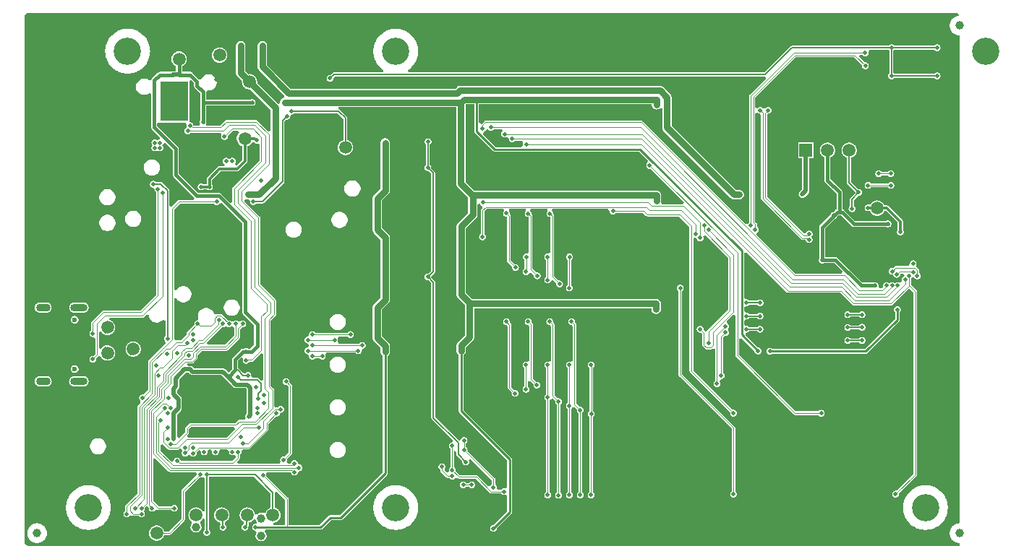
<source format=gbl>
G04*
G04 #@! TF.GenerationSoftware,Altium Limited,Altium Designer,24.6.1 (21)*
G04*
G04 Layer_Physical_Order=4*
G04 Layer_Color=16711680*
%FSLAX24Y24*%
%MOIN*%
G70*
G04*
G04 #@! TF.SameCoordinates,91F66E80-D4C5-4370-B577-81E2DE0E6F9A*
G04*
G04*
G04 #@! TF.FilePolarity,Positive*
G04*
G01*
G75*
%ADD11C,0.0059*%
%ADD12C,0.0060*%
%ADD13C,0.0098*%
%ADD15C,0.0079*%
%ADD18C,0.0049*%
%ADD22O,0.0669X0.0354*%
%ADD23O,0.0787X0.0354*%
%ADD144C,0.0394*%
%ADD146C,0.0197*%
%ADD147C,0.0118*%
%ADD149C,0.0315*%
%ADD152C,0.0157*%
%ADD164R,0.1298X0.1841*%
%ADD167C,0.0591*%
%ADD168R,0.0591X0.0591*%
%ADD169C,0.0390*%
%ADD170C,0.0236*%
%ADD171C,0.1260*%
%ADD172C,0.0197*%
%ADD173C,0.0240*%
%ADD174C,0.0260*%
%ADD176C,0.0200*%
%ADD177R,0.0300X0.0200*%
G36*
X43198Y24796D02*
X43241Y24758D01*
X43269Y24704D01*
X43247Y24663D01*
X43238Y24662D01*
X43203Y24655D01*
X43168Y24645D01*
X43135Y24633D01*
X43102Y24618D01*
X43071Y24601D01*
X43041Y24581D01*
X43013Y24559D01*
X42987Y24534D01*
X42963Y24508D01*
X42941Y24480D01*
X42921Y24450D01*
X42903Y24419D01*
X42888Y24387D01*
X42876Y24353D01*
X42866Y24319D01*
X42859Y24284D01*
X42855Y24248D01*
X42854Y24213D01*
X42855Y24177D01*
X42859Y24141D01*
X42866Y24106D01*
X42876Y24072D01*
X42888Y24038D01*
X42903Y24006D01*
X42921Y23975D01*
X42941Y23945D01*
X42963Y23917D01*
X42987Y23891D01*
X43013Y23867D01*
X43041Y23844D01*
X43071Y23825D01*
X43102Y23807D01*
X43135Y23792D01*
X43168Y23780D01*
X43203Y23770D01*
X43238Y23763D01*
X43273Y23759D01*
X43309Y23758D01*
X43323Y23744D01*
X43321Y1254D01*
X43309Y1242D01*
X43273Y1241D01*
X43238Y1237D01*
X43203Y1230D01*
X43168Y1220D01*
X43135Y1208D01*
X43102Y1193D01*
X43071Y1175D01*
X43041Y1156D01*
X43013Y1133D01*
X42987Y1109D01*
X42963Y1083D01*
X42941Y1055D01*
X42921Y1025D01*
X42903Y994D01*
X42888Y962D01*
X42876Y928D01*
X42866Y894D01*
X42859Y859D01*
X42855Y823D01*
X42854Y787D01*
X42855Y752D01*
X42859Y716D01*
X42866Y681D01*
X42876Y647D01*
X42888Y613D01*
X42903Y581D01*
X42921Y550D01*
X42941Y520D01*
X42963Y492D01*
X42987Y466D01*
X43013Y441D01*
X43041Y419D01*
X43071Y399D01*
X43102Y382D01*
X43135Y367D01*
X43168Y355D01*
X43203Y345D01*
X43238Y338D01*
X43273Y334D01*
X43309Y332D01*
X43321Y321D01*
X43321Y204D01*
X381D01*
X343Y211D01*
X307Y226D01*
X275Y248D01*
X248Y275D01*
X226Y307D01*
X211Y343D01*
X204Y381D01*
Y400D01*
Y24600D01*
Y24619D01*
X211Y24657D01*
X226Y24693D01*
X248Y24725D01*
X275Y24752D01*
X307Y24774D01*
X343Y24789D01*
X381Y24796D01*
X400D01*
X43198Y24796D01*
D02*
G37*
%LPC*%
G36*
X9217Y23204D02*
X9186D01*
X9155Y23202D01*
X9125Y23196D01*
X9095Y23188D01*
X9066Y23178D01*
X9038Y23165D01*
X9011Y23149D01*
X8986Y23131D01*
X8962Y23111D01*
X8940Y23090D01*
X8920Y23066D01*
X8903Y23041D01*
X8887Y23014D01*
X8874Y22986D01*
X8863Y22957D01*
X8855Y22927D01*
X8850Y22896D01*
X8847Y22865D01*
Y22835D01*
X8850Y22804D01*
X8855Y22773D01*
X8863Y22743D01*
X8874Y22714D01*
X8887Y22686D01*
X8903Y22659D01*
X8920Y22634D01*
X8940Y22610D01*
X8962Y22589D01*
X8986Y22569D01*
X9011Y22551D01*
X9038Y22535D01*
X9066Y22522D01*
X9095Y22512D01*
X9125Y22504D01*
X9155Y22498D01*
X9186Y22496D01*
X9217D01*
X9248Y22498D01*
X9278Y22504D01*
X9308Y22512D01*
X9337Y22522D01*
X9365Y22535D01*
X9392Y22551D01*
X9418Y22569D01*
X9441Y22589D01*
X9463Y22610D01*
X9483Y22634D01*
X9501Y22659D01*
X9516Y22686D01*
X9529Y22714D01*
X9540Y22743D01*
X9548Y22773D01*
X9553Y22804D01*
X9556Y22835D01*
Y22865D01*
X9553Y22896D01*
X9548Y22927D01*
X9540Y22957D01*
X9529Y22986D01*
X9516Y23014D01*
X9501Y23041D01*
X9483Y23066D01*
X9463Y23090D01*
X9441Y23111D01*
X9418Y23131D01*
X9392Y23149D01*
X9365Y23165D01*
X9337Y23178D01*
X9308Y23188D01*
X9278Y23196D01*
X9248Y23202D01*
X9217Y23204D01*
D02*
G37*
G36*
X4962Y24066D02*
X4908Y24064D01*
X4854Y24060D01*
X4801Y24053D01*
X4747Y24043D01*
X4695Y24031D01*
X4643Y24015D01*
X4592Y23997D01*
X4542Y23976D01*
X4493Y23953D01*
X4445Y23927D01*
X4399Y23899D01*
X4354Y23868D01*
X4311Y23835D01*
X4270Y23800D01*
X4231Y23763D01*
X4194Y23724D01*
X4159Y23682D01*
X4126Y23639D01*
X4095Y23595D01*
X4067Y23549D01*
X4041Y23501D01*
X4017Y23452D01*
X3997Y23402D01*
X3979Y23351D01*
X3963Y23299D01*
X3951Y23247D01*
X3941Y23193D01*
X3934Y23140D01*
X3929Y23086D01*
X3928Y23031D01*
X3929Y22977D01*
X3934Y22923D01*
X3941Y22870D01*
X3951Y22816D01*
X3963Y22764D01*
X3979Y22712D01*
X3997Y22661D01*
X4017Y22611D01*
X4041Y22562D01*
X4067Y22514D01*
X4095Y22468D01*
X4126Y22424D01*
X4159Y22381D01*
X4194Y22339D01*
X4231Y22300D01*
X4270Y22263D01*
X4311Y22228D01*
X4354Y22195D01*
X4399Y22164D01*
X4445Y22136D01*
X4493Y22110D01*
X4542Y22087D01*
X4592Y22066D01*
X4643Y22048D01*
X4695Y22032D01*
X4747Y22020D01*
X4801Y22010D01*
X4854Y22003D01*
X4908Y21999D01*
X4962Y21997D01*
X5016Y21999D01*
X5070Y22003D01*
X5124Y22010D01*
X5177Y22020D01*
X5230Y22032D01*
X5282Y22048D01*
X5333Y22066D01*
X5383Y22087D01*
X5432Y22110D01*
X5479Y22136D01*
X5526Y22164D01*
X5570Y22195D01*
X5613Y22228D01*
X5654Y22263D01*
X5694Y22300D01*
X5731Y22339D01*
X5766Y22381D01*
X5799Y22424D01*
X5830Y22468D01*
X5858Y22514D01*
X5884Y22562D01*
X5907Y22611D01*
X5928Y22661D01*
X5946Y22712D01*
X5961Y22764D01*
X5974Y22816D01*
X5984Y22870D01*
X5991Y22923D01*
X5995Y22977D01*
X5997Y23031D01*
X5995Y23086D01*
X5991Y23140D01*
X5984Y23193D01*
X5974Y23247D01*
X5961Y23299D01*
X5946Y23351D01*
X5928Y23402D01*
X5907Y23452D01*
X5884Y23501D01*
X5858Y23549D01*
X5830Y23595D01*
X5799Y23639D01*
X5766Y23682D01*
X5731Y23724D01*
X5694Y23763D01*
X5654Y23800D01*
X5613Y23835D01*
X5570Y23868D01*
X5526Y23899D01*
X5479Y23927D01*
X5432Y23953D01*
X5383Y23976D01*
X5333Y23997D01*
X5282Y24015D01*
X5230Y24031D01*
X5177Y24043D01*
X5124Y24053D01*
X5070Y24060D01*
X5016Y24064D01*
X4962Y24066D01*
D02*
G37*
G36*
X17325D02*
X17270Y24064D01*
X17216Y24060D01*
X17163Y24053D01*
X17109Y24043D01*
X17057Y24031D01*
X17005Y24015D01*
X16954Y23997D01*
X16904Y23976D01*
X16855Y23953D01*
X16807Y23927D01*
X16761Y23899D01*
X16717Y23868D01*
X16674Y23835D01*
X16632Y23800D01*
X16593Y23763D01*
X16556Y23724D01*
X16521Y23682D01*
X16488Y23639D01*
X16457Y23595D01*
X16429Y23549D01*
X16403Y23501D01*
X16380Y23452D01*
X16359Y23402D01*
X16341Y23351D01*
X16325Y23299D01*
X16313Y23247D01*
X16303Y23193D01*
X16296Y23140D01*
X16292Y23086D01*
X16290Y23031D01*
X16292Y22977D01*
X16296Y22923D01*
X16303Y22870D01*
X16313Y22816D01*
X16325Y22764D01*
X16341Y22712D01*
X16359Y22661D01*
X16380Y22611D01*
X16403Y22562D01*
X16429Y22514D01*
X16457Y22468D01*
X16488Y22424D01*
X16521Y22381D01*
X16556Y22339D01*
X16593Y22300D01*
X16632Y22263D01*
X16674Y22228D01*
X16717Y22195D01*
X16761Y22164D01*
X16751Y22057D01*
X16742Y22043D01*
X14473D01*
X14459Y22042D01*
X14446Y22039D01*
X14433Y22033D01*
X14421Y22026D01*
X14410Y22017D01*
X14322Y21929D01*
X14303Y21931D01*
X14282D01*
X14262Y21929D01*
X14242Y21923D01*
X14223Y21915D01*
X14205Y21905D01*
X14189Y21892D01*
X14174Y21878D01*
X14162Y21861D01*
X14151Y21844D01*
X14143Y21824D01*
X14138Y21805D01*
X14135Y21784D01*
Y21763D01*
X14138Y21743D01*
X14143Y21723D01*
X14151Y21704D01*
X14162Y21686D01*
X14174Y21670D01*
X14189Y21655D01*
X14205Y21643D01*
X14223Y21632D01*
X14242Y21624D01*
X14262Y21619D01*
X14282Y21616D01*
X14303D01*
X14324Y21619D01*
X14344Y21624D01*
X14363Y21632D01*
X14380Y21643D01*
X14397Y21655D01*
X14411Y21670D01*
X14424Y21686D01*
X14434Y21704D01*
X14442Y21723D01*
X14448Y21743D01*
X14450Y21763D01*
Y21784D01*
X14449Y21792D01*
X14517Y21865D01*
X34344D01*
X34372Y21828D01*
X34384Y21799D01*
X34389Y21771D01*
X33634Y21017D01*
X33626Y21007D01*
X33619Y20995D01*
X33614Y20983D01*
X33611Y20970D01*
X33610Y20957D01*
Y15111D01*
X33606Y15109D01*
X33590Y15097D01*
X33575Y15082D01*
X33566Y15070D01*
X33561Y15065D01*
X33486Y15045D01*
X33471Y15044D01*
X33448Y15049D01*
X28693Y19803D01*
X28683Y19812D01*
X28672Y19819D01*
X28660Y19824D01*
X28647Y19827D01*
X28634Y19828D01*
X21457D01*
X21444Y19827D01*
X21431Y19824D01*
X21419Y19819D01*
X21407Y19812D01*
X21397Y19803D01*
X21265Y19671D01*
X21179Y19714D01*
X21159Y19732D01*
Y20588D01*
X29118D01*
Y20555D01*
X29119Y20531D01*
X29123Y20507D01*
X29130Y20483D01*
X29139Y20461D01*
X29151Y20440D01*
X29165Y20420D01*
X29181Y20402D01*
X29199Y20386D01*
X29219Y20371D01*
X29241Y20360D01*
X29263Y20350D01*
X29286Y20344D01*
X29310Y20340D01*
X29335Y20338D01*
X29359Y20340D01*
X29383Y20344D01*
X29406Y20350D01*
X29429Y20360D01*
X29450Y20371D01*
X29470Y20386D01*
X29488Y20402D01*
X29499Y20414D01*
X29520Y20413D01*
X29597Y20381D01*
Y19511D01*
X29599Y19487D01*
X29603Y19463D01*
X29610Y19440D01*
X29619Y19417D01*
X29631Y19396D01*
X29645Y19376D01*
X29661Y19358D01*
X32763Y16256D01*
X32781Y16240D01*
X32801Y16226D01*
X32822Y16214D01*
X32844Y16205D01*
X32868Y16198D01*
X32892Y16194D01*
X32916Y16193D01*
X33156D01*
X33180Y16194D01*
X33204Y16198D01*
X33228Y16205D01*
X33250Y16214D01*
X33271Y16226D01*
X33291Y16240D01*
X33309Y16256D01*
X33326Y16274D01*
X33340Y16294D01*
X33351Y16315D01*
X33361Y16338D01*
X33367Y16361D01*
X33372Y16385D01*
X33373Y16409D01*
X33372Y16434D01*
X33367Y16458D01*
X33361Y16481D01*
X33351Y16504D01*
X33340Y16525D01*
X33326Y16545D01*
X33309Y16563D01*
X33291Y16579D01*
X33271Y16593D01*
X33250Y16605D01*
X33228Y16614D01*
X33204Y16621D01*
X33180Y16625D01*
X33156Y16626D01*
X33006D01*
X30031Y19601D01*
Y20893D01*
X30030Y20918D01*
X30026Y20942D01*
X30019Y20965D01*
X30010Y20988D01*
X29998Y21009D01*
X29984Y21029D01*
X29968Y21047D01*
X29650Y21364D01*
X29632Y21380D01*
X29612Y21394D01*
X29591Y21406D01*
X29569Y21415D01*
X29545Y21422D01*
X29521Y21426D01*
X29497Y21428D01*
X20285D01*
X20261Y21426D01*
X20237Y21422D01*
X20214Y21415D01*
X20191Y21406D01*
X20170Y21394D01*
X20150Y21380D01*
X20132Y21364D01*
X20068Y21300D01*
X12485D01*
X11387Y22398D01*
Y23031D01*
X11387Y23037D01*
X11387Y23042D01*
Y23284D01*
X11386Y23308D01*
X11381Y23332D01*
X11375Y23355D01*
X11365Y23378D01*
X11354Y23399D01*
X11340Y23419D01*
X11323Y23437D01*
X11305Y23453D01*
X11285Y23467D01*
X11264Y23479D01*
X11242Y23488D01*
X11218Y23495D01*
X11194Y23499D01*
X11170Y23501D01*
X11146Y23499D01*
X11122Y23495D01*
X11098Y23488D01*
X11076Y23479D01*
X11055Y23467D01*
X11035Y23453D01*
X11017Y23437D01*
X11000Y23419D01*
X10986Y23399D01*
X10975Y23378D01*
X10965Y23355D01*
X10959Y23332D01*
X10954Y23308D01*
X10953Y23284D01*
Y23042D01*
X10953Y23037D01*
X10953Y23031D01*
Y22308D01*
X10954Y22284D01*
X10959Y22260D01*
X10965Y22236D01*
X10975Y22214D01*
X10986Y22193D01*
X11000Y22173D01*
X11017Y22155D01*
X12192Y20979D01*
X12185Y20929D01*
X12156Y20876D01*
X12153Y20875D01*
X12130Y20869D01*
X12108Y20859D01*
X12086Y20848D01*
X12066Y20833D01*
X12048Y20817D01*
X12032Y20799D01*
X12018Y20779D01*
X12006Y20758D01*
X11997Y20736D01*
X11990Y20712D01*
X11986Y20688D01*
X11985Y20664D01*
X11986Y20646D01*
X11974Y20634D01*
X11893Y20600D01*
X10931Y21562D01*
X10933Y21574D01*
X10936Y21605D01*
Y21635D01*
X10933Y21666D01*
X10928Y21697D01*
X10920Y21727D01*
X10909Y21756D01*
X10896Y21784D01*
X10881Y21811D01*
X10863Y21836D01*
X10843Y21860D01*
X10821Y21881D01*
X10798Y21901D01*
X10772Y21919D01*
X10745Y21935D01*
X10717Y21948D01*
X10688Y21958D01*
X10658Y21966D01*
X10628Y21972D01*
X10597Y21974D01*
X10566D01*
X10537Y21972D01*
X10387Y22122D01*
Y23031D01*
Y23284D01*
X10386Y23308D01*
X10381Y23332D01*
X10375Y23355D01*
X10365Y23378D01*
X10354Y23399D01*
X10340Y23419D01*
X10323Y23437D01*
X10305Y23453D01*
X10285Y23467D01*
X10264Y23479D01*
X10242Y23488D01*
X10218Y23495D01*
X10194Y23499D01*
X10170Y23501D01*
X10146Y23499D01*
X10122Y23495D01*
X10098Y23488D01*
X10076Y23479D01*
X10055Y23467D01*
X10035Y23453D01*
X10017Y23437D01*
X10000Y23419D01*
X9986Y23399D01*
X9975Y23378D01*
X9965Y23355D01*
X9959Y23332D01*
X9954Y23308D01*
X9953Y23284D01*
Y23031D01*
Y22032D01*
X9954Y22007D01*
X9959Y21983D01*
X9965Y21960D01*
X9975Y21938D01*
X9986Y21916D01*
X10000Y21896D01*
X10017Y21878D01*
X10230Y21665D01*
X10227Y21635D01*
Y21605D01*
X10230Y21574D01*
X10235Y21543D01*
X10243Y21513D01*
X10254Y21484D01*
X10267Y21456D01*
X10283Y21429D01*
X10300Y21404D01*
X10320Y21380D01*
X10342Y21359D01*
X10366Y21339D01*
X10391Y21321D01*
X10418Y21305D01*
X10446Y21292D01*
X10475Y21282D01*
X10505Y21274D01*
X10535Y21268D01*
X10566Y21266D01*
X10597D01*
X10612Y21267D01*
X11556Y20323D01*
Y19356D01*
X11458Y19316D01*
X10946Y19828D01*
X10936Y19836D01*
X10925Y19843D01*
X10913Y19848D01*
X10900Y19851D01*
X10887Y19852D01*
X9517D01*
X9503Y19851D01*
X9491Y19848D01*
X9478Y19843D01*
X9467Y19836D01*
X9457Y19828D01*
X9220Y19590D01*
X8618D01*
X8595Y19617D01*
X8583Y19643D01*
X8571Y19689D01*
X8576Y19698D01*
X8584Y19717D01*
X8589Y19737D01*
X8592Y19758D01*
Y19779D01*
X8589Y19799D01*
X8584Y19819D01*
X8576Y19838D01*
X8573Y19844D01*
Y20526D01*
X10628D01*
X10634Y20522D01*
X10653Y20514D01*
X10673Y20509D01*
X10693Y20506D01*
X10714D01*
X10734Y20509D01*
X10754Y20514D01*
X10773Y20522D01*
X10791Y20533D01*
X10807Y20545D01*
X10822Y20560D01*
X10835Y20576D01*
X10845Y20594D01*
X10853Y20613D01*
X10858Y20633D01*
X10861Y20654D01*
Y20674D01*
X10858Y20695D01*
X10853Y20715D01*
X10845Y20734D01*
X10835Y20752D01*
X10822Y20768D01*
X10807Y20783D01*
X10791Y20795D01*
X10773Y20805D01*
X10754Y20813D01*
X10734Y20819D01*
X10714Y20821D01*
X10693D01*
X10673Y20819D01*
X10653Y20813D01*
X10634Y20805D01*
X10628Y20802D01*
X8573D01*
Y21122D01*
X8624Y21186D01*
X8634Y21194D01*
X8648Y21202D01*
X8661Y21206D01*
X8728D01*
X8800Y21220D01*
X8868Y21249D01*
X8930Y21290D01*
X8982Y21342D01*
X9023Y21403D01*
X9051Y21471D01*
X9066Y21544D01*
Y21618D01*
X9051Y21690D01*
X9023Y21758D01*
X8982Y21819D01*
X8930Y21871D01*
X8869Y21912D01*
X8801Y21940D01*
X8729Y21954D01*
X8652D01*
X8580Y21940D01*
X8513Y21912D01*
X8452Y21871D01*
X8400Y21820D01*
X8360Y21759D01*
X8358Y21755D01*
X8333Y21740D01*
X8324Y21738D01*
X8244Y21736D01*
X7944Y22036D01*
X7930Y22048D01*
X7915Y22058D01*
X7899Y22066D01*
X7882Y22072D01*
X7864Y22075D01*
X7846Y22077D01*
X7470D01*
Y22343D01*
X7495Y22355D01*
X7522Y22371D01*
X7548Y22389D01*
X7571Y22409D01*
X7593Y22430D01*
X7613Y22454D01*
X7631Y22479D01*
X7646Y22506D01*
X7659Y22534D01*
X7670Y22563D01*
X7678Y22593D01*
X7683Y22624D01*
X7686Y22655D01*
Y22685D01*
X7683Y22716D01*
X7678Y22747D01*
X7670Y22777D01*
X7659Y22806D01*
X7646Y22834D01*
X7631Y22861D01*
X7613Y22886D01*
X7593Y22910D01*
X7571Y22931D01*
X7548Y22951D01*
X7522Y22969D01*
X7495Y22985D01*
X7467Y22998D01*
X7438Y23008D01*
X7408Y23016D01*
X7378Y23022D01*
X7347Y23024D01*
X7316D01*
X7285Y23022D01*
X7255Y23016D01*
X7225Y23008D01*
X7196Y22998D01*
X7168Y22985D01*
X7141Y22969D01*
X7116Y22951D01*
X7092Y22931D01*
X7070Y22910D01*
X7050Y22886D01*
X7033Y22861D01*
X7017Y22834D01*
X7004Y22806D01*
X6993Y22777D01*
X6985Y22747D01*
X6980Y22716D01*
X6977Y22685D01*
Y22655D01*
X6980Y22624D01*
X6985Y22593D01*
X6993Y22563D01*
X7004Y22534D01*
X7017Y22506D01*
X7033Y22479D01*
X7050Y22454D01*
X7070Y22430D01*
X7092Y22409D01*
X7116Y22389D01*
X7141Y22371D01*
X7168Y22355D01*
X7194Y22343D01*
Y22101D01*
X7032D01*
X7029Y22101D01*
X7021D01*
X7001Y22098D01*
X6980Y22093D01*
X6961Y22085D01*
X6943Y22074D01*
X6942Y22074D01*
X6448D01*
X6430Y22072D01*
X6412Y22069D01*
X6395Y22063D01*
X6379Y22055D01*
X6364Y22045D01*
X6351Y22033D01*
X6093Y21776D01*
X6081Y21762D01*
X6071Y21747D01*
X6063Y21731D01*
X6057Y21714D01*
X6057Y21713D01*
X6001Y21682D01*
X5974Y21675D01*
X5954Y21675D01*
X5899Y21712D01*
X5831Y21740D01*
X5759Y21754D01*
X5682D01*
X5610Y21740D01*
X5543Y21712D01*
X5482Y21671D01*
X5430Y21620D01*
X5390Y21559D01*
X5362Y21492D01*
X5348Y21420D01*
Y21342D01*
X5362Y21270D01*
X5390Y21202D01*
X5431Y21141D01*
X5483Y21089D01*
X5544Y21048D01*
X5612Y21020D01*
X5684Y21006D01*
X5758D01*
X5830Y21020D01*
X5898Y21049D01*
X5954Y21086D01*
X5977Y21081D01*
X6053Y21043D01*
Y19518D01*
X6054Y19500D01*
X6057Y19482D01*
X6063Y19465D01*
X6071Y19449D01*
X6081Y19434D01*
X6093Y19420D01*
X6454Y19060D01*
X6451Y19022D01*
X6440Y18995D01*
X6418Y18956D01*
X6406Y18953D01*
X6387Y18945D01*
X6369Y18935D01*
X6352Y18922D01*
X6338Y18908D01*
X6324Y18922D01*
X6308Y18935D01*
X6290Y18945D01*
X6271Y18953D01*
X6251Y18958D01*
X6230Y18961D01*
X6210D01*
X6189Y18958D01*
X6169Y18953D01*
X6150Y18945D01*
X6132Y18935D01*
X6116Y18922D01*
X6101Y18908D01*
X6089Y18891D01*
X6079Y18873D01*
X6071Y18854D01*
X6065Y18834D01*
X6063Y18814D01*
Y18793D01*
X6065Y18773D01*
X6071Y18753D01*
X6079Y18734D01*
X6089Y18716D01*
X6101Y18700D01*
X6116Y18686D01*
X6101Y18671D01*
X6089Y18655D01*
X6079Y18637D01*
X6071Y18618D01*
X6065Y18598D01*
X6063Y18578D01*
Y18557D01*
X6065Y18537D01*
X6071Y18517D01*
X6079Y18498D01*
X6089Y18480D01*
X6101Y18463D01*
X6116Y18449D01*
X6132Y18436D01*
X6150Y18426D01*
X6169Y18418D01*
X6189Y18413D01*
X6210Y18410D01*
X6230D01*
X6251Y18413D01*
X6271Y18418D01*
X6290Y18426D01*
X6308Y18436D01*
X6324Y18449D01*
X6338Y18463D01*
X6352Y18449D01*
X6369Y18436D01*
X6387Y18426D01*
X6406Y18418D01*
X6426Y18413D01*
X6446Y18410D01*
X6467D01*
X6487Y18413D01*
X6507Y18418D01*
X6526Y18426D01*
X6544Y18436D01*
X6560Y18449D01*
X6575Y18463D01*
X6588Y18480D01*
X6598Y18498D01*
X6606Y18517D01*
X6611Y18537D01*
X6614Y18557D01*
Y18578D01*
X6611Y18598D01*
X6606Y18618D01*
X6598Y18637D01*
X6588Y18655D01*
X6575Y18671D01*
X6561Y18686D01*
X6575Y18700D01*
X6588Y18716D01*
X6598Y18734D01*
X6606Y18753D01*
X6609Y18765D01*
X6647Y18787D01*
X6674Y18798D01*
X6712Y18801D01*
X7049Y18464D01*
Y17315D01*
X7050Y17296D01*
X7054Y17279D01*
X7060Y17262D01*
X7068Y17245D01*
X7078Y17230D01*
X7090Y17217D01*
X8037Y16270D01*
X8011Y16172D01*
X7356D01*
X7343Y16171D01*
X7330Y16168D01*
X7318Y16163D01*
X7307Y16156D01*
X7297Y16147D01*
X6994Y15844D01*
X6895Y15885D01*
Y16576D01*
X6894Y16592D01*
X6891Y16607D01*
X6885Y16621D01*
X6877Y16634D01*
X6866Y16646D01*
X6557Y16955D01*
X6545Y16966D01*
X6532Y16974D01*
X6518Y16980D01*
X6503Y16983D01*
X6487Y16984D01*
X6265D01*
X6261Y16990D01*
X6246Y17004D01*
X6230Y17017D01*
X6212Y17027D01*
X6193Y17035D01*
X6173Y17040D01*
X6153Y17043D01*
X6132D01*
X6111Y17040D01*
X6092Y17035D01*
X6072Y17027D01*
X6055Y17017D01*
X6038Y17004D01*
X6024Y16990D01*
X6011Y16973D01*
X6001Y16955D01*
X5993Y16936D01*
X5987Y16916D01*
X5985Y16896D01*
Y16875D01*
X5987Y16855D01*
X5993Y16835D01*
X6001Y16816D01*
X6011Y16798D01*
X6024Y16782D01*
X6038Y16767D01*
X6055Y16754D01*
X6072Y16744D01*
X6092Y16736D01*
X6111Y16731D01*
X6143Y16720D01*
X6170Y16699D01*
X6189Y16668D01*
X6197Y16640D01*
X6202Y16620D01*
X6210Y16601D01*
X6220Y16583D01*
X6233Y16566D01*
X6247Y16552D01*
X6264Y16539D01*
X6267Y16537D01*
Y11782D01*
X5547Y11062D01*
X3851D01*
X3838Y11061D01*
X3825Y11058D01*
X3813Y11053D01*
X3801Y11046D01*
X3791Y11037D01*
X3298Y10544D01*
X3289Y10534D01*
X3282Y10523D01*
X3277Y10510D01*
X3274Y10498D01*
X3273Y10484D01*
Y10123D01*
X3270Y10121D01*
X3254Y10109D01*
X3239Y10094D01*
X3227Y10078D01*
X3216Y10060D01*
X3209Y10041D01*
X3203Y10021D01*
X3201Y10000D01*
Y9980D01*
X3203Y9959D01*
X3209Y9939D01*
X3216Y9920D01*
X3227Y9902D01*
X3239Y9886D01*
X3254Y9872D01*
X3270Y9859D01*
X3288Y9849D01*
X3307Y9841D01*
X3327Y9835D01*
X3348Y9833D01*
X3368D01*
X3372Y9833D01*
X3419Y9813D01*
X3449Y9790D01*
X3470Y9764D01*
X3471Y9763D01*
Y9041D01*
X3393Y8963D01*
X3389Y8964D01*
X3368Y8967D01*
X3348D01*
X3327Y8964D01*
X3307Y8959D01*
X3288Y8951D01*
X3270Y8940D01*
X3254Y8928D01*
X3239Y8913D01*
X3227Y8897D01*
X3216Y8879D01*
X3209Y8860D01*
X3203Y8840D01*
X3201Y8819D01*
Y8799D01*
X3203Y8778D01*
X3209Y8758D01*
X3216Y8739D01*
X3227Y8721D01*
X3239Y8705D01*
X3254Y8690D01*
X3270Y8678D01*
X3288Y8668D01*
X3307Y8660D01*
X3327Y8654D01*
X3348Y8652D01*
X3368D01*
X3389Y8654D01*
X3409Y8660D01*
X3428Y8668D01*
X3446Y8678D01*
X3462Y8690D01*
X3477Y8705D01*
X3489Y8721D01*
X3500Y8739D01*
X3507Y8758D01*
X3513Y8778D01*
X3515Y8799D01*
Y8819D01*
X3513Y8840D01*
X3512Y8844D01*
X3608Y8940D01*
X3631Y8946D01*
X3682Y8944D01*
X3691Y8942D01*
X3720Y8930D01*
X3733Y8909D01*
X3750Y8884D01*
X3770Y8860D01*
X3792Y8838D01*
X3816Y8818D01*
X3841Y8800D01*
X3868Y8785D01*
X3896Y8772D01*
X3925Y8761D01*
X3955Y8753D01*
X3985Y8748D01*
X4016Y8745D01*
X4047D01*
X4078Y8748D01*
X4108Y8753D01*
X4138Y8761D01*
X4167Y8772D01*
X4195Y8785D01*
X4222Y8800D01*
X4248Y8818D01*
X4271Y8838D01*
X4293Y8860D01*
X4313Y8884D01*
X4331Y8909D01*
X4346Y8936D01*
X4359Y8964D01*
X4370Y8993D01*
X4378Y9023D01*
X4383Y9053D01*
X4386Y9084D01*
Y9115D01*
X4383Y9146D01*
X4378Y9176D01*
X4370Y9206D01*
X4359Y9235D01*
X4346Y9263D01*
X4331Y9290D01*
X4313Y9315D01*
X4293Y9339D01*
X4271Y9361D01*
X4248Y9381D01*
X4222Y9399D01*
X4195Y9414D01*
X4167Y9427D01*
X4138Y9438D01*
X4108Y9446D01*
X4078Y9451D01*
X4047Y9454D01*
X4016D01*
X3985Y9451D01*
X3955Y9446D01*
X3953Y9445D01*
X3936D01*
X3915Y9443D01*
X3895Y9437D01*
X3876Y9429D01*
X3858Y9419D01*
X3842Y9407D01*
X3827Y9392D01*
X3822Y9386D01*
X3816Y9381D01*
X3792Y9361D01*
X3770Y9339D01*
X3750Y9315D01*
X3737Y9297D01*
X3725Y9295D01*
X3639Y9341D01*
Y10040D01*
X3725Y10086D01*
X3737Y10085D01*
X3750Y10066D01*
X3770Y10042D01*
X3792Y10020D01*
X3816Y10000D01*
X3825Y9993D01*
X3827Y9991D01*
X3842Y9976D01*
X3858Y9964D01*
X3876Y9953D01*
X3895Y9946D01*
X3915Y9940D01*
X3936Y9938D01*
X3947D01*
X3955Y9935D01*
X3985Y9930D01*
X4016Y9927D01*
X4047D01*
X4078Y9930D01*
X4108Y9935D01*
X4138Y9943D01*
X4167Y9954D01*
X4195Y9967D01*
X4222Y9982D01*
X4248Y10000D01*
X4271Y10020D01*
X4293Y10042D01*
X4313Y10066D01*
X4331Y10091D01*
X4346Y10118D01*
X4359Y10146D01*
X4370Y10175D01*
X4378Y10205D01*
X4383Y10235D01*
X4386Y10266D01*
Y10297D01*
X4383Y10328D01*
X4378Y10358D01*
X4370Y10388D01*
X4359Y10417D01*
X4346Y10445D01*
X4331Y10472D01*
X4313Y10497D01*
X4293Y10521D01*
X4271Y10543D01*
X4248Y10563D01*
X4222Y10581D01*
X4195Y10596D01*
X4167Y10609D01*
X4138Y10620D01*
X4124Y10624D01*
X4137Y10722D01*
X5647D01*
X5660Y10723D01*
X5673Y10726D01*
X5685Y10731D01*
X5696Y10738D01*
X5706Y10747D01*
X5839Y10880D01*
X5863Y10878D01*
X5938Y10839D01*
Y10832D01*
X5952Y10760D01*
X5980Y10692D01*
X6021Y10631D01*
X6073Y10579D01*
X6134Y10538D01*
X6202Y10510D01*
X6274Y10496D01*
X6348D01*
X6420Y10510D01*
X6488Y10539D01*
X6550Y10580D01*
X6600Y10629D01*
X6610Y10629D01*
X6698Y10598D01*
Y9890D01*
X6693Y9886D01*
X6678Y9872D01*
X6665Y9855D01*
X6655Y9837D01*
X6647Y9818D01*
X6642Y9798D01*
X6639Y9778D01*
Y9757D01*
X6642Y9737D01*
X6647Y9717D01*
X6655Y9698D01*
X6665Y9680D01*
X6678Y9664D01*
X6686Y9655D01*
X6694Y9644D01*
X6707Y9564D01*
X6707Y9555D01*
X6700Y9531D01*
X5925Y8755D01*
X5916Y8745D01*
X5909Y8733D01*
X5904Y8721D01*
X5901Y8708D01*
X5900Y8695D01*
Y7401D01*
X5682Y7184D01*
X5678Y7185D01*
X5658Y7188D01*
X5637D01*
X5616Y7185D01*
X5597Y7179D01*
X5577Y7172D01*
X5560Y7161D01*
X5543Y7149D01*
X5529Y7134D01*
X5516Y7118D01*
X5506Y7100D01*
X5498Y7081D01*
X5492Y7061D01*
X5490Y7040D01*
Y7020D01*
X5492Y6999D01*
X5498Y6979D01*
X5506Y6960D01*
X5516Y6942D01*
X5529Y6926D01*
X5543Y6911D01*
X5557Y6827D01*
X5556Y6817D01*
X5550Y6794D01*
X5446Y6689D01*
X5437Y6679D01*
X5430Y6668D01*
X5425Y6656D01*
X5422Y6643D01*
X5421Y6630D01*
Y2628D01*
X4867Y2074D01*
X4859Y2064D01*
X4852Y2053D01*
X4847Y2041D01*
X4844Y2028D01*
X4842Y2015D01*
Y1805D01*
X4839Y1803D01*
X4822Y1790D01*
X4808Y1776D01*
X4795Y1759D01*
X4785Y1741D01*
X4777Y1722D01*
X4772Y1702D01*
X4769Y1682D01*
Y1661D01*
X4772Y1641D01*
X4777Y1621D01*
X4785Y1602D01*
X4795Y1584D01*
X4808Y1568D01*
X4822Y1553D01*
X4839Y1540D01*
X4857Y1530D01*
X4876Y1522D01*
X4896Y1517D01*
X4916Y1514D01*
X4937D01*
X4957Y1517D01*
X4977Y1522D01*
X4996Y1530D01*
X5014Y1540D01*
X5030Y1553D01*
X5045Y1568D01*
X5055Y1581D01*
X5059Y1584D01*
X5137Y1606D01*
X5151Y1607D01*
X5172Y1604D01*
X5184Y1597D01*
X5196Y1592D01*
X5209Y1589D01*
X5222Y1588D01*
X5471D01*
X5473Y1584D01*
X5485Y1568D01*
X5500Y1553D01*
X5516Y1540D01*
X5534Y1530D01*
X5553Y1522D01*
X5573Y1517D01*
X5594Y1514D01*
X5614D01*
X5635Y1517D01*
X5655Y1522D01*
X5674Y1530D01*
X5692Y1540D01*
X5708Y1553D01*
X5723Y1568D01*
X5735Y1584D01*
X5746Y1602D01*
X5753Y1621D01*
X5759Y1641D01*
X5762Y1661D01*
Y1682D01*
X5759Y1702D01*
X5753Y1722D01*
X5746Y1741D01*
X5735Y1759D01*
X5723Y1776D01*
X5713Y1802D01*
X5723Y1828D01*
X5735Y1844D01*
X5746Y1862D01*
X5753Y1881D01*
X5759Y1901D01*
X5762Y1921D01*
Y1942D01*
X5759Y1962D01*
X5838Y2011D01*
X5865Y2018D01*
X5873Y2013D01*
X5938Y1949D01*
X5937Y1942D01*
Y1921D01*
X5939Y1901D01*
X5945Y1881D01*
X5953Y1862D01*
X5963Y1844D01*
X5975Y1828D01*
X5990Y1813D01*
X6006Y1800D01*
X6024Y1790D01*
X6043Y1782D01*
X6063Y1777D01*
X6084Y1774D01*
X6104D01*
X6125Y1777D01*
X6145Y1782D01*
X6164Y1790D01*
X6182Y1800D01*
X6198Y1813D01*
X6213Y1828D01*
X6216Y1832D01*
X6263Y1852D01*
X6300Y1859D01*
X6332Y1858D01*
X6333Y1858D01*
X6339Y1856D01*
X6348Y1852D01*
X6361Y1849D01*
X6374Y1848D01*
X6981D01*
X6983Y1844D01*
X6995Y1828D01*
X7010Y1813D01*
X7026Y1800D01*
X7044Y1790D01*
X7063Y1782D01*
X7083Y1777D01*
X7104Y1774D01*
X7124D01*
X7145Y1777D01*
X7165Y1782D01*
X7184Y1790D01*
X7202Y1800D01*
X7218Y1813D01*
X7233Y1828D01*
X7245Y1844D01*
X7256Y1862D01*
X7263Y1881D01*
X7269Y1901D01*
X7272Y1921D01*
Y1942D01*
X7269Y1962D01*
X7263Y1982D01*
X7256Y2001D01*
X7245Y2019D01*
X7233Y2036D01*
X7218Y2050D01*
X7202Y2063D01*
X7184Y2073D01*
X7165Y2081D01*
X7145Y2086D01*
X7124Y2089D01*
X7104D01*
X7083Y2086D01*
X7063Y2081D01*
X7044Y2073D01*
X7026Y2063D01*
X7010Y2050D01*
X6995Y2036D01*
X6983Y2019D01*
X6981Y2016D01*
X6409D01*
X6136Y2289D01*
Y4227D01*
X6227Y4265D01*
X6863Y3628D01*
X6873Y3620D01*
X6885Y3613D01*
X6897Y3608D01*
X6910Y3605D01*
X6923Y3604D01*
X8072D01*
X8098Y3587D01*
X8101Y3584D01*
X8148Y3510D01*
Y3489D01*
X8151Y3469D01*
X8152Y3465D01*
X7462Y2775D01*
X7453Y2765D01*
X7447Y2753D01*
X7442Y2741D01*
X7438Y2728D01*
X7437Y2715D01*
Y1446D01*
X6863Y871D01*
X6645D01*
X6639Y894D01*
X6629Y923D01*
X6615Y951D01*
X6600Y978D01*
X6582Y1003D01*
X6562Y1027D01*
X6541Y1049D01*
X6517Y1069D01*
X6491Y1087D01*
X6465Y1102D01*
X6437Y1115D01*
X6408Y1126D01*
X6378Y1134D01*
X6347Y1139D01*
X6316Y1142D01*
X6285D01*
X6255Y1139D01*
X6224Y1134D01*
X6194Y1126D01*
X6165Y1115D01*
X6137Y1102D01*
X6110Y1087D01*
X6085Y1069D01*
X6061Y1049D01*
X6039Y1027D01*
X6020Y1003D01*
X6002Y978D01*
X5986Y951D01*
X5973Y923D01*
X5963Y894D01*
X5955Y864D01*
X5949Y834D01*
X5947Y803D01*
Y772D01*
X5949Y741D01*
X5955Y711D01*
X5963Y681D01*
X5973Y652D01*
X5986Y624D01*
X6002Y597D01*
X6020Y571D01*
X6039Y548D01*
X6061Y526D01*
X6085Y506D01*
X6110Y488D01*
X6137Y473D01*
X6165Y460D01*
X6194Y449D01*
X6224Y441D01*
X6255Y436D01*
X6285Y433D01*
X6316D01*
X6347Y436D01*
X6378Y441D01*
X6408Y449D01*
X6437Y460D01*
X6465Y473D01*
X6491Y488D01*
X6517Y506D01*
X6541Y526D01*
X6562Y548D01*
X6582Y571D01*
X6600Y597D01*
X6615Y624D01*
X6629Y652D01*
X6639Y681D01*
X6645Y703D01*
X6898D01*
X6911Y705D01*
X6923Y708D01*
X6936Y713D01*
X6947Y720D01*
X6957Y728D01*
X7581Y1352D01*
X7589Y1362D01*
X7596Y1373D01*
X7601Y1385D01*
X7604Y1398D01*
X7605Y1411D01*
Y2680D01*
X8271Y3346D01*
X8275Y3345D01*
X8296Y3342D01*
X8316D01*
X8337Y3345D01*
X8357Y3350D01*
X8376Y3358D01*
X8394Y3369D01*
X8398Y3372D01*
X8424Y3383D01*
X8432Y3385D01*
X8520Y3318D01*
Y1825D01*
X8468Y1801D01*
X8422Y1800D01*
X8416Y1811D01*
X8398Y1836D01*
X8378Y1860D01*
X8356Y1881D01*
X8333Y1901D01*
X8307Y1919D01*
X8280Y1935D01*
X8252Y1948D01*
X8223Y1958D01*
X8193Y1966D01*
X8163Y1972D01*
X8132Y1974D01*
X8101D01*
X8070Y1972D01*
X8040Y1966D01*
X8010Y1958D01*
X7981Y1948D01*
X7953Y1935D01*
X7926Y1919D01*
X7901Y1901D01*
X7877Y1881D01*
X7855Y1860D01*
X7835Y1836D01*
X7817Y1811D01*
X7802Y1784D01*
X7789Y1756D01*
X7778Y1727D01*
X7770Y1697D01*
X7765Y1666D01*
X7762Y1635D01*
Y1605D01*
X7765Y1574D01*
X7770Y1543D01*
X7778Y1513D01*
X7789Y1484D01*
X7802Y1456D01*
X7817Y1429D01*
X7835Y1404D01*
X7855Y1380D01*
X7877Y1359D01*
X7895Y1343D01*
X7904Y1330D01*
X7913Y1291D01*
X7916Y1257D01*
X7910Y1220D01*
X7909Y1218D01*
X7909Y1218D01*
X7895Y1197D01*
X7883Y1175D01*
X7874Y1152D01*
X7867Y1128D01*
X7862Y1104D01*
X7859Y1079D01*
Y1054D01*
X7862Y1029D01*
X7867Y1005D01*
X7874Y981D01*
X7883Y958D01*
X7895Y936D01*
X7909Y915D01*
X7925Y896D01*
X7943Y878D01*
X7962Y862D01*
X7983Y848D01*
X8005Y837D01*
X8028Y827D01*
X8052Y820D01*
X8076Y815D01*
X8101Y813D01*
X8126D01*
X8151Y815D01*
X8175Y820D01*
X8199Y827D01*
X8222Y837D01*
X8244Y848D01*
X8265Y862D01*
X8284Y878D01*
X8302Y896D01*
X8318Y915D01*
X8332Y936D01*
X8343Y958D01*
X8353Y981D01*
X8360Y1005D01*
X8365Y1029D01*
X8367Y1054D01*
Y1079D01*
X8365Y1104D01*
X8360Y1128D01*
X8353Y1152D01*
X8343Y1175D01*
X8332Y1197D01*
X8320Y1215D01*
X8317Y1220D01*
X8313Y1261D01*
X8317Y1293D01*
X8326Y1327D01*
X8333Y1339D01*
X8356Y1359D01*
X8378Y1380D01*
X8398Y1404D01*
X8416Y1429D01*
X8422Y1440D01*
X8468Y1439D01*
X8520Y1415D01*
Y944D01*
X8509Y935D01*
X8495Y921D01*
X8482Y904D01*
X8472Y886D01*
X8464Y867D01*
X8459Y847D01*
X8456Y827D01*
Y806D01*
X8459Y786D01*
X8464Y766D01*
X8472Y747D01*
X8482Y729D01*
X8495Y713D01*
X8509Y698D01*
X8526Y685D01*
X8544Y675D01*
X8563Y667D01*
X8583Y662D01*
X8603Y659D01*
X8624D01*
X8644Y662D01*
X8664Y667D01*
X8683Y675D01*
X8701Y685D01*
X8717Y698D01*
X8732Y713D01*
X8745Y729D01*
X8755Y747D01*
X8763Y766D01*
X8768Y786D01*
X8771Y806D01*
Y827D01*
X8768Y847D01*
X8763Y867D01*
X8755Y886D01*
X8745Y904D01*
X8732Y921D01*
X8718Y935D01*
Y3377D01*
X8723Y3381D01*
X8738Y3396D01*
X8742Y3401D01*
X10791D01*
X11563Y2629D01*
Y1960D01*
X11555Y1958D01*
X11526Y1948D01*
X11498Y1935D01*
X11471Y1919D01*
X11446Y1901D01*
X11422Y1881D01*
X11400Y1860D01*
X11380Y1836D01*
X11362Y1811D01*
X11347Y1784D01*
X11334Y1756D01*
X11330Y1745D01*
X11322Y1736D01*
X11294Y1718D01*
X11229Y1697D01*
X11216Y1699D01*
X11199Y1706D01*
X11175Y1713D01*
X11151Y1718D01*
X11126Y1721D01*
X11101D01*
X11076Y1718D01*
X11052Y1713D01*
X11028Y1706D01*
X11005Y1697D01*
X10983Y1685D01*
X10962Y1671D01*
X10943Y1655D01*
X10931Y1644D01*
X10898Y1646D01*
X10848Y1661D01*
X10829Y1674D01*
X10825Y1697D01*
X10817Y1727D01*
X10806Y1756D01*
X10793Y1784D01*
X10778Y1811D01*
X10760Y1836D01*
X10740Y1860D01*
X10718Y1881D01*
X10695Y1901D01*
X10669Y1919D01*
X10643Y1935D01*
X10615Y1948D01*
X10585Y1958D01*
X10556Y1966D01*
X10525Y1972D01*
X10494Y1974D01*
X10463D01*
X10433Y1972D01*
X10402Y1966D01*
X10372Y1958D01*
X10343Y1948D01*
X10315Y1935D01*
X10288Y1919D01*
X10263Y1901D01*
X10239Y1881D01*
X10217Y1860D01*
X10197Y1836D01*
X10180Y1811D01*
X10164Y1784D01*
X10151Y1756D01*
X10141Y1727D01*
X10133Y1697D01*
X10127Y1666D01*
X10124Y1635D01*
Y1605D01*
X10127Y1574D01*
X10133Y1543D01*
X10141Y1513D01*
X10151Y1484D01*
X10164Y1456D01*
X10180Y1429D01*
X10197Y1404D01*
X10217Y1380D01*
X10239Y1359D01*
X10263Y1339D01*
X10288Y1321D01*
X10310Y1308D01*
X10316Y1282D01*
X10317Y1253D01*
X10306Y1203D01*
X10300Y1201D01*
X10282Y1190D01*
X10266Y1178D01*
X10251Y1163D01*
X10239Y1147D01*
X10228Y1129D01*
X10220Y1110D01*
X10215Y1090D01*
X10212Y1069D01*
Y1049D01*
X10215Y1028D01*
X10220Y1008D01*
X10228Y989D01*
X10239Y971D01*
X10251Y955D01*
X10266Y940D01*
X10282Y928D01*
X10300Y918D01*
X10319Y910D01*
X10339Y904D01*
X10360Y902D01*
X10380D01*
X10401Y904D01*
X10421Y910D01*
X10440Y918D01*
X10458Y928D01*
X10474Y940D01*
X10489Y955D01*
X10501Y971D01*
X10511Y989D01*
X10519Y1008D01*
X10525Y1028D01*
X10527Y1049D01*
Y1069D01*
X10525Y1090D01*
X10522Y1101D01*
X10530Y1110D01*
X10537Y1122D01*
X10543Y1135D01*
X10546Y1149D01*
X10547Y1163D01*
X10547Y1163D01*
Y1272D01*
X10556Y1274D01*
X10585Y1282D01*
X10615Y1292D01*
X10643Y1305D01*
X10669Y1321D01*
X10695Y1339D01*
X10718Y1359D01*
X10740Y1380D01*
X10760Y1404D01*
X10766Y1412D01*
X10829Y1409D01*
X10870Y1393D01*
X10874Y1381D01*
X10883Y1358D01*
X10895Y1336D01*
X10909Y1315D01*
X10915Y1308D01*
X10910Y1285D01*
X10898Y1256D01*
X10865Y1217D01*
X10853D01*
X10832Y1214D01*
X10812Y1208D01*
X10793Y1201D01*
X10775Y1190D01*
X10759Y1178D01*
X10744Y1163D01*
X10732Y1147D01*
X10721Y1129D01*
X10713Y1110D01*
X10708Y1090D01*
X10705Y1069D01*
Y1049D01*
X10708Y1028D01*
X10713Y1008D01*
X10721Y989D01*
X10732Y971D01*
X10744Y955D01*
X10759Y940D01*
X10775Y928D01*
X10793Y918D01*
X10812Y910D01*
X10832Y904D01*
X10853Y902D01*
X10889Y848D01*
X10901Y806D01*
X10895Y797D01*
X10883Y775D01*
X10874Y752D01*
X10867Y728D01*
X10862Y704D01*
X10859Y679D01*
Y654D01*
X10862Y629D01*
X10867Y605D01*
X10874Y581D01*
X10883Y558D01*
X10895Y536D01*
X10909Y515D01*
X10925Y496D01*
X10943Y478D01*
X10962Y462D01*
X10983Y448D01*
X11005Y437D01*
X11028Y427D01*
X11052Y420D01*
X11076Y415D01*
X11101Y413D01*
X11126D01*
X11151Y415D01*
X11175Y420D01*
X11199Y427D01*
X11222Y437D01*
X11244Y448D01*
X11265Y462D01*
X11284Y478D01*
X11302Y496D01*
X11318Y515D01*
X11332Y536D01*
X11343Y558D01*
X11353Y581D01*
X11360Y605D01*
X11365Y629D01*
X11367Y654D01*
Y679D01*
X11365Y704D01*
X11360Y728D01*
X11353Y752D01*
X11343Y775D01*
X11332Y797D01*
X11318Y818D01*
X11302Y837D01*
X11287Y852D01*
X11288Y866D01*
X11311Y937D01*
X11321Y950D01*
X13857D01*
X13874Y952D01*
X13890Y956D01*
X13906Y962D01*
X13921Y971D01*
X13934Y982D01*
X14342Y1390D01*
X14793D01*
X14810Y1392D01*
X14826Y1396D01*
X14842Y1402D01*
X14857Y1411D01*
X14870Y1422D01*
X16911Y3464D01*
X16922Y3477D01*
X16931Y3491D01*
X16938Y3507D01*
X16942Y3524D01*
X16943Y3541D01*
Y8968D01*
X16950Y8971D01*
X16970Y8986D01*
X16988Y9002D01*
X17004Y9020D01*
X17018Y9040D01*
X17030Y9061D01*
X17039Y9083D01*
X17046Y9107D01*
X17050Y9131D01*
X17051Y9155D01*
Y9427D01*
X17050Y9451D01*
X17046Y9475D01*
X17039Y9499D01*
X17030Y9521D01*
X17018Y9543D01*
X17004Y9562D01*
X16988Y9581D01*
X16685Y9883D01*
Y11111D01*
X16988Y11414D01*
X17004Y11432D01*
X17018Y11452D01*
X17030Y11473D01*
X17039Y11495D01*
X17046Y11519D01*
X17050Y11543D01*
X17051Y11567D01*
Y14125D01*
Y14417D01*
X17050Y14442D01*
X17046Y14466D01*
X17039Y14489D01*
X17030Y14511D01*
X17018Y14533D01*
X17004Y14553D01*
X16988Y14571D01*
X16685Y14873D01*
Y16140D01*
X16984Y16439D01*
X17000Y16458D01*
X17014Y16477D01*
X17026Y16499D01*
X17035Y16521D01*
X17042Y16545D01*
X17046Y16569D01*
X17048Y16593D01*
Y18799D01*
X17046Y18823D01*
X17042Y18847D01*
X17035Y18871D01*
X17026Y18893D01*
X17014Y18915D01*
X17000Y18934D01*
X16984Y18953D01*
X16966Y18969D01*
X16946Y18983D01*
X16925Y18995D01*
X16902Y19004D01*
X16879Y19011D01*
X16855Y19015D01*
X16831Y19016D01*
X16806Y19015D01*
X16782Y19011D01*
X16759Y19004D01*
X16737Y18995D01*
X16715Y18983D01*
X16695Y18969D01*
X16677Y18953D01*
X16661Y18934D01*
X16647Y18915D01*
X16635Y18893D01*
X16626Y18871D01*
X16619Y18847D01*
X16615Y18823D01*
X16614Y18799D01*
Y16683D01*
X16315Y16384D01*
X16299Y16366D01*
X16285Y16346D01*
X16273Y16324D01*
X16264Y16302D01*
X16257Y16279D01*
X16253Y16255D01*
X16251Y16230D01*
Y14783D01*
X16253Y14759D01*
X16257Y14735D01*
X16264Y14712D01*
X16273Y14689D01*
X16285Y14668D01*
X16299Y14648D01*
X16315Y14630D01*
X16617Y14327D01*
Y14125D01*
Y11657D01*
X16315Y11354D01*
X16299Y11336D01*
X16285Y11316D01*
X16273Y11295D01*
X16264Y11272D01*
X16257Y11249D01*
X16253Y11225D01*
X16251Y11201D01*
Y9793D01*
X16253Y9769D01*
X16257Y9745D01*
X16264Y9722D01*
X16273Y9699D01*
X16285Y9678D01*
X16299Y9658D01*
X16315Y9640D01*
X16617Y9337D01*
Y9155D01*
X16619Y9131D01*
X16623Y9107D01*
X16630Y9083D01*
X16639Y9061D01*
X16651Y9040D01*
X16665Y9020D01*
X16681Y9002D01*
X16699Y8986D01*
X16719Y8971D01*
X16726Y8968D01*
Y3586D01*
X14748Y1608D01*
X14297D01*
X14280Y1606D01*
X14263Y1602D01*
X14247Y1596D01*
X14233Y1587D01*
X14220Y1576D01*
X13812Y1168D01*
X12383D01*
Y2363D01*
X12382Y2376D01*
X12379Y2389D01*
X12374Y2401D01*
X12367Y2413D01*
X12358Y2423D01*
X11355Y3426D01*
X11356Y3430D01*
X11359Y3450D01*
Y3471D01*
X11356Y3491D01*
X11353Y3505D01*
X11352Y3513D01*
X11384Y3575D01*
X11406Y3600D01*
X11412Y3604D01*
X12494D01*
Y3590D01*
X12497Y3569D01*
X12502Y3549D01*
X12510Y3530D01*
X12520Y3512D01*
X12533Y3496D01*
X12548Y3481D01*
X12564Y3469D01*
X12582Y3458D01*
X12601Y3451D01*
X12621Y3445D01*
X12641Y3443D01*
X12662D01*
X12682Y3445D01*
X12702Y3451D01*
X12721Y3458D01*
X12739Y3469D01*
X12756Y3481D01*
X12770Y3496D01*
X12783Y3512D01*
X12793Y3530D01*
X12801Y3549D01*
X12806Y3569D01*
X12815Y3597D01*
X12836Y3624D01*
X12868Y3641D01*
X12891Y3645D01*
X12911Y3651D01*
X12930Y3658D01*
X12948Y3669D01*
X12964Y3681D01*
X12979Y3696D01*
X12991Y3712D01*
X13002Y3730D01*
X13010Y3749D01*
X13015Y3769D01*
X13018Y3790D01*
Y3810D01*
X13015Y3831D01*
X13010Y3851D01*
X13002Y3870D01*
X12991Y3888D01*
X12979Y3904D01*
X12964Y3919D01*
X12948Y3931D01*
X12930Y3942D01*
X12911Y3949D01*
X12891Y3955D01*
X12868Y3959D01*
X12836Y3976D01*
X12815Y4003D01*
X12806Y4031D01*
X12801Y4051D01*
X12793Y4070D01*
X12783Y4088D01*
X12770Y4104D01*
X12756Y4119D01*
X12739Y4131D01*
X12721Y4142D01*
X12702Y4149D01*
X12682Y4155D01*
X12662Y4157D01*
X12641D01*
X12621Y4155D01*
X12601Y4149D01*
X12582Y4142D01*
X12564Y4131D01*
X12548Y4119D01*
X12533Y4104D01*
X12520Y4088D01*
X12510Y4070D01*
X12502Y4051D01*
X12497Y4031D01*
X12494Y4010D01*
Y3998D01*
X12341D01*
X12330Y4008D01*
X12311Y4037D01*
X12292Y4096D01*
X12293Y4099D01*
X12301Y4118D01*
X12306Y4138D01*
X12309Y4158D01*
Y4179D01*
X12306Y4199D01*
X12305Y4204D01*
X12511Y4409D01*
X12520Y4419D01*
X12526Y4430D01*
X12531Y4443D01*
X12535Y4455D01*
X12536Y4469D01*
Y7593D01*
X12535Y7607D01*
X12531Y7619D01*
X12526Y7631D01*
X12520Y7643D01*
X12511Y7653D01*
X12423Y7741D01*
X12424Y7745D01*
X12427Y7765D01*
Y7786D01*
X12424Y7806D01*
X12419Y7826D01*
X12411Y7845D01*
X12401Y7863D01*
X12388Y7880D01*
X12374Y7894D01*
X12357Y7907D01*
X12339Y7917D01*
X12320Y7925D01*
X12300Y7930D01*
X12280Y7933D01*
X12259D01*
X12239Y7930D01*
X12219Y7925D01*
X12200Y7917D01*
X12182Y7907D01*
X12165Y7894D01*
X12151Y7880D01*
X12138Y7863D01*
X12128Y7845D01*
X12120Y7826D01*
X12115Y7806D01*
X12112Y7786D01*
Y7765D01*
X12115Y7745D01*
X12120Y7725D01*
X12128Y7706D01*
X12138Y7688D01*
X12151Y7672D01*
X12165Y7657D01*
X12182Y7644D01*
X12200Y7634D01*
X12219Y7626D01*
X12239Y7621D01*
X12259Y7618D01*
X12280D01*
X12295Y7620D01*
X12368Y7555D01*
Y4503D01*
X12187Y4322D01*
X12182Y4323D01*
X12162Y4326D01*
X12141D01*
X12121Y4323D01*
X12101Y4318D01*
X12082Y4310D01*
X12064Y4300D01*
X12048Y4287D01*
X12033Y4273D01*
X12020Y4256D01*
X12010Y4238D01*
X12002Y4219D01*
X11997Y4199D01*
X11994Y4179D01*
Y4158D01*
X11997Y4138D01*
X12002Y4118D01*
X12010Y4099D01*
X12012Y4096D01*
X11992Y4037D01*
X11973Y4008D01*
X11962Y3998D01*
X10043D01*
X10006Y4089D01*
X10114Y4198D01*
X10123Y4208D01*
X10130Y4219D01*
X10135Y4231D01*
X10138Y4244D01*
X10139Y4257D01*
Y4401D01*
X10143Y4403D01*
X10159Y4416D01*
X10174Y4431D01*
X10186Y4447D01*
X10197Y4465D01*
X10204Y4484D01*
X10210Y4504D01*
X10213Y4524D01*
Y4545D01*
X10212Y4552D01*
X10221Y4581D01*
X10253Y4628D01*
X10274Y4646D01*
X10282Y4651D01*
X10533D01*
X10546Y4652D01*
X10559Y4655D01*
X10571Y4660D01*
X10582Y4667D01*
X10592Y4675D01*
X11426Y5509D01*
X11434Y5519D01*
X11441Y5530D01*
X11446Y5542D01*
X11449Y5555D01*
X11450Y5568D01*
Y5821D01*
X11791Y6162D01*
X11795Y6161D01*
X11815Y6158D01*
X11836D01*
X11857Y6161D01*
X11876Y6166D01*
X11896Y6174D01*
X11913Y6184D01*
X11930Y6197D01*
X11944Y6211D01*
X11957Y6228D01*
X11967Y6246D01*
X11975Y6265D01*
X11981Y6285D01*
X11985Y6307D01*
X12006Y6333D01*
X12034Y6341D01*
X12034D01*
X12054Y6343D01*
X12074Y6349D01*
X12093Y6356D01*
X12111Y6367D01*
X12127Y6379D01*
X12142Y6394D01*
X12154Y6410D01*
X12165Y6428D01*
X12173Y6447D01*
X12178Y6467D01*
X12181Y6488D01*
Y6508D01*
X12178Y6529D01*
X12173Y6549D01*
X12165Y6568D01*
X12154Y6586D01*
X12142Y6602D01*
X12127Y6617D01*
X12111Y6629D01*
X12093Y6640D01*
X12074Y6647D01*
X12054Y6653D01*
X12034Y6655D01*
X12013D01*
X11992Y6653D01*
X11972Y6647D01*
X11953Y6640D01*
X11936Y6629D01*
X11919Y6617D01*
X11905Y6602D01*
X11892Y6586D01*
X11890Y6582D01*
X11749D01*
X11719Y6671D01*
X11718Y6676D01*
Y7398D01*
X11717Y7411D01*
X11714Y7424D01*
X11709Y7436D01*
X11702Y7447D01*
X11693Y7457D01*
X11552Y7599D01*
Y10589D01*
X11778Y10816D01*
X11787Y10826D01*
X11794Y10837D01*
X11799Y10849D01*
X11802Y10862D01*
X11803Y10875D01*
Y11512D01*
X11802Y11525D01*
X11799Y11538D01*
X11794Y11550D01*
X11787Y11561D01*
X11778Y11571D01*
X11074Y12275D01*
Y15340D01*
X11073Y15353D01*
X11070Y15366D01*
X11065Y15378D01*
X11058Y15389D01*
X11050Y15399D01*
X10348Y16101D01*
X10348Y16149D01*
X10359Y16164D01*
X10400Y16195D01*
X10434Y16214D01*
X10450Y16207D01*
X10473Y16200D01*
X10497Y16196D01*
X10521Y16195D01*
X10525D01*
X10554Y16176D01*
X10600Y16098D01*
Y16077D01*
X10603Y16057D01*
X10608Y16037D01*
X10616Y16018D01*
X10627Y16000D01*
X10639Y15984D01*
X10654Y15969D01*
X10670Y15957D01*
X10688Y15946D01*
X10707Y15938D01*
X10727Y15933D01*
X10748Y15930D01*
X10768D01*
X10789Y15933D01*
X10809Y15938D01*
X10828Y15946D01*
X10846Y15957D01*
X10862Y15969D01*
X10877Y15984D01*
X10888Y15999D01*
X11173D01*
X11187Y16000D01*
X11200Y16003D01*
X11213Y16009D01*
X11225Y16016D01*
X11235Y16025D01*
X12165Y16954D01*
X12174Y16965D01*
X12181Y16976D01*
X12186Y16989D01*
X12189Y17003D01*
X12191Y17017D01*
Y19783D01*
X12276Y19869D01*
X12295Y19867D01*
X12316D01*
X12337Y19869D01*
X12356Y19875D01*
X12376Y19883D01*
X12393Y19893D01*
X12410Y19905D01*
X12424Y19920D01*
X12437Y19936D01*
X12447Y19954D01*
X12455Y19973D01*
X12461Y19993D01*
X12463Y20014D01*
X12474Y20051D01*
X12495Y20079D01*
X12527Y20102D01*
X12546Y20109D01*
X12552Y20111D01*
X12571Y20119D01*
X12589Y20129D01*
X12605Y20142D01*
X12620Y20156D01*
X12631Y20171D01*
X14647D01*
X14913Y19905D01*
Y18933D01*
X14895Y18928D01*
X14866Y18918D01*
X14838Y18905D01*
X14811Y18889D01*
X14786Y18871D01*
X14762Y18851D01*
X14740Y18830D01*
X14720Y18806D01*
X14703Y18781D01*
X14687Y18754D01*
X14674Y18726D01*
X14663Y18697D01*
X14655Y18667D01*
X14650Y18636D01*
X14647Y18605D01*
Y18575D01*
X14650Y18544D01*
X14655Y18513D01*
X14663Y18483D01*
X14674Y18454D01*
X14687Y18426D01*
X14703Y18399D01*
X14720Y18374D01*
X14740Y18350D01*
X14762Y18329D01*
X14786Y18309D01*
X14811Y18291D01*
X14838Y18275D01*
X14866Y18262D01*
X14895Y18252D01*
X14925Y18244D01*
X14955Y18238D01*
X14986Y18236D01*
X15017D01*
X15048Y18238D01*
X15078Y18244D01*
X15108Y18252D01*
X15137Y18262D01*
X15165Y18275D01*
X15192Y18291D01*
X15218Y18309D01*
X15241Y18329D01*
X15263Y18350D01*
X15283Y18374D01*
X15301Y18399D01*
X15316Y18426D01*
X15329Y18454D01*
X15340Y18483D01*
X15348Y18513D01*
X15353Y18544D01*
X15356Y18575D01*
Y18605D01*
X15353Y18636D01*
X15348Y18667D01*
X15340Y18697D01*
X15329Y18726D01*
X15316Y18754D01*
X15301Y18781D01*
X15283Y18806D01*
X15263Y18830D01*
X15241Y18851D01*
X15218Y18871D01*
X15192Y18889D01*
X15165Y18905D01*
X15137Y18918D01*
X15108Y18928D01*
X15091Y18933D01*
Y19942D01*
X15091Y19942D01*
X15089Y19956D01*
X15086Y19970D01*
X15081Y19983D01*
X15074Y19994D01*
X15065Y20005D01*
X14746Y20323D01*
X14736Y20332D01*
X14724Y20340D01*
X14711Y20345D01*
X14697Y20348D01*
X14691Y20349D01*
X14695Y20447D01*
X20110Y20447D01*
Y19450D01*
Y19178D01*
Y16914D01*
X20111Y16890D01*
X20115Y16866D01*
X20122Y16842D01*
X20131Y16820D01*
X20143Y16799D01*
X20157Y16779D01*
X20173Y16761D01*
X20659Y16275D01*
Y15572D01*
X20181Y15094D01*
X20165Y15076D01*
X20151Y15056D01*
X20139Y15035D01*
X20130Y15013D01*
X20123Y14989D01*
X20119Y14965D01*
X20118Y14941D01*
Y14459D01*
Y14217D01*
X20117Y14212D01*
Y11785D01*
X20119Y11761D01*
X20123Y11737D01*
X20130Y11713D01*
X20139Y11691D01*
X20151Y11669D01*
X20165Y11650D01*
X20181Y11631D01*
X20502Y11311D01*
Y9925D01*
X20181Y9605D01*
X20165Y9587D01*
X20151Y9567D01*
X20139Y9545D01*
X20130Y9523D01*
X20123Y9500D01*
X20119Y9476D01*
X20117Y9451D01*
Y9205D01*
X20119Y9181D01*
X20123Y9157D01*
X20130Y9134D01*
X20139Y9111D01*
X20151Y9090D01*
X20165Y9070D01*
X20181Y9052D01*
X20199Y9036D01*
X20219Y9022D01*
X20224Y9019D01*
Y6423D01*
X20225Y6406D01*
X20229Y6390D01*
X20236Y6374D01*
X20245Y6359D01*
X20256Y6346D01*
X22462Y4140D01*
Y2917D01*
X22436Y2887D01*
X22432Y2885D01*
X22364Y2853D01*
X22357Y2855D01*
X22336Y2857D01*
X22316D01*
X22295Y2855D01*
X22275Y2849D01*
X22256Y2842D01*
X22238Y2831D01*
X22222Y2819D01*
X22207Y2804D01*
X22195Y2788D01*
X22193Y2784D01*
X22053D01*
X22045Y2789D01*
X22024Y2806D01*
X21992Y2853D01*
X21983Y2882D01*
X21984Y2890D01*
Y2910D01*
X21981Y2931D01*
X21975Y2951D01*
X21968Y2970D01*
X21957Y2988D01*
X21945Y3004D01*
X21930Y3019D01*
X21914Y3031D01*
X21910Y3033D01*
Y3273D01*
X21909Y3286D01*
X21906Y3299D01*
X21901Y3311D01*
X21894Y3322D01*
X21885Y3332D01*
X20627Y4590D01*
X20629Y4594D01*
X20631Y4615D01*
Y4635D01*
X20629Y4656D01*
X20623Y4676D01*
X20615Y4695D01*
X20605Y4713D01*
X20592Y4729D01*
X20578Y4744D01*
X20561Y4756D01*
X20558Y4758D01*
Y4928D01*
X20574Y4941D01*
X20588Y4955D01*
X20601Y4972D01*
X20611Y4989D01*
X20619Y5009D01*
X20624Y5028D01*
X20627Y5049D01*
Y5070D01*
X20624Y5090D01*
X20619Y5110D01*
X20611Y5129D01*
X20601Y5147D01*
X20588Y5163D01*
X20574Y5178D01*
X20557Y5191D01*
X20539Y5201D01*
X20520Y5209D01*
X20500Y5214D01*
X20480Y5217D01*
X20459D01*
X20439Y5214D01*
X20419Y5209D01*
X20400Y5201D01*
X20382Y5191D01*
X20365Y5178D01*
X20351Y5163D01*
X20338Y5147D01*
X20328Y5129D01*
X20320Y5110D01*
X20317Y5099D01*
X20275Y5076D01*
X20249Y5066D01*
X20214Y5064D01*
X19138Y6139D01*
Y12364D01*
X19138Y12364D01*
X19137Y12378D01*
X19134Y12392D01*
X19128Y12405D01*
X19121Y12417D01*
X19112Y12427D01*
X19112Y12427D01*
X18960Y12579D01*
X18962Y12598D01*
Y12619D01*
X18960Y12638D01*
X19113Y12791D01*
X19122Y12802D01*
X19129Y12814D01*
X19135Y12826D01*
X19138Y12840D01*
X19139Y12854D01*
Y17408D01*
X19138Y17422D01*
X19135Y17436D01*
X19129Y17449D01*
X19122Y17461D01*
X19113Y17471D01*
X18960Y17624D01*
X18962Y17643D01*
Y17664D01*
X18960Y17684D01*
X18954Y17704D01*
X18946Y17723D01*
X18936Y17741D01*
X18923Y17758D01*
X18909Y17772D01*
X18896Y17782D01*
Y18717D01*
X18897Y18717D01*
X18913Y18730D01*
X18928Y18744D01*
X18940Y18761D01*
X18951Y18779D01*
X18958Y18798D01*
X18964Y18818D01*
X18967Y18838D01*
Y18859D01*
X18964Y18879D01*
X18958Y18899D01*
X18951Y18918D01*
X18940Y18936D01*
X18928Y18952D01*
X18913Y18967D01*
X18897Y18980D01*
X18879Y18990D01*
X18860Y18998D01*
X18840Y19003D01*
X18819Y19006D01*
X18799D01*
X18778Y19003D01*
X18758Y18998D01*
X18739Y18990D01*
X18721Y18980D01*
X18705Y18967D01*
X18690Y18952D01*
X18678Y18936D01*
X18668Y18918D01*
X18660Y18899D01*
X18654Y18879D01*
X18652Y18859D01*
Y18838D01*
X18654Y18818D01*
X18660Y18798D01*
X18668Y18779D01*
X18678Y18761D01*
X18690Y18744D01*
X18705Y18730D01*
X18718Y18720D01*
Y17785D01*
X18717Y17785D01*
X18701Y17772D01*
X18686Y17758D01*
X18674Y17741D01*
X18663Y17723D01*
X18655Y17704D01*
X18650Y17684D01*
X18647Y17664D01*
Y17643D01*
X18650Y17623D01*
X18655Y17603D01*
X18663Y17584D01*
X18674Y17566D01*
X18686Y17549D01*
X18701Y17535D01*
X18717Y17522D01*
X18735Y17512D01*
X18754Y17504D01*
X18774Y17499D01*
X18795Y17496D01*
X18815D01*
X18834Y17499D01*
X18961Y17372D01*
Y12891D01*
X18834Y12764D01*
X18815Y12766D01*
X18795D01*
X18774Y12764D01*
X18754Y12758D01*
X18735Y12750D01*
X18717Y12740D01*
X18701Y12727D01*
X18686Y12713D01*
X18674Y12696D01*
X18663Y12679D01*
X18655Y12659D01*
X18650Y12640D01*
X18647Y12619D01*
Y12598D01*
X18650Y12578D01*
X18655Y12558D01*
X18663Y12539D01*
X18674Y12521D01*
X18686Y12505D01*
X18701Y12490D01*
X18717Y12478D01*
X18735Y12467D01*
X18754Y12459D01*
X18774Y12454D01*
X18795Y12451D01*
X18815D01*
X18834Y12454D01*
X18960Y12328D01*
Y6103D01*
X18961Y6089D01*
X18965Y6075D01*
X18970Y6062D01*
X18977Y6050D01*
X18986Y6040D01*
X19962Y5064D01*
X19950Y5015D01*
X19919Y4968D01*
X19918D01*
X19898Y4965D01*
X19878Y4960D01*
X19859Y4952D01*
X19841Y4941D01*
X19825Y4929D01*
X19810Y4914D01*
X19797Y4898D01*
X19787Y4880D01*
X19779Y4861D01*
X19774Y4841D01*
X19771Y4821D01*
Y4800D01*
X19774Y4779D01*
X19779Y4760D01*
X19787Y4740D01*
X19797Y4723D01*
X19810Y4706D01*
X19825Y4692D01*
X19841Y4679D01*
X19845Y4677D01*
Y3831D01*
X19841Y3829D01*
X19825Y3817D01*
X19810Y3802D01*
X19797Y3786D01*
X19787Y3768D01*
X19779Y3749D01*
X19774Y3729D01*
X19771Y3708D01*
Y3688D01*
X19774Y3667D01*
X19779Y3647D01*
X19780Y3646D01*
X19753Y3583D01*
X19746Y3581D01*
X19667Y3580D01*
X19603Y3644D01*
X19594Y3659D01*
X19568Y3745D01*
X19581Y3761D01*
X19591Y3779D01*
X19599Y3798D01*
X19604Y3818D01*
X19607Y3839D01*
Y3859D01*
X19604Y3880D01*
X19599Y3900D01*
X19591Y3919D01*
X19581Y3937D01*
X19568Y3953D01*
X19553Y3968D01*
X19537Y3980D01*
X19519Y3990D01*
X19500Y3998D01*
X19480Y4004D01*
X19460Y4006D01*
X19439D01*
X19419Y4004D01*
X19399Y3998D01*
X19380Y3990D01*
X19362Y3980D01*
X19345Y3968D01*
X19331Y3953D01*
X19318Y3937D01*
X19308Y3919D01*
X19300Y3900D01*
X19295Y3880D01*
X19292Y3859D01*
Y3839D01*
X19295Y3818D01*
X19300Y3798D01*
X19308Y3779D01*
X19318Y3761D01*
X19331Y3745D01*
X19345Y3730D01*
X19362Y3718D01*
X19366Y3716D01*
Y3679D01*
X19367Y3666D01*
X19370Y3653D01*
X19375Y3641D01*
X19382Y3630D01*
X19390Y3620D01*
X19653Y3357D01*
X19663Y3348D01*
X19674Y3341D01*
X19686Y3336D01*
X19699Y3333D01*
X19712Y3332D01*
X19795D01*
X19797Y3328D01*
X19810Y3312D01*
X19825Y3297D01*
X19841Y3285D01*
X19859Y3274D01*
X19878Y3266D01*
X19898Y3261D01*
X19918Y3258D01*
X19939D01*
X19959Y3261D01*
X19979Y3266D01*
X19998Y3274D01*
X20016Y3285D01*
X20033Y3297D01*
X20047Y3312D01*
X20052Y3317D01*
X20081Y3332D01*
X20135Y3341D01*
X20163Y3339D01*
X20171Y3337D01*
X20191Y3317D01*
X20201Y3308D01*
X20213Y3301D01*
X20225Y3296D01*
X20238Y3293D01*
X20251Y3292D01*
X21004D01*
X21655Y2641D01*
X21665Y2632D01*
X21676Y2625D01*
X21689Y2620D01*
X21701Y2617D01*
X21715Y2616D01*
X22193D01*
X22195Y2612D01*
X22207Y2596D01*
X22222Y2581D01*
X22238Y2569D01*
X22256Y2558D01*
X22275Y2551D01*
X22295Y2545D01*
X22316Y2543D01*
X22336D01*
X22357Y2545D01*
X22364Y2547D01*
X22432Y2515D01*
X22436Y2513D01*
X22462Y2483D01*
Y1793D01*
X21830Y1161D01*
X21816D01*
X21795Y1159D01*
X21775Y1153D01*
X21756Y1145D01*
X21738Y1135D01*
X21722Y1123D01*
X21707Y1108D01*
X21695Y1092D01*
X21685Y1074D01*
X21677Y1055D01*
X21671Y1035D01*
X21669Y1014D01*
Y994D01*
X21671Y973D01*
X21677Y953D01*
X21685Y934D01*
X21695Y916D01*
X21707Y900D01*
X21722Y885D01*
X21738Y873D01*
X21756Y862D01*
X21775Y855D01*
X21795Y849D01*
X21816Y846D01*
X21836D01*
X21857Y849D01*
X21877Y855D01*
X21896Y862D01*
X21914Y873D01*
X21930Y885D01*
X21945Y900D01*
X21957Y916D01*
X21968Y934D01*
X21975Y953D01*
X21981Y973D01*
X21984Y994D01*
Y1008D01*
X22647Y1672D01*
X22658Y1685D01*
X22667Y1699D01*
X22674Y1715D01*
X22678Y1731D01*
X22679Y1748D01*
Y4185D01*
X22678Y4202D01*
X22674Y4219D01*
X22667Y4234D01*
X22658Y4249D01*
X22647Y4262D01*
X20441Y6468D01*
Y9017D01*
X20450Y9022D01*
X20470Y9036D01*
X20488Y9052D01*
X20504Y9070D01*
X20518Y9090D01*
X20530Y9111D01*
X20539Y9134D01*
X20546Y9157D01*
X20550Y9181D01*
X20551Y9205D01*
Y9362D01*
X20872Y9682D01*
X20888Y9700D01*
X20902Y9720D01*
X20914Y9741D01*
X20923Y9764D01*
X20930Y9787D01*
X20934Y9811D01*
X20935Y9836D01*
Y11163D01*
X29108D01*
Y11119D01*
X29109Y11095D01*
X29113Y11071D01*
X29120Y11048D01*
X29129Y11025D01*
X29141Y11004D01*
X29155Y10984D01*
X29171Y10966D01*
X29190Y10950D01*
X29209Y10936D01*
X29231Y10924D01*
X29253Y10915D01*
X29277Y10908D01*
X29301Y10904D01*
X29325Y10902D01*
X29349Y10904D01*
X29373Y10908D01*
X29396Y10915D01*
X29419Y10924D01*
X29440Y10936D01*
X29460Y10950D01*
X29478Y10966D01*
X29494Y10984D01*
X29508Y11004D01*
X29520Y11025D01*
X29530Y11048D01*
X29536Y11071D01*
X29540Y11095D01*
X29542Y11119D01*
Y11380D01*
X29540Y11404D01*
X29536Y11428D01*
X29530Y11451D01*
X29520Y11474D01*
X29508Y11495D01*
X29494Y11515D01*
X29478Y11533D01*
X29478Y11533D01*
X29460Y11550D01*
X29440Y11564D01*
X29419Y11575D01*
X29396Y11585D01*
X29373Y11592D01*
X29349Y11596D01*
X29325Y11597D01*
X20829D01*
X20551Y11875D01*
Y14208D01*
X20552Y14213D01*
Y14459D01*
Y14851D01*
X21029Y15329D01*
X21046Y15347D01*
X21060Y15367D01*
X21071Y15388D01*
X21081Y15411D01*
X21087Y15434D01*
X21091Y15458D01*
X21093Y15482D01*
Y15972D01*
X21189Y15993D01*
X21197Y15974D01*
X21207Y15956D01*
X21220Y15939D01*
X21235Y15925D01*
X21251Y15912D01*
X21269Y15902D01*
X21279Y15897D01*
X21304Y15846D01*
X21309Y15830D01*
X21310Y15789D01*
X21260Y15738D01*
X21251Y15728D01*
X21244Y15717D01*
X21239Y15705D01*
X21236Y15692D01*
X21235Y15679D01*
Y14592D01*
X21231Y14590D01*
X21215Y14577D01*
X21200Y14563D01*
X21188Y14546D01*
X21177Y14528D01*
X21169Y14509D01*
X21164Y14489D01*
X21161Y14469D01*
Y14448D01*
X21164Y14428D01*
X21169Y14408D01*
X21177Y14389D01*
X21188Y14371D01*
X21200Y14355D01*
X21215Y14340D01*
X21231Y14327D01*
X21249Y14317D01*
X21268Y14309D01*
X21288Y14304D01*
X21309Y14301D01*
X21329D01*
X21350Y14304D01*
X21370Y14309D01*
X21389Y14317D01*
X21407Y14327D01*
X21423Y14340D01*
X21438Y14355D01*
X21450Y14371D01*
X21460Y14389D01*
X21468Y14408D01*
X21474Y14428D01*
X21476Y14448D01*
Y14469D01*
X21474Y14489D01*
X21468Y14509D01*
X21460Y14528D01*
X21450Y14546D01*
X21438Y14563D01*
X21423Y14577D01*
X21407Y14590D01*
X21403Y14592D01*
Y15644D01*
X21511Y15753D01*
X22280D01*
X22283Y15750D01*
X22309Y15680D01*
X22311Y15654D01*
X22303Y15645D01*
X22290Y15629D01*
X22280Y15611D01*
X22272Y15592D01*
X22266Y15572D01*
X22264Y15552D01*
Y15531D01*
X22266Y15511D01*
X22272Y15491D01*
X22280Y15472D01*
X22290Y15454D01*
X22303Y15437D01*
X22317Y15423D01*
X22334Y15410D01*
X22351Y15400D01*
X22371Y15392D01*
X22390Y15387D01*
X22411Y15384D01*
X22432D01*
X22455Y15288D01*
Y13342D01*
X22456Y13329D01*
X22460Y13317D01*
X22465Y13304D01*
X22471Y13293D01*
X22480Y13283D01*
X22686Y13077D01*
X22685Y13073D01*
X22682Y13053D01*
Y13032D01*
X22685Y13012D01*
X22690Y12992D01*
X22698Y12973D01*
X22708Y12955D01*
X22721Y12938D01*
X22735Y12924D01*
X22752Y12911D01*
X22770Y12901D01*
X22789Y12893D01*
X22809Y12888D01*
X22829Y12885D01*
X22850D01*
X22870Y12888D01*
X22890Y12893D01*
X22909Y12901D01*
X22927Y12911D01*
X22943Y12924D01*
X22958Y12938D01*
X22971Y12955D01*
X22981Y12973D01*
X22989Y12992D01*
X22994Y13012D01*
X22997Y13032D01*
Y13053D01*
X22994Y13073D01*
X22989Y13093D01*
X22981Y13112D01*
X22971Y13130D01*
X22958Y13147D01*
X22943Y13161D01*
X22927Y13174D01*
X22909Y13184D01*
X22890Y13192D01*
X22870Y13197D01*
X22850Y13200D01*
X22829D01*
X22809Y13197D01*
X22804Y13196D01*
X22623Y13377D01*
Y15423D01*
X22622Y15436D01*
X22619Y15449D01*
X22614Y15461D01*
X22607Y15473D01*
X22599Y15483D01*
X22575Y15506D01*
X22576Y15511D01*
X22579Y15531D01*
Y15552D01*
X22576Y15572D01*
X22571Y15592D01*
X22563Y15611D01*
X22552Y15629D01*
X22540Y15645D01*
X22531Y15654D01*
X22533Y15680D01*
X22560Y15750D01*
X22562Y15753D01*
X23297D01*
X23325Y15691D01*
X23327Y15654D01*
X23321Y15650D01*
X23307Y15636D01*
X23294Y15619D01*
X23284Y15601D01*
X23276Y15582D01*
X23270Y15562D01*
X23268Y15542D01*
Y15521D01*
X23270Y15501D01*
X23276Y15481D01*
X23284Y15462D01*
X23294Y15444D01*
X23307Y15427D01*
X23321Y15413D01*
X23338Y15400D01*
X23355Y15390D01*
X23374Y15382D01*
X23394Y15377D01*
X23415Y15374D01*
X23436D01*
X23459Y15278D01*
Y13757D01*
X23445Y13736D01*
X23435Y13727D01*
X23366Y13689D01*
X23361Y13689D01*
X23345Y13691D01*
X23324D01*
X23304Y13688D01*
X23284Y13683D01*
X23265Y13675D01*
X23247Y13665D01*
X23230Y13652D01*
X23216Y13638D01*
X23203Y13621D01*
X23193Y13603D01*
X23185Y13584D01*
X23180Y13564D01*
X23177Y13544D01*
Y13523D01*
X23180Y13503D01*
X23185Y13483D01*
X23193Y13464D01*
X23203Y13446D01*
X23216Y13429D01*
X23230Y13415D01*
X23247Y13402D01*
X23248Y13402D01*
Y12987D01*
X23242Y12984D01*
X23225Y12971D01*
X23211Y12957D01*
X23198Y12940D01*
X23188Y12922D01*
X23180Y12903D01*
X23175Y12883D01*
X23172Y12863D01*
Y12842D01*
X23175Y12822D01*
X23180Y12802D01*
X23188Y12783D01*
X23198Y12765D01*
X23211Y12748D01*
X23225Y12734D01*
X23242Y12721D01*
X23260Y12711D01*
X23279Y12703D01*
X23299Y12698D01*
X23319Y12695D01*
X23340D01*
X23360Y12698D01*
X23380Y12703D01*
X23399Y12711D01*
X23417Y12721D01*
X23433Y12734D01*
X23448Y12748D01*
X23461Y12765D01*
X23467Y12777D01*
X23474Y12784D01*
X23539Y12804D01*
X23574Y12805D01*
X23579Y12804D01*
X23686Y12697D01*
X23685Y12693D01*
X23682Y12673D01*
Y12652D01*
X23685Y12632D01*
X23690Y12612D01*
X23698Y12593D01*
X23708Y12575D01*
X23721Y12558D01*
X23735Y12544D01*
X23752Y12531D01*
X23770Y12521D01*
X23789Y12513D01*
X23809Y12508D01*
X23829Y12505D01*
X23850D01*
X23870Y12508D01*
X23890Y12513D01*
X23909Y12521D01*
X23927Y12531D01*
X23943Y12544D01*
X23958Y12558D01*
X23971Y12575D01*
X23981Y12593D01*
X23989Y12612D01*
X23994Y12632D01*
X23997Y12652D01*
Y12673D01*
X23994Y12693D01*
X23989Y12713D01*
X23981Y12732D01*
X23971Y12750D01*
X23958Y12767D01*
X23943Y12781D01*
X23927Y12794D01*
X23909Y12804D01*
X23890Y12812D01*
X23870Y12817D01*
X23850Y12820D01*
X23829D01*
X23809Y12817D01*
X23804Y12816D01*
X23627Y12993D01*
Y15413D01*
X23626Y15427D01*
X23623Y15439D01*
X23618Y15451D01*
X23611Y15463D01*
X23603Y15473D01*
X23579Y15497D01*
X23580Y15501D01*
X23583Y15521D01*
Y15542D01*
X23580Y15562D01*
X23575Y15582D01*
X23567Y15601D01*
X23556Y15619D01*
X23544Y15636D01*
X23529Y15650D01*
X23524Y15654D01*
X23526Y15691D01*
X23554Y15753D01*
X24300D01*
X24329Y15691D01*
X24330Y15654D01*
X24325Y15650D01*
X24310Y15636D01*
X24298Y15619D01*
X24288Y15601D01*
X24280Y15582D01*
X24274Y15562D01*
X24272Y15542D01*
Y15521D01*
X24274Y15501D01*
X24280Y15481D01*
X24288Y15462D01*
X24298Y15444D01*
X24310Y15427D01*
X24325Y15413D01*
X24341Y15400D01*
X24359Y15390D01*
X24378Y15382D01*
X24398Y15377D01*
X24419Y15374D01*
X24439D01*
X24453Y15362D01*
Y13755D01*
X24435Y13730D01*
X24429Y13725D01*
X24355Y13688D01*
X24335Y13691D01*
X24314D01*
X24294Y13688D01*
X24274Y13683D01*
X24255Y13675D01*
X24237Y13665D01*
X24220Y13652D01*
X24206Y13638D01*
X24193Y13621D01*
X24183Y13603D01*
X24175Y13584D01*
X24170Y13564D01*
X24167Y13544D01*
Y13523D01*
X24170Y13503D01*
X24175Y13483D01*
X24183Y13464D01*
X24193Y13446D01*
X24206Y13429D01*
X24220Y13415D01*
X24237Y13402D01*
X24241Y13400D01*
Y12606D01*
X24238Y12604D01*
X24221Y12591D01*
X24207Y12577D01*
X24194Y12560D01*
X24184Y12542D01*
X24176Y12523D01*
X24171Y12503D01*
X24168Y12483D01*
Y12462D01*
X24171Y12442D01*
X24176Y12422D01*
X24184Y12403D01*
X24194Y12385D01*
X24207Y12368D01*
X24221Y12354D01*
X24238Y12341D01*
X24256Y12331D01*
X24275Y12323D01*
X24295Y12318D01*
X24315Y12315D01*
X24336D01*
X24356Y12318D01*
X24376Y12323D01*
X24395Y12331D01*
X24413Y12341D01*
X24430Y12354D01*
X24444Y12368D01*
X24457Y12385D01*
X24467Y12403D01*
X24475Y12422D01*
X24475Y12422D01*
X24533Y12451D01*
X24572Y12458D01*
X24579Y12457D01*
X24718Y12318D01*
X24717Y12314D01*
X24715Y12294D01*
Y12273D01*
X24717Y12253D01*
X24723Y12233D01*
X24731Y12214D01*
X24741Y12196D01*
X24753Y12179D01*
X24768Y12165D01*
X24784Y12152D01*
X24802Y12142D01*
X24821Y12134D01*
X24841Y12129D01*
X24862Y12126D01*
X24882D01*
X24903Y12129D01*
X24923Y12134D01*
X24942Y12142D01*
X24960Y12152D01*
X24976Y12165D01*
X24991Y12179D01*
X25003Y12196D01*
X25014Y12214D01*
X25021Y12233D01*
X25027Y12253D01*
X25030Y12273D01*
Y12294D01*
X25027Y12314D01*
X25021Y12334D01*
X25014Y12353D01*
X25003Y12371D01*
X24991Y12388D01*
X24976Y12402D01*
X24960Y12415D01*
X24942Y12425D01*
X24923Y12433D01*
X24903Y12438D01*
X24882Y12441D01*
X24862D01*
X24841Y12438D01*
X24837Y12437D01*
X24621Y12653D01*
Y15423D01*
X24620Y15436D01*
X24617Y15449D01*
X24612Y15461D01*
X24605Y15473D01*
X24597Y15483D01*
X24583Y15497D01*
X24584Y15501D01*
X24587Y15521D01*
Y15542D01*
X24584Y15562D01*
X24579Y15582D01*
X24571Y15601D01*
X24560Y15619D01*
X24548Y15636D01*
X24533Y15650D01*
X24528Y15654D01*
X24529Y15691D01*
X24558Y15753D01*
X27098D01*
X27124Y15737D01*
X27127Y15733D01*
X27175Y15660D01*
Y15639D01*
X27178Y15619D01*
X27183Y15599D01*
X27191Y15580D01*
X27201Y15562D01*
X27214Y15546D01*
X27229Y15531D01*
X27245Y15518D01*
X27263Y15508D01*
X27282Y15500D01*
X27302Y15495D01*
X27322Y15492D01*
X27343D01*
X27363Y15495D01*
X27383Y15500D01*
X27402Y15508D01*
X27420Y15518D01*
X27437Y15531D01*
X27451Y15546D01*
X27464Y15562D01*
X27466Y15566D01*
X28717D01*
X28852Y15430D01*
X28862Y15421D01*
X28874Y15415D01*
X28886Y15410D01*
X28899Y15406D01*
X28912Y15405D01*
X30365D01*
X30863Y14908D01*
Y8263D01*
X30864Y8250D01*
X30867Y8237D01*
X30872Y8225D01*
X30879Y8214D01*
X30887Y8204D01*
X32734Y6357D01*
X32733Y6353D01*
X32730Y6332D01*
Y6312D01*
X32733Y6291D01*
X32738Y6271D01*
X32746Y6252D01*
X32756Y6234D01*
X32769Y6218D01*
X32784Y6203D01*
X32800Y6191D01*
X32818Y6180D01*
X32837Y6172D01*
X32857Y6167D01*
X32877Y6164D01*
X32898D01*
X32918Y6167D01*
X32938Y6172D01*
X32957Y6180D01*
X32975Y6191D01*
X32992Y6203D01*
X33006Y6218D01*
X33019Y6234D01*
X33029Y6252D01*
X33037Y6271D01*
X33042Y6291D01*
X33045Y6312D01*
Y6332D01*
X33042Y6353D01*
X33037Y6373D01*
X33029Y6392D01*
X33019Y6410D01*
X33006Y6426D01*
X32992Y6441D01*
X32975Y6453D01*
X32957Y6463D01*
X32938Y6471D01*
X32918Y6477D01*
X32898Y6479D01*
X32877D01*
X32857Y6477D01*
X32853Y6476D01*
X31030Y8298D01*
Y14364D01*
X31044Y14384D01*
X31055Y14393D01*
X31104Y14421D01*
X31195Y14376D01*
X31195Y14375D01*
X31201Y14355D01*
X31209Y14336D01*
X31219Y14318D01*
X31232Y14302D01*
X31246Y14287D01*
X31263Y14275D01*
X31280Y14264D01*
X31300Y14256D01*
X31319Y14251D01*
X31340Y14248D01*
X31361D01*
X31381Y14251D01*
X31401Y14256D01*
X31420Y14264D01*
X31438Y14275D01*
X31454Y14287D01*
X31469Y14302D01*
X31481Y14318D01*
X31492Y14336D01*
X31500Y14355D01*
X31505Y14375D01*
X31508Y14395D01*
Y14416D01*
X31505Y14437D01*
X31500Y14457D01*
X31492Y14476D01*
X31491Y14477D01*
X31493Y14502D01*
X31591Y14538D01*
X31598Y14535D01*
X32635Y13499D01*
Y11101D01*
X31686Y10153D01*
X31678Y10143D01*
X31671Y10131D01*
X31671Y10131D01*
X31648Y10116D01*
X31614Y10103D01*
X31614Y10103D01*
X31573Y10101D01*
X31506Y10173D01*
X31508Y10185D01*
Y10205D01*
X31505Y10226D01*
X31500Y10246D01*
X31492Y10265D01*
X31481Y10283D01*
X31469Y10299D01*
X31454Y10314D01*
X31438Y10326D01*
X31420Y10337D01*
X31401Y10345D01*
X31381Y10350D01*
X31361Y10353D01*
X31340D01*
X31319Y10350D01*
X31300Y10345D01*
X31280Y10337D01*
X31263Y10326D01*
X31246Y10314D01*
X31232Y10299D01*
X31219Y10283D01*
X31209Y10265D01*
X31201Y10246D01*
X31195Y10226D01*
X31193Y10205D01*
Y10185D01*
X31195Y10164D01*
X31201Y10144D01*
X31209Y10125D01*
X31219Y10107D01*
X31232Y10091D01*
X31246Y10077D01*
X31263Y10064D01*
X31280Y10054D01*
X31300Y10046D01*
X31319Y10040D01*
X31340Y10038D01*
X31361D01*
X31370Y10039D01*
X31445Y9972D01*
Y9467D01*
X31446Y9454D01*
X31449Y9441D01*
X31454Y9429D01*
X31461Y9418D01*
X31470Y9408D01*
X31587Y9291D01*
X31597Y9282D01*
X31608Y9275D01*
X31620Y9270D01*
X31633Y9267D01*
X31646Y9266D01*
X31852D01*
X31865Y9267D01*
X31878Y9270D01*
X31890Y9275D01*
X31901Y9282D01*
X31911Y9291D01*
X31945Y9325D01*
X32044Y9284D01*
Y7811D01*
X32040Y7808D01*
X32024Y7796D01*
X32009Y7781D01*
X31996Y7765D01*
X31986Y7747D01*
X31978Y7728D01*
X31973Y7708D01*
X31970Y7687D01*
Y7667D01*
X31973Y7646D01*
X31978Y7626D01*
X31986Y7607D01*
X31996Y7589D01*
X32009Y7573D01*
X32024Y7559D01*
X32040Y7546D01*
X32058Y7536D01*
X32077Y7528D01*
X32097Y7522D01*
X32117Y7520D01*
X32138D01*
X32158Y7522D01*
X32178Y7528D01*
X32197Y7536D01*
X32215Y7546D01*
X32232Y7559D01*
X32246Y7573D01*
X32259Y7589D01*
X32269Y7607D01*
X32277Y7626D01*
X32282Y7646D01*
X32285Y7667D01*
Y7687D01*
X32282Y7708D01*
X32277Y7728D01*
X32269Y7747D01*
X32259Y7765D01*
X32255Y7769D01*
X32258Y7826D01*
X32314Y7900D01*
X32335D01*
X32355Y7903D01*
X32375Y7908D01*
X32394Y7916D01*
X32412Y7926D01*
X32429Y7939D01*
X32443Y7954D01*
X32456Y7970D01*
X32466Y7988D01*
X32474Y8007D01*
X32479Y8027D01*
X32482Y8047D01*
Y8068D01*
X32479Y8088D01*
X32474Y8108D01*
X32466Y8127D01*
X32456Y8145D01*
X32443Y8162D01*
X32429Y8176D01*
X32412Y8189D01*
X32408Y8191D01*
Y9810D01*
X32486Y9888D01*
X32491Y9887D01*
X32511Y9884D01*
X32532D01*
X32552Y9887D01*
X32572Y9892D01*
X32591Y9900D01*
X32609Y9910D01*
X32625Y9923D01*
X32640Y9937D01*
X32653Y9954D01*
X32663Y9972D01*
X32671Y9991D01*
X32676Y10011D01*
X32679Y10031D01*
Y10052D01*
X32676Y10072D01*
X32671Y10092D01*
X32663Y10111D01*
X32653Y10129D01*
X32639Y10151D01*
X32631Y10185D01*
X32639Y10219D01*
X32652Y10241D01*
X32663Y10259D01*
X32671Y10278D01*
X32676Y10298D01*
X32679Y10318D01*
Y10339D01*
X32676Y10359D01*
X32671Y10379D01*
X32663Y10398D01*
X32652Y10416D01*
X32640Y10433D01*
X32625Y10447D01*
X32609Y10460D01*
X32583Y10538D01*
X32582Y10546D01*
X32586Y10576D01*
X32885Y10875D01*
X32984Y10834D01*
Y8981D01*
X32985Y8968D01*
X32988Y8955D01*
X32993Y8943D01*
X33000Y8932D01*
X33008Y8922D01*
X35668Y6263D01*
X35678Y6254D01*
X35689Y6247D01*
X35701Y6242D01*
X35714Y6239D01*
X35727Y6238D01*
X36797D01*
X36800Y6234D01*
X36812Y6218D01*
X36827Y6203D01*
X36843Y6191D01*
X36861Y6180D01*
X36880Y6172D01*
X36900Y6167D01*
X36920Y6164D01*
X36941D01*
X36962Y6167D01*
X36982Y6172D01*
X37001Y6180D01*
X37018Y6191D01*
X37035Y6203D01*
X37049Y6218D01*
X37062Y6234D01*
X37072Y6252D01*
X37080Y6271D01*
X37086Y6291D01*
X37088Y6312D01*
Y6332D01*
X37086Y6353D01*
X37080Y6373D01*
X37072Y6392D01*
X37062Y6410D01*
X37049Y6426D01*
X37035Y6441D01*
X37018Y6453D01*
X37001Y6463D01*
X36982Y6471D01*
X36962Y6477D01*
X36941Y6479D01*
X36920D01*
X36900Y6477D01*
X36880Y6471D01*
X36861Y6463D01*
X36843Y6453D01*
X36827Y6441D01*
X36812Y6426D01*
X36800Y6410D01*
X36797Y6406D01*
X35762D01*
X33151Y9016D01*
Y9762D01*
X33250Y9803D01*
X33860Y9193D01*
Y9179D01*
X33863Y9158D01*
X33868Y9138D01*
X33876Y9119D01*
X33886Y9101D01*
X33899Y9085D01*
X33913Y9070D01*
X33930Y9058D01*
X33948Y9048D01*
X33967Y9040D01*
X33987Y9034D01*
X34007Y9032D01*
X34028D01*
X34048Y9034D01*
X34068Y9040D01*
X34087Y9048D01*
X34105Y9058D01*
X34122Y9070D01*
X34136Y9085D01*
X34149Y9101D01*
X34159Y9119D01*
X34167Y9138D01*
X34172Y9158D01*
X34175Y9179D01*
Y9199D01*
X34172Y9220D01*
X34167Y9240D01*
X34159Y9259D01*
X34149Y9277D01*
X34136Y9293D01*
X34122Y9308D01*
X34105Y9320D01*
X34087Y9331D01*
X34068Y9339D01*
X34048Y9344D01*
X34028Y9347D01*
X34014D01*
X33432Y9929D01*
X33458Y10029D01*
X33474Y10038D01*
X33494D01*
X33515Y10040D01*
X33535Y10046D01*
X33554Y10054D01*
X33572Y10064D01*
X33588Y10077D01*
X33603Y10091D01*
X33614Y10106D01*
X33982D01*
X33993Y10091D01*
X34007Y10077D01*
X34024Y10064D01*
X34042Y10054D01*
X34061Y10046D01*
X34081Y10040D01*
X34101Y10038D01*
X34122D01*
X34142Y10040D01*
X34162Y10046D01*
X34181Y10054D01*
X34199Y10064D01*
X34216Y10077D01*
X34230Y10091D01*
X34243Y10107D01*
X34253Y10125D01*
X34261Y10144D01*
X34266Y10164D01*
X34269Y10185D01*
Y10205D01*
X34266Y10226D01*
X34261Y10246D01*
X34253Y10265D01*
X34243Y10283D01*
X34230Y10299D01*
X34216Y10314D01*
X34199Y10326D01*
X34181Y10337D01*
X34162Y10345D01*
X34142Y10350D01*
X34122Y10353D01*
X34101D01*
X34081Y10350D01*
X34061Y10345D01*
X34042Y10337D01*
X34024Y10326D01*
X34007Y10314D01*
X33993Y10299D01*
X33982Y10284D01*
X33614D01*
X33603Y10299D01*
X33588Y10314D01*
X33572Y10326D01*
X33554Y10337D01*
X33535Y10345D01*
X33515Y10350D01*
X33494Y10353D01*
X33474D01*
X33396Y10399D01*
X33376Y10427D01*
Y10573D01*
X33396Y10602D01*
X33474Y10648D01*
X33494D01*
X33515Y10651D01*
X33535Y10656D01*
X33554Y10664D01*
X33572Y10674D01*
X33588Y10687D01*
X33603Y10701D01*
X33614Y10717D01*
X33981D01*
X33993Y10701D01*
X34007Y10687D01*
X34024Y10674D01*
X34042Y10664D01*
X34061Y10656D01*
X34081Y10651D01*
X34101Y10648D01*
X34122D01*
X34142Y10651D01*
X34162Y10656D01*
X34181Y10664D01*
X34199Y10674D01*
X34216Y10687D01*
X34230Y10701D01*
X34243Y10718D01*
X34253Y10736D01*
X34261Y10755D01*
X34266Y10775D01*
X34269Y10795D01*
Y10816D01*
X34266Y10836D01*
X34261Y10856D01*
X34253Y10875D01*
X34243Y10893D01*
X34230Y10909D01*
X34216Y10924D01*
X34199Y10937D01*
X34181Y10947D01*
X34162Y10955D01*
X34142Y10960D01*
X34122Y10963D01*
X34101D01*
X34081Y10960D01*
X34061Y10955D01*
X34042Y10947D01*
X34024Y10937D01*
X34007Y10924D01*
X33993Y10909D01*
X33981Y10894D01*
X33614D01*
X33603Y10909D01*
X33588Y10924D01*
X33572Y10937D01*
X33554Y10947D01*
X33535Y10955D01*
X33515Y10960D01*
X33494Y10963D01*
X33474D01*
X33396Y11009D01*
X33376Y11037D01*
Y11186D01*
X33396Y11215D01*
X33474Y11261D01*
X33494D01*
X33515Y11264D01*
X33535Y11269D01*
X33554Y11277D01*
X33572Y11287D01*
X33588Y11300D01*
X33603Y11314D01*
X33613Y11328D01*
X33981D01*
X33994Y11312D01*
X34008Y11297D01*
X34025Y11284D01*
X34043Y11274D01*
X34062Y11266D01*
X34082Y11261D01*
X34102Y11258D01*
X34123D01*
X34143Y11261D01*
X34163Y11266D01*
X34182Y11274D01*
X34200Y11284D01*
X34216Y11297D01*
X34231Y11312D01*
X34244Y11328D01*
X34254Y11346D01*
X34262Y11365D01*
X34267Y11385D01*
X34270Y11405D01*
Y11426D01*
X34267Y11446D01*
X34262Y11466D01*
X34254Y11485D01*
X34244Y11503D01*
X34231Y11520D01*
X34216Y11534D01*
X34200Y11547D01*
X34182Y11557D01*
X34163Y11565D01*
X34143Y11570D01*
X34123Y11573D01*
X34102D01*
X34082Y11570D01*
X34062Y11565D01*
X34043Y11557D01*
X34025Y11547D01*
X34008Y11534D01*
X33994Y11520D01*
X33984Y11506D01*
X33615D01*
X33603Y11522D01*
X33588Y11537D01*
X33572Y11550D01*
X33554Y11560D01*
X33535Y11568D01*
X33515Y11573D01*
X33494Y11576D01*
X33474D01*
X33396Y11622D01*
X33376Y11650D01*
Y13731D01*
X33475Y13771D01*
X35345Y11901D01*
X35355Y11892D01*
X35367Y11885D01*
X35379Y11880D01*
X35392Y11877D01*
X35405Y11876D01*
X37799D01*
X38354Y11321D01*
X38364Y11312D01*
X38375Y11305D01*
X38387Y11300D01*
X38400Y11297D01*
X38413Y11296D01*
X40161D01*
X40175Y11297D01*
X40187Y11300D01*
X40200Y11305D01*
X40211Y11312D01*
X40221Y11321D01*
X40993Y12093D01*
X41190Y11896D01*
Y3534D01*
X40391Y2736D01*
X40387Y2737D01*
X40366Y2739D01*
X40346D01*
X40325Y2737D01*
X40305Y2731D01*
X40286Y2723D01*
X40268Y2713D01*
X40252Y2701D01*
X40237Y2686D01*
X40225Y2670D01*
X40214Y2652D01*
X40207Y2633D01*
X40201Y2613D01*
X40199Y2592D01*
Y2572D01*
X40201Y2551D01*
X40207Y2531D01*
X40214Y2512D01*
X40225Y2494D01*
X40237Y2478D01*
X40252Y2463D01*
X40268Y2451D01*
X40286Y2440D01*
X40305Y2432D01*
X40325Y2427D01*
X40346Y2424D01*
X40366D01*
X40387Y2427D01*
X40407Y2432D01*
X40426Y2440D01*
X40444Y2451D01*
X40460Y2463D01*
X40475Y2478D01*
X40487Y2494D01*
X40498Y2512D01*
X40505Y2531D01*
X40511Y2551D01*
X40513Y2572D01*
Y2592D01*
X40511Y2613D01*
X40510Y2617D01*
X41333Y3440D01*
X41341Y3450D01*
X41348Y3461D01*
X41353Y3473D01*
X41356Y3486D01*
X41357Y3499D01*
Y11931D01*
X41356Y11944D01*
X41353Y11957D01*
X41348Y11969D01*
X41341Y11980D01*
X41333Y11990D01*
X41070Y12253D01*
Y12526D01*
X41074Y12528D01*
X41090Y12541D01*
X41105Y12555D01*
X41118Y12572D01*
X41120Y12576D01*
X41173Y12583D01*
X41227Y12576D01*
X41229Y12572D01*
X41242Y12555D01*
X41256Y12541D01*
X41273Y12528D01*
X41291Y12518D01*
X41310Y12510D01*
X41330Y12505D01*
X41350Y12502D01*
X41371D01*
X41391Y12505D01*
X41411Y12510D01*
X41430Y12518D01*
X41448Y12528D01*
X41464Y12541D01*
X41479Y12555D01*
X41492Y12572D01*
X41502Y12590D01*
X41510Y12609D01*
X41515Y12629D01*
X41518Y12649D01*
Y12670D01*
X41515Y12690D01*
X41510Y12710D01*
X41502Y12729D01*
X41492Y12747D01*
X41479Y12764D01*
X41464Y12778D01*
X41448Y12791D01*
X41444Y12793D01*
Y12914D01*
X41443Y12927D01*
X41440Y12940D01*
X41435Y12952D01*
X41428Y12963D01*
X41420Y12973D01*
X41354Y13039D01*
X41301Y13102D01*
X41302Y13126D01*
X41313Y13149D01*
X41321Y13168D01*
X41326Y13188D01*
X41329Y13208D01*
Y13229D01*
X41326Y13249D01*
X41321Y13269D01*
X41313Y13288D01*
X41302Y13306D01*
X41290Y13323D01*
X41275Y13337D01*
X41259Y13350D01*
X41241Y13360D01*
X41222Y13368D01*
X41202Y13373D01*
X41182Y13376D01*
X41161D01*
X41140Y13373D01*
X41121Y13368D01*
X41101Y13360D01*
X41084Y13350D01*
X41067Y13337D01*
X41053Y13323D01*
X41040Y13306D01*
X41030Y13288D01*
X41022Y13269D01*
X41016Y13249D01*
X41014Y13229D01*
Y13208D01*
X41014Y13206D01*
X40984Y13146D01*
X40970Y13128D01*
X40942Y13108D01*
X40356D01*
X40343Y13107D01*
X40331Y13103D01*
X40318Y13098D01*
X40307Y13092D01*
X40297Y13083D01*
X40234Y13020D01*
X40230Y13021D01*
X40209Y13024D01*
X40189D01*
X40168Y13021D01*
X40148Y13016D01*
X40129Y13008D01*
X40111Y12997D01*
X40095Y12985D01*
X40080Y12970D01*
X40068Y12954D01*
X40057Y12936D01*
X40050Y12917D01*
X40044Y12897D01*
X40041Y12876D01*
Y12856D01*
X40044Y12835D01*
X40050Y12815D01*
X40057Y12796D01*
X40068Y12778D01*
X40080Y12762D01*
X40095Y12747D01*
X40111Y12735D01*
X40129Y12725D01*
X40148Y12717D01*
X40168Y12711D01*
X40189Y12709D01*
X40209D01*
X40230Y12711D01*
X40257Y12699D01*
X40274Y12659D01*
X40284Y12641D01*
X40297Y12624D01*
X40311Y12610D01*
X40328Y12597D01*
X40346Y12587D01*
X40365Y12579D01*
X40385Y12574D01*
X40405Y12571D01*
X40426D01*
X40446Y12574D01*
X40466Y12579D01*
X40485Y12587D01*
X40503Y12597D01*
X40520Y12610D01*
X40534Y12624D01*
X40547Y12641D01*
X40557Y12659D01*
X40565Y12678D01*
X40570Y12698D01*
X40573Y12718D01*
Y12739D01*
X40669Y12763D01*
X40702D01*
X40725Y12744D01*
X40767Y12670D01*
X40754Y12643D01*
X40739Y12628D01*
X40730Y12624D01*
X40712Y12614D01*
X40695Y12601D01*
X40681Y12586D01*
X40668Y12570D01*
X40658Y12552D01*
X40650Y12533D01*
X40645Y12513D01*
X40642Y12493D01*
Y12472D01*
X40645Y12451D01*
X40650Y12432D01*
X40658Y12412D01*
X40620Y12339D01*
X40561Y12325D01*
X40561Y12326D01*
X40544Y12339D01*
X40526Y12349D01*
X40507Y12357D01*
X40487Y12362D01*
X40467Y12365D01*
X40446D01*
X40426Y12362D01*
X40406Y12357D01*
X40387Y12349D01*
X40369Y12339D01*
X40352Y12326D01*
X40329Y12316D01*
X40287Y12338D01*
X40269Y12348D01*
X40250Y12356D01*
X40230Y12361D01*
X40209Y12364D01*
X40189D01*
X40168Y12361D01*
X40148Y12356D01*
X40129Y12348D01*
X40111Y12338D01*
X40071Y12316D01*
X40031Y12338D01*
X40013Y12348D01*
X39994Y12356D01*
X39974Y12361D01*
X39953Y12364D01*
X39933D01*
X39912Y12361D01*
X39892Y12356D01*
X39873Y12348D01*
X39855Y12338D01*
X39839Y12325D01*
X39824Y12311D01*
X39812Y12294D01*
X39802Y12277D01*
X39794Y12257D01*
X39788Y12237D01*
X39786Y12217D01*
Y12196D01*
X39788Y12176D01*
X39794Y12156D01*
X39712Y12074D01*
X39641D01*
X39614Y12096D01*
X39610Y12101D01*
X39576Y12172D01*
X39577Y12176D01*
X39579Y12196D01*
Y12217D01*
X39577Y12237D01*
X39571Y12257D01*
X39563Y12276D01*
X39553Y12294D01*
X39541Y12311D01*
X39526Y12325D01*
X39510Y12338D01*
X39492Y12348D01*
X39473Y12356D01*
X39453Y12361D01*
X39432Y12364D01*
X39412D01*
X39391Y12361D01*
X39371Y12356D01*
X39352Y12348D01*
X39346Y12345D01*
X38825D01*
X37686Y13484D01*
X37672Y13496D01*
X37657Y13506D01*
X37641Y13514D01*
X37624Y13520D01*
X37606Y13523D01*
X37588Y13525D01*
X37110D01*
Y13975D01*
Y14843D01*
X37564Y15298D01*
X37582Y15305D01*
X37600Y15315D01*
X37616Y15328D01*
X37631Y15342D01*
X37643Y15359D01*
X37653Y15377D01*
X37661Y15394D01*
X37721Y15455D01*
X37839D01*
X38335Y14959D01*
X38349Y14947D01*
X38364Y14937D01*
X38380Y14929D01*
X38397Y14923D01*
X38415Y14920D01*
X38433Y14918D01*
X39936D01*
X39942Y14915D01*
X39961Y14907D01*
X39981Y14902D01*
X40002Y14899D01*
X40022D01*
X40043Y14902D01*
X40063Y14907D01*
X40082Y14915D01*
X40100Y14925D01*
X40116Y14938D01*
X40131Y14952D01*
X40143Y14969D01*
X40153Y14987D01*
X40161Y15006D01*
X40167Y15026D01*
X40169Y15046D01*
Y15067D01*
X40167Y15087D01*
X40161Y15107D01*
X40153Y15126D01*
X40143Y15144D01*
X40131Y15161D01*
X40116Y15175D01*
X40100Y15188D01*
X40082Y15198D01*
X40063Y15206D01*
X40043Y15211D01*
X40022Y15214D01*
X40002D01*
X39981Y15211D01*
X39961Y15206D01*
X39942Y15198D01*
X39936Y15195D01*
X38490D01*
X37994Y15690D01*
X37981Y15702D01*
X37966Y15712D01*
X37950Y15720D01*
X37932Y15726D01*
X37915Y15730D01*
X37908Y15730D01*
Y16511D01*
X37906Y16529D01*
X37903Y16547D01*
X37897Y16564D01*
X37889Y16580D01*
X37879Y16595D01*
X37867Y16609D01*
X37356Y17119D01*
Y18130D01*
X37382Y18142D01*
X37409Y18158D01*
X37434Y18175D01*
X37458Y18195D01*
X37480Y18217D01*
X37500Y18241D01*
X37517Y18266D01*
X37533Y18293D01*
X37546Y18321D01*
X37557Y18350D01*
X37565Y18380D01*
X37570Y18410D01*
X37573Y18441D01*
Y18472D01*
X37570Y18503D01*
X37565Y18533D01*
X37557Y18563D01*
X37546Y18592D01*
X37533Y18620D01*
X37517Y18647D01*
X37500Y18673D01*
X37480Y18696D01*
X37458Y18718D01*
X37434Y18738D01*
X37409Y18756D01*
X37382Y18771D01*
X37354Y18784D01*
X37325Y18795D01*
X37295Y18803D01*
X37265Y18808D01*
X37234Y18811D01*
X37203D01*
X37172Y18808D01*
X37142Y18803D01*
X37112Y18795D01*
X37083Y18784D01*
X37055Y18771D01*
X37028Y18756D01*
X37002Y18738D01*
X36979Y18718D01*
X36957Y18696D01*
X36937Y18673D01*
X36919Y18647D01*
X36904Y18620D01*
X36891Y18592D01*
X36880Y18563D01*
X36872Y18533D01*
X36867Y18503D01*
X36864Y18472D01*
Y18441D01*
X36867Y18410D01*
X36872Y18380D01*
X36880Y18350D01*
X36891Y18321D01*
X36904Y18293D01*
X36919Y18266D01*
X36937Y18241D01*
X36957Y18217D01*
X36979Y18195D01*
X37002Y18175D01*
X37028Y18158D01*
X37055Y18142D01*
X37080Y18130D01*
Y17062D01*
X37081Y17044D01*
X37085Y17026D01*
X37091Y17009D01*
X37099Y16993D01*
X37109Y16978D01*
X37121Y16964D01*
X37631Y16454D01*
Y15727D01*
X37628Y15726D01*
X37611Y15720D01*
X37595Y15712D01*
X37580Y15702D01*
X37566Y15690D01*
X37476Y15600D01*
X37461Y15596D01*
X37442Y15588D01*
X37424Y15578D01*
X37408Y15565D01*
X37393Y15551D01*
X37381Y15534D01*
X37370Y15516D01*
X37362Y15497D01*
X37359Y15482D01*
X36874Y14998D01*
X36862Y14985D01*
X36852Y14970D01*
X36844Y14953D01*
X36839Y14936D01*
X36835Y14919D01*
X36834Y14901D01*
Y13975D01*
Y13462D01*
X36830Y13456D01*
X36823Y13437D01*
X36817Y13417D01*
X36814Y13397D01*
Y13376D01*
X36817Y13356D01*
X36823Y13336D01*
X36830Y13317D01*
X36841Y13299D01*
X36853Y13282D01*
X36868Y13268D01*
X36884Y13255D01*
X36902Y13245D01*
X36921Y13237D01*
X36941Y13232D01*
X36962Y13229D01*
X36982D01*
X37003Y13232D01*
X37023Y13237D01*
X37042Y13245D01*
X37048Y13248D01*
X37531D01*
X37920Y12859D01*
X37880Y12760D01*
X35736D01*
X33956Y14541D01*
X33952Y14574D01*
X33953Y14580D01*
X33979Y14656D01*
X33981Y14657D01*
X33998Y14670D01*
X34012Y14685D01*
X34025Y14701D01*
X34035Y14719D01*
X34043Y14738D01*
X34048Y14758D01*
X34051Y14778D01*
Y14799D01*
X34048Y14820D01*
X34043Y14839D01*
X34035Y14859D01*
X34025Y14876D01*
X34012Y14893D01*
X33998Y14907D01*
X33981Y14920D01*
X33978Y14922D01*
Y15040D01*
X33977Y15053D01*
X33973Y15066D01*
X33968Y15078D01*
X33962Y15089D01*
X33953Y15099D01*
X33886Y15166D01*
Y20148D01*
X33902Y20160D01*
X33987Y20209D01*
X34000Y20193D01*
X34014Y20178D01*
X34031Y20166D01*
X34049Y20155D01*
X34068Y20147D01*
X34088Y20142D01*
X34108Y20139D01*
X34129D01*
X34152Y20043D01*
Y16226D01*
X34153Y16212D01*
X34156Y16200D01*
X34161Y16187D01*
X34168Y16176D01*
X34176Y16166D01*
X36002Y14341D01*
X36012Y14332D01*
X36023Y14325D01*
X36035Y14320D01*
X36048Y14317D01*
X36061Y14316D01*
X36221D01*
X36223Y14299D01*
X36228Y14279D01*
X36236Y14260D01*
X36246Y14242D01*
X36259Y14226D01*
X36273Y14211D01*
X36290Y14199D01*
X36308Y14189D01*
X36327Y14181D01*
X36347Y14175D01*
X36367Y14173D01*
X36388D01*
X36408Y14175D01*
X36428Y14181D01*
X36447Y14189D01*
X36465Y14199D01*
X36482Y14211D01*
X36496Y14226D01*
X36509Y14242D01*
X36519Y14260D01*
X36527Y14279D01*
X36532Y14299D01*
X36535Y14320D01*
Y14340D01*
X36532Y14361D01*
X36527Y14381D01*
X36519Y14400D01*
X36509Y14418D01*
X36496Y14434D01*
X36486Y14459D01*
X36496Y14483D01*
X36509Y14500D01*
X36519Y14518D01*
X36527Y14537D01*
X36532Y14557D01*
X36535Y14577D01*
Y14598D01*
X36532Y14618D01*
X36527Y14638D01*
X36519Y14657D01*
X36509Y14675D01*
X36496Y14691D01*
X36482Y14706D01*
X36465Y14719D01*
X36447Y14729D01*
X36428Y14737D01*
X36408Y14742D01*
X36388Y14745D01*
X36367D01*
X36347Y14742D01*
X36327Y14737D01*
X36308Y14729D01*
X36290Y14719D01*
X36273Y14706D01*
X36259Y14691D01*
X36246Y14675D01*
X36236Y14657D01*
X36229Y14640D01*
X36209Y14634D01*
X36153Y14623D01*
X36124Y14625D01*
X34440Y16310D01*
Y20048D01*
X34440Y20048D01*
X34479Y20139D01*
X34500D01*
X34520Y20142D01*
X34540Y20147D01*
X34559Y20155D01*
X34577Y20166D01*
X34594Y20178D01*
X34608Y20193D01*
X34621Y20209D01*
X34631Y20227D01*
X34639Y20246D01*
X34644Y20266D01*
X34647Y20287D01*
Y20307D01*
X34644Y20328D01*
X34639Y20348D01*
X34631Y20367D01*
X34621Y20385D01*
X34608Y20401D01*
X34594Y20415D01*
X34577Y20428D01*
X34559Y20438D01*
X34540Y20446D01*
X34520Y20452D01*
X34500Y20454D01*
X34479D01*
X34459Y20452D01*
X34439Y20446D01*
X34420Y20438D01*
X34402Y20428D01*
X34386Y20415D01*
X34371Y20401D01*
X34358Y20385D01*
X34304Y20375D01*
X34250Y20385D01*
X34237Y20401D01*
X34222Y20415D01*
X34206Y20428D01*
X34188Y20438D01*
X34169Y20446D01*
X34149Y20452D01*
X34129Y20454D01*
X34108D01*
X34088Y20452D01*
X34068Y20446D01*
X34049Y20438D01*
X34031Y20428D01*
X34014Y20415D01*
X34000Y20401D01*
X33987Y20385D01*
X33902Y20434D01*
X33886Y20446D01*
Y20878D01*
X35760Y22752D01*
X38451D01*
X38815Y22389D01*
X38814Y22384D01*
X38811Y22364D01*
Y22343D01*
X38814Y22323D01*
X38819Y22303D01*
X38827Y22284D01*
X38837Y22266D01*
X38850Y22249D01*
X38864Y22235D01*
X38881Y22222D01*
X38899Y22212D01*
X38918Y22204D01*
X38938Y22199D01*
X38958Y22196D01*
X38979D01*
X38999Y22199D01*
X39019Y22204D01*
X39038Y22212D01*
X39056Y22222D01*
X39073Y22235D01*
X39087Y22249D01*
X39100Y22266D01*
X39110Y22284D01*
X39118Y22303D01*
X39123Y22323D01*
X39126Y22343D01*
Y22364D01*
X39123Y22384D01*
X39118Y22404D01*
X39110Y22423D01*
X39100Y22441D01*
X39087Y22458D01*
X39073Y22472D01*
X39056Y22485D01*
X39038Y22495D01*
X39019Y22503D01*
X38999Y22508D01*
X38979Y22511D01*
X38958D01*
X38938Y22508D01*
X38934Y22507D01*
X38671Y22769D01*
X38709Y22860D01*
X38825D01*
X38827Y22856D01*
X38840Y22840D01*
X38855Y22825D01*
X38871Y22813D01*
X38889Y22803D01*
X38908Y22795D01*
X38928Y22789D01*
X38948Y22787D01*
X38969D01*
X38989Y22789D01*
X39009Y22795D01*
X39028Y22803D01*
X39046Y22813D01*
X39063Y22825D01*
X39077Y22840D01*
X39090Y22856D01*
X39100Y22874D01*
X39108Y22893D01*
X39113Y22913D01*
X39116Y22934D01*
Y22954D01*
X39113Y22975D01*
X39108Y22995D01*
X39106Y23001D01*
X39130Y23063D01*
X39138Y23076D01*
X39162Y23099D01*
X40044D01*
X40055Y23084D01*
X40070Y23069D01*
X40085Y23057D01*
Y22018D01*
X40070Y22006D01*
X40055Y21992D01*
X40043Y21975D01*
X40032Y21958D01*
X40024Y21939D01*
X40019Y21919D01*
X40016Y21898D01*
Y21877D01*
X40019Y21857D01*
X40024Y21837D01*
X40032Y21818D01*
X40043Y21800D01*
X40055Y21784D01*
X40070Y21769D01*
X40086Y21757D01*
X40104Y21746D01*
X40123Y21738D01*
X40143Y21733D01*
X40163Y21730D01*
X40184D01*
X40205Y21733D01*
X40225Y21738D01*
X40244Y21746D01*
X40262Y21757D01*
X40278Y21769D01*
X40292Y21784D01*
X40304Y21799D01*
X42144D01*
X42155Y21784D01*
X42170Y21769D01*
X42186Y21757D01*
X42204Y21746D01*
X42223Y21738D01*
X42243Y21733D01*
X42263Y21730D01*
X42284D01*
X42305Y21733D01*
X42325Y21738D01*
X42344Y21746D01*
X42361Y21757D01*
X42378Y21769D01*
X42392Y21784D01*
X42405Y21800D01*
X42415Y21818D01*
X42423Y21837D01*
X42429Y21857D01*
X42431Y21877D01*
Y21898D01*
X42429Y21919D01*
X42423Y21939D01*
X42415Y21958D01*
X42405Y21975D01*
X42392Y21992D01*
X42378Y22006D01*
X42361Y22019D01*
X42344Y22029D01*
X42325Y22037D01*
X42305Y22043D01*
X42284Y22045D01*
X42263D01*
X42243Y22043D01*
X42223Y22037D01*
X42204Y22029D01*
X42186Y22019D01*
X42170Y22006D01*
X42155Y21992D01*
X42144Y21977D01*
X40304D01*
X40292Y21992D01*
X40278Y22006D01*
X40263Y22018D01*
Y23057D01*
X40278Y23069D01*
X40292Y23084D01*
X40304Y23099D01*
X42144D01*
X42155Y23084D01*
X42170Y23069D01*
X42186Y23057D01*
X42204Y23046D01*
X42223Y23038D01*
X42243Y23033D01*
X42263Y23030D01*
X42284D01*
X42305Y23033D01*
X42325Y23038D01*
X42344Y23046D01*
X42361Y23057D01*
X42378Y23069D01*
X42392Y23084D01*
X42405Y23100D01*
X42415Y23118D01*
X42423Y23137D01*
X42429Y23157D01*
X42431Y23177D01*
Y23198D01*
X42429Y23219D01*
X42423Y23239D01*
X42415Y23258D01*
X42405Y23275D01*
X42392Y23292D01*
X42378Y23306D01*
X42361Y23319D01*
X42344Y23329D01*
X42325Y23337D01*
X42305Y23343D01*
X42284Y23345D01*
X42263D01*
X42243Y23343D01*
X42223Y23337D01*
X42204Y23329D01*
X42186Y23319D01*
X42170Y23306D01*
X42155Y23292D01*
X42144Y23277D01*
X40304D01*
X40292Y23292D01*
X40278Y23306D01*
X40262Y23319D01*
X40244Y23329D01*
X40225Y23337D01*
X40205Y23343D01*
X40184Y23345D01*
X40163D01*
X40143Y23343D01*
X40123Y23337D01*
X40104Y23329D01*
X40086Y23319D01*
X40070Y23306D01*
X40055Y23292D01*
X40044Y23277D01*
X35591D01*
X35591Y23277D01*
X35577Y23276D01*
X35564Y23272D01*
X35551Y23267D01*
X35539Y23260D01*
X35528Y23251D01*
X34320Y22043D01*
X17907D01*
X17898Y22057D01*
X17888Y22164D01*
X17932Y22195D01*
X17975Y22228D01*
X18017Y22263D01*
X18056Y22300D01*
X18093Y22339D01*
X18128Y22381D01*
X18161Y22424D01*
X18192Y22468D01*
X18220Y22514D01*
X18246Y22562D01*
X18269Y22611D01*
X18290Y22661D01*
X18308Y22712D01*
X18324Y22764D01*
X18336Y22816D01*
X18346Y22870D01*
X18353Y22923D01*
X18357Y22977D01*
X18359Y23031D01*
X18357Y23086D01*
X18353Y23140D01*
X18346Y23193D01*
X18336Y23247D01*
X18324Y23299D01*
X18308Y23351D01*
X18290Y23402D01*
X18269Y23452D01*
X18246Y23501D01*
X18220Y23549D01*
X18192Y23595D01*
X18161Y23639D01*
X18128Y23682D01*
X18093Y23724D01*
X18056Y23763D01*
X18017Y23800D01*
X17975Y23835D01*
X17932Y23868D01*
X17888Y23899D01*
X17842Y23927D01*
X17794Y23953D01*
X17745Y23976D01*
X17695Y23997D01*
X17644Y24015D01*
X17592Y24031D01*
X17540Y24043D01*
X17486Y24053D01*
X17433Y24060D01*
X17379Y24064D01*
X17325Y24066D01*
D02*
G37*
G36*
X40150Y17531D02*
X40130D01*
X40109Y17529D01*
X40089Y17523D01*
X40070Y17516D01*
X40052Y17505D01*
X40036Y17493D01*
X40021Y17478D01*
X40009Y17462D01*
X40007Y17458D01*
X39714D01*
X39712Y17462D01*
X39699Y17478D01*
X39685Y17493D01*
X39668Y17505D01*
X39650Y17516D01*
X39631Y17523D01*
X39611Y17529D01*
X39591Y17531D01*
X39570D01*
X39550Y17529D01*
X39530Y17523D01*
X39511Y17516D01*
X39493Y17505D01*
X39476Y17493D01*
X39462Y17478D01*
X39449Y17462D01*
X39439Y17444D01*
X39431Y17425D01*
X39426Y17405D01*
X39423Y17384D01*
Y17364D01*
X39426Y17343D01*
X39431Y17323D01*
X39439Y17304D01*
X39449Y17286D01*
X39462Y17270D01*
X39476Y17255D01*
X39493Y17243D01*
X39511Y17232D01*
X39530Y17225D01*
X39550Y17219D01*
X39570Y17217D01*
X39591D01*
X39611Y17219D01*
X39631Y17225D01*
X39650Y17232D01*
X39668Y17243D01*
X39685Y17255D01*
X39699Y17270D01*
X39712Y17286D01*
X39714Y17290D01*
X40007D01*
X40009Y17286D01*
X40021Y17270D01*
X40036Y17255D01*
X40052Y17243D01*
X40070Y17232D01*
X40089Y17225D01*
X40109Y17219D01*
X40130Y17217D01*
X40150D01*
X40171Y17219D01*
X40191Y17225D01*
X40210Y17232D01*
X40228Y17243D01*
X40244Y17255D01*
X40259Y17270D01*
X40271Y17286D01*
X40281Y17304D01*
X40289Y17323D01*
X40295Y17343D01*
X40297Y17364D01*
Y17384D01*
X40295Y17405D01*
X40289Y17425D01*
X40281Y17444D01*
X40271Y17462D01*
X40259Y17478D01*
X40244Y17493D01*
X40228Y17505D01*
X40210Y17516D01*
X40191Y17523D01*
X40171Y17529D01*
X40150Y17531D01*
D02*
G37*
G36*
X6119Y18034D02*
X6042D01*
X5970Y18020D01*
X5903Y17992D01*
X5842Y17951D01*
X5790Y17900D01*
X5750Y17839D01*
X5722Y17772D01*
X5708Y17700D01*
Y17622D01*
X5722Y17550D01*
X5750Y17482D01*
X5791Y17421D01*
X5843Y17369D01*
X5904Y17328D01*
X5972Y17300D01*
X6044Y17286D01*
X6118D01*
X6190Y17300D01*
X6258Y17329D01*
X6320Y17370D01*
X6372Y17422D01*
X6413Y17483D01*
X6441Y17551D01*
X6456Y17624D01*
Y17697D01*
X6441Y17770D01*
X6413Y17838D01*
X6372Y17899D01*
X6320Y17951D01*
X6259Y17992D01*
X6191Y18020D01*
X6119Y18034D01*
D02*
G37*
G36*
X40150Y16990D02*
X40130D01*
X40109Y16987D01*
X40089Y16982D01*
X40070Y16974D01*
X40052Y16964D01*
X40036Y16951D01*
X40021Y16937D01*
X40009Y16920D01*
X40007Y16917D01*
X39227D01*
X39225Y16920D01*
X39212Y16937D01*
X39198Y16951D01*
X39181Y16964D01*
X39164Y16974D01*
X39145Y16982D01*
X39125Y16987D01*
X39104Y16990D01*
X39083D01*
X39063Y16987D01*
X39043Y16982D01*
X39024Y16974D01*
X39006Y16964D01*
X38990Y16951D01*
X38975Y16937D01*
X38963Y16920D01*
X38952Y16902D01*
X38944Y16883D01*
X38939Y16863D01*
X38936Y16843D01*
Y16822D01*
X38939Y16802D01*
X38944Y16782D01*
X38952Y16763D01*
X38963Y16745D01*
X38975Y16729D01*
X38990Y16714D01*
X39006Y16701D01*
X39024Y16691D01*
X39043Y16683D01*
X39063Y16678D01*
X39083Y16675D01*
X39104D01*
X39125Y16678D01*
X39145Y16683D01*
X39164Y16691D01*
X39181Y16701D01*
X39198Y16714D01*
X39212Y16729D01*
X39225Y16745D01*
X39227Y16749D01*
X40007D01*
X40009Y16745D01*
X40021Y16729D01*
X40036Y16714D01*
X40052Y16701D01*
X40070Y16691D01*
X40089Y16683D01*
X40109Y16678D01*
X40130Y16675D01*
X40150D01*
X40171Y16678D01*
X40191Y16683D01*
X40210Y16691D01*
X40228Y16701D01*
X40244Y16714D01*
X40259Y16729D01*
X40271Y16745D01*
X40281Y16763D01*
X40289Y16782D01*
X40295Y16802D01*
X40297Y16822D01*
Y16843D01*
X40295Y16863D01*
X40289Y16883D01*
X40281Y16902D01*
X40271Y16920D01*
X40259Y16937D01*
X40244Y16951D01*
X40228Y16964D01*
X40210Y16974D01*
X40191Y16982D01*
X40171Y16987D01*
X40150Y16990D01*
D02*
G37*
G36*
X38234Y18811D02*
X38203D01*
X38172Y18808D01*
X38142Y18803D01*
X38112Y18795D01*
X38083Y18784D01*
X38055Y18771D01*
X38028Y18756D01*
X38002Y18738D01*
X37979Y18718D01*
X37957Y18696D01*
X37937Y18673D01*
X37919Y18647D01*
X37904Y18620D01*
X37891Y18592D01*
X37880Y18563D01*
X37872Y18533D01*
X37867Y18503D01*
X37864Y18472D01*
Y18441D01*
X37867Y18410D01*
X37872Y18380D01*
X37880Y18350D01*
X37891Y18321D01*
X37904Y18293D01*
X37919Y18266D01*
X37937Y18241D01*
X37957Y18217D01*
X37979Y18195D01*
X38002Y18175D01*
X38028Y18158D01*
X38055Y18142D01*
X38083Y18129D01*
X38112Y18118D01*
X38120Y18116D01*
Y16950D01*
X38121Y16935D01*
X38124Y16920D01*
X38130Y16905D01*
X38138Y16892D01*
X38149Y16880D01*
X38505Y16524D01*
X38504Y16517D01*
Y16496D01*
X38505Y16490D01*
X38282Y16266D01*
X38272Y16255D01*
X38264Y16241D01*
X38258Y16227D01*
X38254Y16212D01*
X38253Y16197D01*
Y15879D01*
X38248Y15875D01*
X38233Y15861D01*
X38221Y15844D01*
X38210Y15826D01*
X38203Y15807D01*
X38197Y15787D01*
X38194Y15767D01*
Y15746D01*
X38197Y15726D01*
X38203Y15706D01*
X38210Y15687D01*
X38221Y15669D01*
X38233Y15652D01*
X38248Y15638D01*
X38264Y15625D01*
X38282Y15615D01*
X38301Y15607D01*
X38321Y15602D01*
X38342Y15599D01*
X38362D01*
X38383Y15602D01*
X38403Y15607D01*
X38422Y15615D01*
X38440Y15625D01*
X38456Y15638D01*
X38471Y15652D01*
X38483Y15669D01*
X38493Y15687D01*
X38501Y15706D01*
X38507Y15726D01*
X38509Y15746D01*
Y15767D01*
X38507Y15787D01*
X38501Y15807D01*
X38493Y15826D01*
X38483Y15844D01*
X38471Y15861D01*
X38456Y15875D01*
X38451Y15879D01*
Y16156D01*
X38645Y16350D01*
X38652Y16349D01*
X38672D01*
X38693Y16352D01*
X38713Y16357D01*
X38732Y16365D01*
X38750Y16375D01*
X38766Y16388D01*
X38781Y16402D01*
X38793Y16419D01*
X38803Y16437D01*
X38811Y16456D01*
X38817Y16476D01*
X38819Y16496D01*
Y16517D01*
X38817Y16537D01*
X38811Y16557D01*
X38803Y16576D01*
X38793Y16594D01*
X38781Y16611D01*
X38766Y16625D01*
X38750Y16638D01*
X38732Y16648D01*
X38713Y16656D01*
X38693Y16661D01*
X38672Y16664D01*
X38652D01*
X38645Y16663D01*
X38317Y16991D01*
Y18116D01*
X38325Y18118D01*
X38354Y18129D01*
X38382Y18142D01*
X38409Y18158D01*
X38434Y18175D01*
X38458Y18195D01*
X38480Y18217D01*
X38500Y18241D01*
X38517Y18266D01*
X38533Y18293D01*
X38546Y18321D01*
X38557Y18350D01*
X38565Y18380D01*
X38570Y18410D01*
X38573Y18441D01*
Y18472D01*
X38570Y18503D01*
X38565Y18533D01*
X38557Y18563D01*
X38546Y18592D01*
X38533Y18620D01*
X38517Y18647D01*
X38500Y18673D01*
X38480Y18696D01*
X38458Y18718D01*
X38434Y18738D01*
X38409Y18756D01*
X38382Y18771D01*
X38354Y18784D01*
X38325Y18795D01*
X38295Y18803D01*
X38265Y18808D01*
X38234Y18811D01*
D02*
G37*
G36*
X15360Y17065D02*
X15283D01*
X15211Y17051D01*
X15144Y17023D01*
X15083Y16982D01*
X15031Y16931D01*
X14991Y16870D01*
X14963Y16802D01*
X14949Y16731D01*
Y16653D01*
X14963Y16581D01*
X14991Y16513D01*
X15032Y16452D01*
X15084Y16400D01*
X15145Y16359D01*
X15213Y16331D01*
X15285Y16317D01*
X15359D01*
X15431Y16331D01*
X15499Y16360D01*
X15561Y16401D01*
X15613Y16453D01*
X15654Y16514D01*
X15682Y16582D01*
X15697Y16655D01*
Y16728D01*
X15682Y16801D01*
X15654Y16868D01*
X15613Y16930D01*
X15561Y16982D01*
X15500Y17022D01*
X15432Y17051D01*
X15360Y17065D01*
D02*
G37*
G36*
X36573Y18811D02*
X35864D01*
Y18102D01*
X36061D01*
Y16639D01*
X35942Y16521D01*
X35939Y16517D01*
X35935Y16514D01*
X35932Y16509D01*
X35929Y16506D01*
X35926Y16501D01*
X35923Y16497D01*
X35920Y16493D01*
X35917Y16488D01*
X35915Y16484D01*
X35912Y16479D01*
X35910Y16474D01*
X35908Y16470D01*
X35906Y16465D01*
X35904Y16460D01*
X35903Y16455D01*
X35901Y16450D01*
X35900Y16445D01*
X35899Y16440D01*
X35898Y16435D01*
X35897Y16430D01*
X35897Y16425D01*
X35896Y16420D01*
Y16415D01*
X35896Y16409D01*
X35896Y16404D01*
Y16399D01*
X35897Y16394D01*
X35897Y16389D01*
X35898Y16384D01*
X35899Y16379D01*
X35900Y16374D01*
X35901Y16369D01*
X35903Y16364D01*
X35904Y16359D01*
X35906Y16354D01*
X35908Y16349D01*
X35910Y16344D01*
X35912Y16340D01*
X35915Y16335D01*
X35917Y16331D01*
X35920Y16326D01*
X35923Y16322D01*
X35926Y16318D01*
X35929Y16313D01*
X35932Y16309D01*
X35935Y16305D01*
X35939Y16302D01*
X35942Y16298D01*
X35946Y16294D01*
X35950Y16291D01*
X35954Y16288D01*
X35958Y16284D01*
X35962Y16281D01*
X35966Y16278D01*
X35971Y16276D01*
X35975Y16273D01*
X35980Y16270D01*
X35984Y16268D01*
X35989Y16266D01*
X35993Y16264D01*
X35998Y16262D01*
X36003Y16260D01*
X36008Y16259D01*
X36013Y16257D01*
X36018Y16256D01*
X36023Y16255D01*
X36028Y16254D01*
X36033Y16253D01*
X36038Y16253D01*
X36044Y16252D01*
X36049D01*
X36054Y16252D01*
X36059Y16252D01*
X36064D01*
X36069Y16253D01*
X36074Y16253D01*
X36080Y16254D01*
X36085Y16255D01*
X36090Y16256D01*
X36095Y16257D01*
X36100Y16259D01*
X36105Y16260D01*
X36109Y16262D01*
X36114Y16264D01*
X36119Y16266D01*
X36124Y16268D01*
X36128Y16270D01*
X36133Y16273D01*
X36137Y16276D01*
X36142Y16278D01*
X36146Y16281D01*
X36150Y16284D01*
X36154Y16288D01*
X36158Y16291D01*
X36162Y16294D01*
X36165Y16298D01*
X36330Y16462D01*
X36344Y16478D01*
X36355Y16495D01*
X36364Y16514D01*
X36371Y16533D01*
X36375Y16553D01*
X36376Y16574D01*
Y18102D01*
X36573D01*
Y18811D01*
D02*
G37*
G36*
X39519Y16139D02*
X39488D01*
X39457Y16136D01*
X39427Y16131D01*
X39397Y16123D01*
X39368Y16112D01*
X39340Y16099D01*
X39313Y16084D01*
X39288Y16066D01*
X39264Y16046D01*
X39242Y16024D01*
X39222Y16001D01*
X39205Y15975D01*
X39162Y15938D01*
X39143Y15946D01*
X39123Y15951D01*
X39102Y15954D01*
X39082D01*
X39061Y15951D01*
X39041Y15946D01*
X39022Y15938D01*
X39004Y15928D01*
X38988Y15915D01*
X38973Y15901D01*
X38961Y15884D01*
X38950Y15866D01*
X38942Y15847D01*
X38937Y15827D01*
X38934Y15807D01*
Y15786D01*
X38937Y15766D01*
X38942Y15746D01*
X38950Y15727D01*
X38961Y15709D01*
X38973Y15692D01*
X38988Y15678D01*
X39004Y15665D01*
X39022Y15655D01*
X39041Y15647D01*
X39061Y15642D01*
X39082Y15639D01*
X39102D01*
X39123Y15642D01*
X39143Y15647D01*
X39166Y15648D01*
X39205Y15594D01*
X39222Y15569D01*
X39242Y15545D01*
X39264Y15523D01*
X39288Y15503D01*
X39313Y15485D01*
X39340Y15470D01*
X39368Y15457D01*
X39397Y15446D01*
X39427Y15438D01*
X39457Y15433D01*
X39488Y15430D01*
X39519D01*
X39550Y15433D01*
X39580Y15438D01*
X39610Y15446D01*
X39639Y15457D01*
X39667Y15470D01*
X39694Y15485D01*
X39720Y15503D01*
X39743Y15523D01*
X39765Y15545D01*
X39785Y15569D01*
X39803Y15594D01*
X39818Y15621D01*
X39824Y15632D01*
X39883Y15648D01*
X39934Y15647D01*
X40463Y15117D01*
Y14791D01*
X40463Y14791D01*
X40451Y14774D01*
X40440Y14756D01*
X40433Y14737D01*
X40427Y14717D01*
X40424Y14697D01*
Y14676D01*
X40427Y14656D01*
X40433Y14636D01*
X40440Y14617D01*
X40451Y14599D01*
X40463Y14582D01*
X40478Y14568D01*
X40494Y14555D01*
X40512Y14545D01*
X40531Y14537D01*
X40551Y14532D01*
X40572Y14529D01*
X40592D01*
X40613Y14532D01*
X40633Y14537D01*
X40652Y14545D01*
X40670Y14555D01*
X40686Y14568D01*
X40701Y14582D01*
X40713Y14599D01*
X40723Y14617D01*
X40731Y14636D01*
X40737Y14656D01*
X40739Y14676D01*
Y14697D01*
X40737Y14717D01*
X40731Y14737D01*
X40723Y14756D01*
X40713Y14774D01*
X40701Y14791D01*
X40700Y14791D01*
Y15167D01*
X40699Y15185D01*
X40695Y15203D01*
X40688Y15220D01*
X40678Y15236D01*
X40666Y15250D01*
X40036Y15880D01*
X40022Y15892D01*
X40006Y15902D01*
X39989Y15909D01*
X39970Y15914D01*
X39952Y15915D01*
X39833D01*
X39831Y15920D01*
X39818Y15948D01*
X39803Y15975D01*
X39785Y16001D01*
X39765Y16024D01*
X39743Y16046D01*
X39720Y16066D01*
X39694Y16084D01*
X39667Y16099D01*
X39639Y16112D01*
X39610Y16123D01*
X39580Y16131D01*
X39550Y16136D01*
X39519Y16139D01*
D02*
G37*
G36*
X4069Y16655D02*
X3992D01*
X3920Y16640D01*
X3853Y16612D01*
X3792Y16572D01*
X3740Y16520D01*
X3700Y16460D01*
X3672Y16392D01*
X3658Y16321D01*
Y16243D01*
X3672Y16171D01*
X3700Y16103D01*
X3741Y16042D01*
X3793Y15990D01*
X3854Y15949D01*
X3922Y15921D01*
X3994Y15907D01*
X4068D01*
X4140Y15921D01*
X4208Y15949D01*
X4270Y15990D01*
X4322Y16042D01*
X4363Y16104D01*
X4391Y16172D01*
X4406Y16244D01*
Y16318D01*
X4391Y16390D01*
X4363Y16458D01*
X4322Y16519D01*
X4270Y16571D01*
X4209Y16612D01*
X4141Y16640D01*
X4069Y16655D01*
D02*
G37*
G36*
X5259Y15667D02*
X5182D01*
X5110Y15653D01*
X5043Y15625D01*
X4982Y15585D01*
X4930Y15533D01*
X4890Y15472D01*
X4862Y15405D01*
X4848Y15333D01*
Y15256D01*
X4862Y15184D01*
X4890Y15116D01*
X4931Y15055D01*
X4983Y15003D01*
X5044Y14962D01*
X5112Y14934D01*
X5184Y14919D01*
X5258D01*
X5330Y14934D01*
X5398Y14962D01*
X5460Y15003D01*
X5512Y15055D01*
X5553Y15117D01*
X5581Y15185D01*
X5596Y15257D01*
Y15331D01*
X5581Y15403D01*
X5553Y15471D01*
X5512Y15532D01*
X5460Y15584D01*
X5399Y15625D01*
X5331Y15653D01*
X5259Y15667D01*
D02*
G37*
G36*
X14769Y15615D02*
X14692D01*
X14620Y15601D01*
X14553Y15573D01*
X14492Y15532D01*
X14440Y15480D01*
X14400Y15420D01*
X14372Y15352D01*
X14358Y15281D01*
Y15203D01*
X14372Y15131D01*
X14400Y15063D01*
X14441Y15002D01*
X14493Y14950D01*
X14554Y14909D01*
X14622Y14881D01*
X14694Y14867D01*
X14768D01*
X14840Y14881D01*
X14908Y14909D01*
X14970Y14950D01*
X15022Y15003D01*
X15063Y15064D01*
X15091Y15132D01*
X15106Y15205D01*
Y15278D01*
X15091Y15350D01*
X15063Y15418D01*
X15022Y15479D01*
X14970Y15531D01*
X14909Y15572D01*
X14841Y15600D01*
X14769Y15615D01*
D02*
G37*
G36*
X4069Y15473D02*
X3992D01*
X3920Y15459D01*
X3853Y15431D01*
X3792Y15391D01*
X3740Y15339D01*
X3700Y15278D01*
X3672Y15211D01*
X3658Y15139D01*
Y15062D01*
X3672Y14990D01*
X3700Y14922D01*
X3741Y14861D01*
X3793Y14809D01*
X3854Y14768D01*
X3922Y14740D01*
X3994Y14725D01*
X4068D01*
X4140Y14740D01*
X4208Y14768D01*
X4270Y14809D01*
X4322Y14861D01*
X4363Y14923D01*
X4391Y14991D01*
X4406Y15063D01*
Y15137D01*
X4391Y15209D01*
X4363Y15277D01*
X4322Y15338D01*
X4270Y15390D01*
X4209Y15431D01*
X4141Y15459D01*
X4069Y15473D01*
D02*
G37*
G36*
X12649Y15164D02*
X12572D01*
X12500Y15150D01*
X12433Y15122D01*
X12372Y15081D01*
X12320Y15030D01*
X12280Y14969D01*
X12252Y14902D01*
X12238Y14830D01*
Y14752D01*
X12252Y14680D01*
X12280Y14612D01*
X12321Y14551D01*
X12373Y14499D01*
X12434Y14458D01*
X12502Y14430D01*
X12574Y14416D01*
X12648D01*
X12720Y14430D01*
X12788Y14459D01*
X12850Y14500D01*
X12902Y14552D01*
X12943Y14613D01*
X12971Y14681D01*
X12986Y14754D01*
Y14828D01*
X12971Y14900D01*
X12943Y14968D01*
X12902Y15029D01*
X12850Y15081D01*
X12789Y15122D01*
X12721Y15150D01*
X12649Y15164D01*
D02*
G37*
G36*
X25342Y13691D02*
X25321D01*
X25301Y13688D01*
X25281Y13683D01*
X25262Y13675D01*
X25244Y13665D01*
X25228Y13652D01*
X25213Y13638D01*
X25200Y13621D01*
X25190Y13603D01*
X25182Y13584D01*
X25177Y13564D01*
X25174Y13544D01*
Y13523D01*
X25177Y13503D01*
X25182Y13483D01*
X25190Y13464D01*
X25200Y13446D01*
X25213Y13429D01*
X25228Y13415D01*
X25244Y13402D01*
X25244Y13402D01*
Y12232D01*
X25237Y12228D01*
X25221Y12215D01*
X25206Y12201D01*
X25194Y12184D01*
X25183Y12166D01*
X25175Y12147D01*
X25170Y12127D01*
X25167Y12107D01*
Y12086D01*
X25170Y12066D01*
X25175Y12046D01*
X25183Y12027D01*
X25194Y12009D01*
X25206Y11992D01*
X25221Y11978D01*
X25237Y11965D01*
X25255Y11955D01*
X25274Y11947D01*
X25294Y11942D01*
X25314Y11939D01*
X25335D01*
X25356Y11942D01*
X25376Y11947D01*
X25395Y11955D01*
X25412Y11965D01*
X25429Y11978D01*
X25443Y11992D01*
X25456Y12009D01*
X25466Y12027D01*
X25474Y12046D01*
X25480Y12066D01*
X25482Y12086D01*
Y12107D01*
X25480Y12127D01*
X25474Y12147D01*
X25466Y12166D01*
X25456Y12184D01*
X25443Y12201D01*
X25429Y12215D01*
X25412Y12228D01*
X25412Y12228D01*
Y13398D01*
X25419Y13402D01*
X25436Y13415D01*
X25450Y13429D01*
X25463Y13446D01*
X25473Y13464D01*
X25481Y13483D01*
X25486Y13503D01*
X25489Y13523D01*
Y13544D01*
X25486Y13564D01*
X25481Y13584D01*
X25473Y13603D01*
X25463Y13621D01*
X25450Y13638D01*
X25436Y13652D01*
X25419Y13665D01*
X25401Y13675D01*
X25382Y13683D01*
X25362Y13688D01*
X25342Y13691D01*
D02*
G37*
G36*
X2933Y11437D02*
X2500D01*
X2473Y11436D01*
X2447Y11431D01*
X2422Y11424D01*
X2397Y11414D01*
X2374Y11401D01*
X2352Y11386D01*
X2332Y11368D01*
X2315Y11348D01*
X2299Y11327D01*
X2287Y11303D01*
X2276Y11279D01*
X2269Y11253D01*
X2265Y11227D01*
X2263Y11201D01*
X2265Y11174D01*
X2269Y11148D01*
X2276Y11123D01*
X2287Y11098D01*
X2299Y11075D01*
X2315Y11053D01*
X2332Y11033D01*
X2352Y11016D01*
X2374Y11000D01*
X2397Y10988D01*
X2422Y10977D01*
X2447Y10970D01*
X2473Y10966D01*
X2500Y10964D01*
X2933D01*
X2959Y10966D01*
X2985Y10970D01*
X3011Y10977D01*
X3035Y10988D01*
X3059Y11000D01*
X3080Y11016D01*
X3100Y11033D01*
X3118Y11053D01*
X3133Y11075D01*
X3146Y11098D01*
X3156Y11123D01*
X3163Y11148D01*
X3168Y11174D01*
X3169Y11201D01*
X3168Y11227D01*
X3163Y11253D01*
X3156Y11279D01*
X3146Y11303D01*
X3133Y11327D01*
X3118Y11348D01*
X3100Y11368D01*
X3080Y11386D01*
X3059Y11401D01*
X3035Y11414D01*
X3011Y11424D01*
X2985Y11431D01*
X2959Y11436D01*
X2933Y11437D01*
D02*
G37*
G36*
X1228D02*
X913D01*
X887Y11436D01*
X860Y11431D01*
X835Y11424D01*
X810Y11414D01*
X787Y11401D01*
X766Y11386D01*
X746Y11368D01*
X728Y11348D01*
X713Y11327D01*
X700Y11303D01*
X690Y11279D01*
X682Y11253D01*
X678Y11227D01*
X677Y11201D01*
X678Y11174D01*
X682Y11148D01*
X690Y11123D01*
X700Y11098D01*
X713Y11075D01*
X728Y11053D01*
X746Y11033D01*
X766Y11016D01*
X787Y11000D01*
X810Y10988D01*
X835Y10977D01*
X860Y10970D01*
X887Y10966D01*
X913Y10964D01*
X1228D01*
X1255Y10966D01*
X1281Y10970D01*
X1306Y10977D01*
X1331Y10988D01*
X1354Y11000D01*
X1376Y11016D01*
X1395Y11033D01*
X1413Y11053D01*
X1428Y11075D01*
X1441Y11098D01*
X1451Y11123D01*
X1459Y11148D01*
X1463Y11174D01*
X1465Y11201D01*
X1463Y11227D01*
X1459Y11253D01*
X1451Y11279D01*
X1441Y11303D01*
X1428Y11327D01*
X1413Y11348D01*
X1395Y11368D01*
X1376Y11386D01*
X1354Y11401D01*
X1331Y11414D01*
X1306Y11424D01*
X1281Y11431D01*
X1255Y11436D01*
X1228Y11437D01*
D02*
G37*
G36*
X38821Y11022D02*
X38801D01*
X38780Y11019D01*
X38760Y11014D01*
X38741Y11006D01*
X38723Y10996D01*
X38707Y10983D01*
X38693Y10969D01*
X38681Y10953D01*
X38287D01*
X38275Y10969D01*
X38261Y10983D01*
X38245Y10996D01*
X38227Y11006D01*
X38208Y11014D01*
X38188Y11019D01*
X38167Y11022D01*
X38147D01*
X38126Y11019D01*
X38106Y11014D01*
X38087Y11006D01*
X38069Y10996D01*
X38053Y10983D01*
X38038Y10969D01*
X38026Y10952D01*
X38015Y10934D01*
X38007Y10915D01*
X38002Y10895D01*
X37999Y10875D01*
Y10854D01*
X38002Y10834D01*
X38007Y10814D01*
X38015Y10795D01*
X38026Y10777D01*
X38038Y10760D01*
X38053Y10746D01*
X38069Y10733D01*
X38087Y10723D01*
X38106Y10715D01*
X38126Y10710D01*
X38147Y10707D01*
X38167D01*
X38188Y10710D01*
X38208Y10715D01*
X38227Y10723D01*
X38245Y10733D01*
X38261Y10746D01*
X38275Y10760D01*
X38287Y10776D01*
X38681D01*
X38693Y10760D01*
X38707Y10746D01*
X38723Y10733D01*
X38741Y10723D01*
X38760Y10715D01*
X38780Y10710D01*
X38801Y10707D01*
X38821D01*
X38842Y10710D01*
X38862Y10715D01*
X38881Y10723D01*
X38899Y10733D01*
X38915Y10746D01*
X38930Y10760D01*
X38942Y10777D01*
X38953Y10795D01*
X38961Y10814D01*
X38966Y10834D01*
X38969Y10854D01*
Y10875D01*
X38966Y10895D01*
X38961Y10915D01*
X38953Y10934D01*
X38942Y10952D01*
X38930Y10969D01*
X38915Y10983D01*
X38899Y10996D01*
X38881Y11006D01*
X38862Y11014D01*
X38842Y11019D01*
X38821Y11022D01*
D02*
G37*
G36*
X2539Y10813D02*
X2516D01*
X2493Y10810D01*
X2470Y10804D01*
X2449Y10795D01*
X2429Y10783D01*
X2410Y10769D01*
X2394Y10753D01*
X2380Y10734D01*
X2368Y10714D01*
X2359Y10693D01*
X2353Y10670D01*
X2350Y10647D01*
Y10624D01*
X2353Y10601D01*
X2359Y10579D01*
X2368Y10557D01*
X2380Y10537D01*
X2394Y10519D01*
X2410Y10502D01*
X2429Y10488D01*
X2449Y10477D01*
X2470Y10468D01*
X2493Y10462D01*
X2516Y10459D01*
X2539D01*
X2562Y10462D01*
X2584Y10468D01*
X2606Y10477D01*
X2626Y10488D01*
X2644Y10502D01*
X2661Y10519D01*
X2675Y10537D01*
X2687Y10557D01*
X2695Y10579D01*
X2701Y10601D01*
X2704Y10624D01*
Y10647D01*
X2701Y10670D01*
X2695Y10693D01*
X2687Y10714D01*
X2675Y10734D01*
X2661Y10753D01*
X2644Y10769D01*
X2626Y10783D01*
X2606Y10795D01*
X2584Y10804D01*
X2562Y10810D01*
X2539Y10813D01*
D02*
G37*
G36*
X38821Y10442D02*
X38801D01*
X38780Y10439D01*
X38760Y10434D01*
X38741Y10426D01*
X38723Y10416D01*
X38707Y10403D01*
X38692Y10389D01*
X38680Y10372D01*
X38677Y10368D01*
X38283D01*
X38275Y10378D01*
X38261Y10393D01*
X38245Y10405D01*
X38227Y10415D01*
X38208Y10423D01*
X38188Y10429D01*
X38167Y10431D01*
X38147D01*
X38126Y10429D01*
X38106Y10423D01*
X38087Y10415D01*
X38069Y10405D01*
X38053Y10393D01*
X38038Y10378D01*
X38026Y10362D01*
X38015Y10344D01*
X38007Y10325D01*
X38002Y10305D01*
X37999Y10284D01*
Y10264D01*
X38002Y10243D01*
X38007Y10223D01*
X38015Y10204D01*
X38026Y10186D01*
X38038Y10170D01*
X38053Y10155D01*
X38069Y10143D01*
X38087Y10132D01*
X38106Y10124D01*
X38126Y10119D01*
X38147Y10116D01*
X38167D01*
X38188Y10119D01*
X38208Y10124D01*
X38227Y10132D01*
X38245Y10143D01*
X38261Y10155D01*
X38275Y10170D01*
X38288Y10186D01*
X38290Y10190D01*
X38685D01*
X38692Y10181D01*
X38707Y10166D01*
X38723Y10153D01*
X38741Y10143D01*
X38760Y10135D01*
X38780Y10130D01*
X38801Y10127D01*
X38821D01*
X38842Y10130D01*
X38862Y10135D01*
X38881Y10143D01*
X38899Y10153D01*
X38915Y10166D01*
X38930Y10181D01*
X38942Y10197D01*
X38953Y10215D01*
X38961Y10234D01*
X38966Y10254D01*
X38969Y10274D01*
Y10295D01*
X38966Y10315D01*
X38961Y10335D01*
X38953Y10354D01*
X38942Y10372D01*
X38930Y10389D01*
X38915Y10403D01*
X38899Y10416D01*
X38881Y10426D01*
X38862Y10434D01*
X38842Y10439D01*
X38821Y10442D01*
D02*
G37*
G36*
X14689Y10904D02*
X14612D01*
X14540Y10890D01*
X14473Y10862D01*
X14412Y10821D01*
X14360Y10770D01*
X14320Y10709D01*
X14292Y10642D01*
X14278Y10570D01*
Y10493D01*
X14292Y10420D01*
X14320Y10353D01*
X14361Y10291D01*
X14413Y10239D01*
X14474Y10199D01*
X14542Y10170D01*
X14614Y10156D01*
X14688D01*
X14760Y10170D01*
X14828Y10199D01*
X14890Y10240D01*
X14942Y10292D01*
X14983Y10353D01*
X15011Y10422D01*
X15026Y10494D01*
Y10568D01*
X15011Y10640D01*
X14983Y10708D01*
X14942Y10769D01*
X14890Y10821D01*
X14829Y10862D01*
X14761Y10890D01*
X14689Y10904D01*
D02*
G37*
G36*
X15242Y10107D02*
X15221D01*
X15201Y10105D01*
X15181Y10099D01*
X15161Y10092D01*
X15144Y10081D01*
X15127Y10069D01*
X15113Y10054D01*
X15100Y10038D01*
X15098Y10034D01*
X13612D01*
X13610Y10038D01*
X13597Y10054D01*
X13583Y10069D01*
X13566Y10081D01*
X13548Y10092D01*
X13529Y10099D01*
X13509Y10105D01*
X13489Y10107D01*
X13468D01*
X13448Y10105D01*
X13428Y10099D01*
X13409Y10092D01*
X13391Y10081D01*
X13375Y10069D01*
X13360Y10054D01*
X13347Y10038D01*
X13337Y10020D01*
X13329Y10001D01*
X13324Y9981D01*
X13321Y9960D01*
Y9950D01*
X13311Y9926D01*
X13283Y9885D01*
X13254Y9860D01*
X13244Y9855D01*
X13241Y9854D01*
X13224Y9849D01*
X13204Y9842D01*
X13187Y9831D01*
X13170Y9819D01*
X13156Y9804D01*
X13143Y9788D01*
X13133Y9770D01*
X13125Y9751D01*
X13119Y9731D01*
X13117Y9710D01*
Y9690D01*
X13119Y9669D01*
X13125Y9649D01*
X13133Y9630D01*
X13143Y9612D01*
X13156Y9596D01*
X13170Y9581D01*
X13187Y9569D01*
X13204Y9558D01*
X13224Y9551D01*
X13241Y9546D01*
X13244Y9545D01*
X13254Y9540D01*
X13283Y9515D01*
X13311Y9474D01*
X13321Y9451D01*
X13310Y9424D01*
X13283Y9387D01*
X13250Y9361D01*
X13245Y9358D01*
X13240Y9356D01*
X13224Y9352D01*
X13204Y9344D01*
X13187Y9334D01*
X13170Y9321D01*
X13156Y9306D01*
X13143Y9290D01*
X13133Y9272D01*
X13125Y9253D01*
X13119Y9233D01*
X13117Y9213D01*
Y9192D01*
X13119Y9172D01*
X13125Y9152D01*
X13133Y9133D01*
X13143Y9115D01*
X13156Y9098D01*
X13170Y9084D01*
X13187Y9071D01*
X13204Y9061D01*
X13224Y9053D01*
X13242Y9048D01*
X13244Y9047D01*
X13255Y9041D01*
X13283Y9018D01*
X13312Y8975D01*
X13321Y8952D01*
Y8941D01*
X13324Y8921D01*
X13329Y8901D01*
X13337Y8882D01*
X13347Y8864D01*
X13360Y8848D01*
X13375Y8833D01*
X13391Y8820D01*
X13409Y8810D01*
X13428Y8802D01*
X13448Y8797D01*
X13468Y8794D01*
X13489D01*
X13509Y8797D01*
X13529Y8802D01*
X13548Y8810D01*
X13566Y8820D01*
X13583Y8833D01*
X13597Y8848D01*
X13610Y8864D01*
X13612Y8868D01*
X13801D01*
X13804Y8862D01*
X13817Y8846D01*
X13831Y8831D01*
X13848Y8819D01*
X13866Y8808D01*
X13885Y8801D01*
X13905Y8795D01*
X13925Y8793D01*
X13946D01*
X13966Y8795D01*
X13986Y8801D01*
X14005Y8808D01*
X14023Y8819D01*
X14040Y8831D01*
X14054Y8846D01*
X14067Y8862D01*
X14077Y8880D01*
X14085Y8899D01*
X14090Y8919D01*
X14093Y8940D01*
Y8960D01*
X14090Y8981D01*
X14085Y9001D01*
X14077Y9020D01*
X14077Y9020D01*
X14098Y9082D01*
X14122Y9115D01*
X14126Y9118D01*
X15461D01*
X15464Y9112D01*
X15477Y9096D01*
X15491Y9081D01*
X15508Y9069D01*
X15526Y9058D01*
X15545Y9051D01*
X15565Y9045D01*
X15585Y9043D01*
X15606D01*
X15626Y9045D01*
X15646Y9051D01*
X15665Y9058D01*
X15683Y9069D01*
X15700Y9081D01*
X15714Y9096D01*
X15727Y9112D01*
X15737Y9130D01*
X15745Y9149D01*
X15750Y9169D01*
X15753Y9190D01*
Y9195D01*
X15756Y9218D01*
X15772Y9255D01*
X15795Y9281D01*
X15828Y9301D01*
X15847Y9308D01*
X15865Y9319D01*
X15882Y9331D01*
X15896Y9346D01*
X15909Y9362D01*
X15919Y9380D01*
X15927Y9399D01*
X15932Y9419D01*
X15935Y9440D01*
Y9460D01*
X15932Y9481D01*
X15927Y9501D01*
X15919Y9520D01*
X15909Y9538D01*
X15896Y9554D01*
X15882Y9569D01*
X15865Y9581D01*
X15847Y9592D01*
X15828Y9599D01*
X15808Y9605D01*
X15788Y9607D01*
X15767D01*
X15747Y9605D01*
X15727Y9599D01*
X15708Y9592D01*
X15690Y9581D01*
X15674Y9569D01*
X15659Y9554D01*
X15646Y9538D01*
X15644Y9534D01*
X14694D01*
X14666Y9570D01*
X14642Y9630D01*
X14650Y9649D01*
X14656Y9669D01*
X14658Y9690D01*
Y9710D01*
X14656Y9731D01*
X14650Y9751D01*
X14642Y9770D01*
X14666Y9830D01*
X14694Y9866D01*
X15098D01*
X15100Y9862D01*
X15113Y9846D01*
X15127Y9831D01*
X15144Y9819D01*
X15161Y9808D01*
X15181Y9801D01*
X15201Y9795D01*
X15221Y9793D01*
X15242D01*
X15262Y9795D01*
X15282Y9801D01*
X15301Y9808D01*
X15319Y9819D01*
X15335Y9831D01*
X15350Y9846D01*
X15363Y9862D01*
X15373Y9880D01*
X15381Y9899D01*
X15386Y9919D01*
X15389Y9940D01*
Y9960D01*
X15386Y9981D01*
X15381Y10001D01*
X15373Y10020D01*
X15363Y10038D01*
X15350Y10054D01*
X15335Y10069D01*
X15319Y10081D01*
X15301Y10092D01*
X15282Y10099D01*
X15262Y10105D01*
X15242Y10107D01*
D02*
G37*
G36*
X38821Y9832D02*
X38801D01*
X38780Y9830D01*
X38760Y9824D01*
X38741Y9816D01*
X38723Y9806D01*
X38707Y9793D01*
X38692Y9779D01*
X38681Y9764D01*
X38288D01*
X38278Y9778D01*
X38263Y9792D01*
X38247Y9805D01*
X38229Y9815D01*
X38210Y9823D01*
X38190Y9828D01*
X38169Y9831D01*
X38149D01*
X38128Y9828D01*
X38108Y9823D01*
X38089Y9815D01*
X38071Y9805D01*
X38055Y9792D01*
X38040Y9778D01*
X38028Y9761D01*
X38018Y9743D01*
X38010Y9724D01*
X38004Y9704D01*
X38002Y9684D01*
Y9663D01*
X38004Y9643D01*
X38010Y9623D01*
X38018Y9604D01*
X38028Y9586D01*
X38040Y9569D01*
X38055Y9555D01*
X38071Y9542D01*
X38089Y9532D01*
X38108Y9524D01*
X38128Y9519D01*
X38149Y9516D01*
X38169D01*
X38190Y9519D01*
X38210Y9524D01*
X38229Y9532D01*
X38247Y9542D01*
X38263Y9555D01*
X38278Y9569D01*
X38290Y9585D01*
X38681D01*
X38692Y9571D01*
X38707Y9556D01*
X38723Y9544D01*
X38741Y9533D01*
X38760Y9525D01*
X38780Y9520D01*
X38801Y9517D01*
X38821D01*
X38842Y9520D01*
X38862Y9525D01*
X38881Y9533D01*
X38899Y9544D01*
X38915Y9556D01*
X38930Y9571D01*
X38942Y9587D01*
X38953Y9605D01*
X38961Y9624D01*
X38966Y9644D01*
X38969Y9664D01*
Y9685D01*
X38966Y9706D01*
X38961Y9726D01*
X38953Y9745D01*
X38942Y9762D01*
X38930Y9779D01*
X38915Y9793D01*
X38899Y9806D01*
X38881Y9816D01*
X38862Y9824D01*
X38842Y9830D01*
X38821Y9832D01*
D02*
G37*
G36*
X40452Y11256D02*
X40432D01*
X40411Y11253D01*
X40391Y11247D01*
X40372Y11240D01*
X40354Y11229D01*
X40338Y11217D01*
X40323Y11202D01*
X40311Y11186D01*
X40300Y11168D01*
X40293Y11149D01*
X40287Y11129D01*
X40284Y11108D01*
Y11088D01*
X40287Y11067D01*
X40293Y11047D01*
X40300Y11028D01*
X40311Y11010D01*
X40323Y10994D01*
X40333Y10984D01*
Y10670D01*
X38951Y9288D01*
X34679D01*
X34669Y9298D01*
X34652Y9310D01*
X34634Y9321D01*
X34615Y9329D01*
X34595Y9334D01*
X34575Y9337D01*
X34554D01*
X34534Y9334D01*
X34514Y9329D01*
X34495Y9321D01*
X34477Y9310D01*
X34461Y9298D01*
X34446Y9283D01*
X34433Y9267D01*
X34423Y9249D01*
X34415Y9230D01*
X34410Y9210D01*
X34407Y9190D01*
Y9169D01*
X34410Y9148D01*
X34415Y9128D01*
X34423Y9109D01*
X34433Y9092D01*
X34446Y9075D01*
X34461Y9061D01*
X34477Y9048D01*
X34495Y9038D01*
X34514Y9030D01*
X34534Y9024D01*
X34554Y9022D01*
X34575D01*
X34595Y9024D01*
X34615Y9030D01*
X34634Y9038D01*
X34652Y9048D01*
X34669Y9061D01*
X34679Y9071D01*
X38996D01*
X39013Y9072D01*
X39030Y9076D01*
X39045Y9082D01*
X39060Y9091D01*
X39073Y9102D01*
X40519Y10548D01*
X40530Y10561D01*
X40539Y10576D01*
X40545Y10592D01*
X40549Y10608D01*
X40551Y10625D01*
Y10984D01*
X40561Y10994D01*
X40573Y11010D01*
X40583Y11028D01*
X40591Y11047D01*
X40597Y11067D01*
X40599Y11088D01*
Y11108D01*
X40597Y11129D01*
X40591Y11149D01*
X40583Y11168D01*
X40573Y11186D01*
X40561Y11202D01*
X40546Y11217D01*
X40530Y11229D01*
X40512Y11240D01*
X40493Y11247D01*
X40473Y11253D01*
X40452Y11256D01*
D02*
G37*
G36*
X5237Y9634D02*
X5206D01*
X5175Y9632D01*
X5145Y9626D01*
X5115Y9618D01*
X5086Y9608D01*
X5058Y9595D01*
X5031Y9579D01*
X5006Y9561D01*
X4982Y9541D01*
X4960Y9520D01*
X4940Y9496D01*
X4923Y9471D01*
X4907Y9444D01*
X4894Y9416D01*
X4883Y9387D01*
X4875Y9357D01*
X4870Y9326D01*
X4867Y9295D01*
Y9265D01*
X4870Y9234D01*
X4875Y9203D01*
X4883Y9173D01*
X4894Y9144D01*
X4907Y9116D01*
X4923Y9089D01*
X4940Y9064D01*
X4960Y9040D01*
X4982Y9019D01*
X4992Y9010D01*
X4993Y9009D01*
X5005Y8993D01*
X5020Y8978D01*
X5036Y8966D01*
X5054Y8955D01*
X5073Y8947D01*
X5093Y8942D01*
X5114Y8939D01*
X5124D01*
X5145Y8934D01*
X5175Y8928D01*
X5206Y8926D01*
X5237D01*
X5268Y8928D01*
X5298Y8934D01*
X5328Y8942D01*
X5357Y8952D01*
X5385Y8965D01*
X5412Y8981D01*
X5438Y8999D01*
X5461Y9019D01*
X5483Y9040D01*
X5503Y9064D01*
X5521Y9089D01*
X5536Y9116D01*
X5549Y9144D01*
X5560Y9173D01*
X5568Y9203D01*
X5573Y9234D01*
X5576Y9265D01*
Y9295D01*
X5573Y9326D01*
X5568Y9357D01*
X5560Y9387D01*
X5549Y9416D01*
X5536Y9444D01*
X5521Y9471D01*
X5503Y9496D01*
X5483Y9520D01*
X5461Y9541D01*
X5438Y9561D01*
X5412Y9579D01*
X5385Y9595D01*
X5357Y9608D01*
X5328Y9618D01*
X5298Y9626D01*
X5268Y9632D01*
X5237Y9634D01*
D02*
G37*
G36*
X24430Y10699D02*
X24409D01*
X24388Y10696D01*
X24369Y10691D01*
X24349Y10683D01*
X24332Y10673D01*
X24315Y10660D01*
X24301Y10645D01*
X24288Y10629D01*
X24278Y10611D01*
X24270Y10592D01*
X24265Y10572D01*
X24262Y10552D01*
Y10531D01*
X24265Y10511D01*
X24270Y10491D01*
X24278Y10472D01*
X24288Y10454D01*
X24301Y10437D01*
X24315Y10423D01*
X24332Y10410D01*
X24349Y10400D01*
X24369Y10392D01*
X24388Y10387D01*
X24409Y10384D01*
X24430D01*
X24465Y10290D01*
Y8760D01*
X24439Y8730D01*
X24426Y8722D01*
X24367Y8696D01*
X24359Y8698D01*
X24339Y8701D01*
X24318D01*
X24298Y8698D01*
X24278Y8693D01*
X24259Y8685D01*
X24241Y8675D01*
X24225Y8662D01*
X24210Y8647D01*
X24197Y8631D01*
X24187Y8613D01*
X24179Y8594D01*
X24174Y8574D01*
X24171Y8554D01*
Y8533D01*
X24174Y8513D01*
X24179Y8493D01*
X24187Y8474D01*
X24197Y8456D01*
X24210Y8439D01*
X24225Y8425D01*
X24241Y8412D01*
X24245Y8410D01*
Y7176D01*
X24241Y7173D01*
X24225Y7161D01*
X24210Y7146D01*
X24197Y7130D01*
X24187Y7112D01*
X24179Y7093D01*
X24174Y7073D01*
X24171Y7052D01*
Y7032D01*
X24174Y7011D01*
X24179Y6991D01*
X24187Y6972D01*
X24197Y6954D01*
X24210Y6938D01*
X24225Y6923D01*
X24241Y6911D01*
X24242Y6910D01*
Y2673D01*
X24238Y2671D01*
X24222Y2658D01*
X24207Y2643D01*
X24195Y2627D01*
X24185Y2609D01*
X24177Y2590D01*
X24171Y2570D01*
X24169Y2550D01*
Y2529D01*
X24171Y2509D01*
X24177Y2489D01*
X24185Y2470D01*
X24195Y2452D01*
X24207Y2435D01*
X24222Y2421D01*
X24238Y2408D01*
X24256Y2398D01*
X24275Y2390D01*
X24295Y2385D01*
X24316Y2382D01*
X24336D01*
X24357Y2385D01*
X24377Y2390D01*
X24396Y2398D01*
X24414Y2408D01*
X24430Y2421D01*
X24445Y2435D01*
X24457Y2452D01*
X24468Y2470D01*
X24475Y2489D01*
X24481Y2509D01*
X24484Y2529D01*
Y2550D01*
X24481Y2570D01*
X24475Y2590D01*
X24468Y2609D01*
X24457Y2627D01*
X24445Y2643D01*
X24430Y2658D01*
X24414Y2671D01*
X24410Y2673D01*
Y6907D01*
X24416Y6911D01*
X24433Y6923D01*
X24447Y6938D01*
X24460Y6954D01*
X24462Y6958D01*
X24536Y6984D01*
X24542Y6985D01*
X24577Y6982D01*
X24670Y6890D01*
X24668Y6886D01*
X24666Y6865D01*
Y6844D01*
X24668Y6824D01*
X24674Y6804D01*
X24682Y6785D01*
X24692Y6767D01*
X24705Y6751D01*
X24719Y6736D01*
X24736Y6723D01*
X24742Y6720D01*
Y2664D01*
X24738Y2662D01*
X24722Y2649D01*
X24707Y2634D01*
X24695Y2618D01*
X24685Y2600D01*
X24677Y2581D01*
X24671Y2561D01*
X24669Y2541D01*
Y2520D01*
X24671Y2500D01*
X24677Y2480D01*
X24685Y2461D01*
X24695Y2443D01*
X24707Y2426D01*
X24722Y2412D01*
X24738Y2399D01*
X24756Y2389D01*
X24775Y2381D01*
X24795Y2376D01*
X24816Y2373D01*
X24836D01*
X24857Y2376D01*
X24877Y2381D01*
X24896Y2389D01*
X24914Y2399D01*
X24930Y2412D01*
X24945Y2426D01*
X24957Y2443D01*
X24968Y2461D01*
X24975Y2480D01*
X24981Y2500D01*
X24984Y2520D01*
Y2541D01*
X24981Y2561D01*
X24975Y2581D01*
X24968Y2600D01*
X24957Y2618D01*
X24945Y2634D01*
X24930Y2649D01*
X24914Y2662D01*
X24910Y2664D01*
Y6723D01*
X24911Y6723D01*
X24927Y6736D01*
X24942Y6751D01*
X24954Y6767D01*
X24965Y6785D01*
X24973Y6804D01*
X24978Y6824D01*
X24981Y6844D01*
Y6865D01*
X24978Y6886D01*
X24973Y6905D01*
X24965Y6925D01*
X24954Y6942D01*
X24942Y6959D01*
X24927Y6973D01*
X24911Y6986D01*
X24893Y6996D01*
X24874Y7004D01*
X24854Y7010D01*
X24834Y7012D01*
X24813D01*
X24792Y7010D01*
X24788Y7008D01*
X24633Y7164D01*
Y10412D01*
X24632Y10425D01*
X24629Y10438D01*
X24624Y10450D01*
X24617Y10461D01*
X24608Y10471D01*
X24573Y10506D01*
X24574Y10511D01*
X24577Y10531D01*
Y10552D01*
X24574Y10572D01*
X24569Y10592D01*
X24561Y10611D01*
X24551Y10629D01*
X24538Y10645D01*
X24523Y10660D01*
X24507Y10673D01*
X24489Y10683D01*
X24470Y10691D01*
X24450Y10696D01*
X24430Y10699D01*
D02*
G37*
G36*
X23436D02*
X23415D01*
X23394Y10696D01*
X23374Y10691D01*
X23355Y10683D01*
X23338Y10673D01*
X23321Y10660D01*
X23307Y10645D01*
X23294Y10629D01*
X23284Y10611D01*
X23276Y10592D01*
X23270Y10572D01*
X23268Y10552D01*
Y10531D01*
X23270Y10511D01*
X23276Y10491D01*
X23284Y10472D01*
X23294Y10454D01*
X23307Y10437D01*
X23321Y10423D01*
X23338Y10410D01*
X23355Y10400D01*
X23374Y10392D01*
X23394Y10387D01*
X23415Y10384D01*
X23436D01*
X23467Y10289D01*
Y8754D01*
X23439Y8727D01*
X23383Y8696D01*
X23369Y8695D01*
X23357Y8698D01*
X23336Y8701D01*
X23316D01*
X23295Y8698D01*
X23275Y8693D01*
X23256Y8685D01*
X23238Y8675D01*
X23222Y8662D01*
X23207Y8647D01*
X23195Y8631D01*
X23184Y8613D01*
X23177Y8594D01*
X23171Y8574D01*
X23169Y8554D01*
Y8533D01*
X23171Y8513D01*
X23177Y8493D01*
X23184Y8474D01*
X23195Y8456D01*
X23207Y8439D01*
X23222Y8425D01*
X23238Y8412D01*
X23241Y8411D01*
Y7557D01*
X23236Y7554D01*
X23219Y7541D01*
X23205Y7527D01*
X23192Y7510D01*
X23182Y7492D01*
X23174Y7473D01*
X23168Y7453D01*
X23166Y7433D01*
Y7412D01*
X23168Y7392D01*
X23174Y7372D01*
X23182Y7353D01*
X23192Y7335D01*
X23205Y7318D01*
X23219Y7304D01*
X23236Y7291D01*
X23253Y7281D01*
X23272Y7273D01*
X23292Y7268D01*
X23313Y7265D01*
X23334D01*
X23354Y7268D01*
X23374Y7273D01*
X23393Y7281D01*
X23411Y7291D01*
X23427Y7304D01*
X23442Y7318D01*
X23454Y7335D01*
X23465Y7353D01*
X23473Y7372D01*
X23478Y7392D01*
X23481Y7412D01*
Y7433D01*
X23478Y7453D01*
X23473Y7473D01*
X23465Y7492D01*
X23454Y7510D01*
X23442Y7527D01*
X23427Y7541D01*
X23411Y7554D01*
X23409Y7555D01*
Y7775D01*
X23448Y7801D01*
X23507Y7814D01*
X23671Y7650D01*
X23670Y7645D01*
X23667Y7625D01*
Y7604D01*
X23670Y7584D01*
X23675Y7564D01*
X23683Y7545D01*
X23693Y7527D01*
X23706Y7511D01*
X23721Y7496D01*
X23737Y7483D01*
X23755Y7473D01*
X23774Y7465D01*
X23794Y7460D01*
X23814Y7457D01*
X23835D01*
X23856Y7460D01*
X23875Y7465D01*
X23895Y7473D01*
X23912Y7483D01*
X23929Y7496D01*
X23943Y7511D01*
X23956Y7527D01*
X23966Y7545D01*
X23974Y7564D01*
X23980Y7584D01*
X23982Y7604D01*
Y7625D01*
X23980Y7645D01*
X23974Y7665D01*
X23966Y7684D01*
X23956Y7702D01*
X23943Y7719D01*
X23929Y7733D01*
X23912Y7746D01*
X23895Y7756D01*
X23875Y7764D01*
X23856Y7769D01*
X23835Y7772D01*
X23814D01*
X23794Y7769D01*
X23790Y7768D01*
X23635Y7923D01*
Y10416D01*
X23634Y10429D01*
X23631Y10441D01*
X23626Y10454D01*
X23619Y10465D01*
X23610Y10475D01*
X23579Y10506D01*
X23580Y10511D01*
X23583Y10531D01*
Y10552D01*
X23580Y10572D01*
X23575Y10592D01*
X23567Y10611D01*
X23556Y10629D01*
X23544Y10645D01*
X23529Y10660D01*
X23513Y10673D01*
X23495Y10683D01*
X23476Y10691D01*
X23456Y10696D01*
X23436Y10699D01*
D02*
G37*
G36*
X25434Y10703D02*
X25413D01*
X25392Y10700D01*
X25373Y10695D01*
X25353Y10687D01*
X25336Y10676D01*
X25319Y10664D01*
X25305Y10649D01*
X25292Y10633D01*
X25282Y10615D01*
X25274Y10596D01*
X25268Y10576D01*
X25266Y10555D01*
Y10535D01*
X25268Y10514D01*
X25274Y10494D01*
X25282Y10475D01*
X25292Y10457D01*
X25305Y10441D01*
X25319Y10426D01*
X25336Y10414D01*
X25353Y10404D01*
X25373Y10396D01*
X25392Y10390D01*
X25413Y10388D01*
X25434D01*
X25470Y10295D01*
Y8753D01*
X25464Y8744D01*
X25441Y8724D01*
X25378Y8693D01*
X25372Y8694D01*
X25357Y8698D01*
X25336Y8701D01*
X25316D01*
X25295Y8698D01*
X25275Y8693D01*
X25256Y8685D01*
X25238Y8675D01*
X25222Y8662D01*
X25207Y8647D01*
X25195Y8631D01*
X25185Y8613D01*
X25177Y8594D01*
X25171Y8574D01*
X25169Y8554D01*
Y8533D01*
X25171Y8513D01*
X25177Y8493D01*
X25185Y8474D01*
X25195Y8456D01*
X25207Y8439D01*
X25222Y8425D01*
X25238Y8412D01*
X25241Y8411D01*
Y6791D01*
X25236Y6788D01*
X25219Y6775D01*
X25205Y6761D01*
X25192Y6744D01*
X25182Y6726D01*
X25174Y6707D01*
X25168Y6687D01*
X25166Y6667D01*
Y6646D01*
X25168Y6626D01*
X25174Y6606D01*
X25182Y6587D01*
X25192Y6569D01*
X25205Y6553D01*
X25219Y6538D01*
X25236Y6525D01*
X25242Y6522D01*
Y2673D01*
X25238Y2671D01*
X25222Y2658D01*
X25207Y2643D01*
X25195Y2627D01*
X25185Y2609D01*
X25177Y2590D01*
X25171Y2570D01*
X25169Y2550D01*
Y2529D01*
X25171Y2509D01*
X25177Y2489D01*
X25185Y2470D01*
X25195Y2452D01*
X25207Y2435D01*
X25222Y2421D01*
X25238Y2408D01*
X25256Y2398D01*
X25275Y2390D01*
X25295Y2385D01*
X25316Y2382D01*
X25336D01*
X25357Y2385D01*
X25377Y2390D01*
X25396Y2398D01*
X25414Y2408D01*
X25430Y2421D01*
X25445Y2435D01*
X25457Y2452D01*
X25468Y2470D01*
X25475Y2489D01*
X25481Y2509D01*
X25484Y2529D01*
Y2550D01*
X25481Y2570D01*
X25475Y2590D01*
X25468Y2609D01*
X25457Y2627D01*
X25445Y2643D01*
X25430Y2658D01*
X25414Y2671D01*
X25410Y2673D01*
Y6525D01*
X25411Y6525D01*
X25427Y6538D01*
X25442Y6553D01*
X25454Y6569D01*
X25459Y6576D01*
X25499Y6595D01*
X25532Y6603D01*
X25573Y6601D01*
X25672Y6502D01*
X25671Y6498D01*
X25668Y6478D01*
Y6457D01*
X25671Y6437D01*
X25676Y6417D01*
X25684Y6398D01*
X25694Y6380D01*
X25707Y6363D01*
X25721Y6349D01*
X25738Y6336D01*
X25742Y6334D01*
Y2673D01*
X25738Y2671D01*
X25722Y2658D01*
X25707Y2643D01*
X25695Y2627D01*
X25684Y2609D01*
X25677Y2590D01*
X25671Y2570D01*
X25669Y2550D01*
Y2529D01*
X25671Y2509D01*
X25677Y2489D01*
X25684Y2470D01*
X25695Y2452D01*
X25707Y2435D01*
X25722Y2421D01*
X25738Y2408D01*
X25756Y2398D01*
X25775Y2390D01*
X25795Y2385D01*
X25816Y2382D01*
X25836D01*
X25857Y2385D01*
X25877Y2390D01*
X25896Y2398D01*
X25914Y2408D01*
X25930Y2421D01*
X25945Y2435D01*
X25957Y2452D01*
X25968Y2470D01*
X25975Y2489D01*
X25981Y2509D01*
X25984Y2529D01*
Y2550D01*
X25981Y2570D01*
X25975Y2590D01*
X25968Y2609D01*
X25957Y2627D01*
X25945Y2643D01*
X25930Y2658D01*
X25914Y2671D01*
X25910Y2673D01*
Y6334D01*
X25913Y6336D01*
X25929Y6349D01*
X25944Y6363D01*
X25957Y6380D01*
X25967Y6398D01*
X25975Y6417D01*
X25980Y6437D01*
X25983Y6457D01*
Y6478D01*
X25980Y6498D01*
X25975Y6518D01*
X25967Y6537D01*
X25957Y6555D01*
X25944Y6571D01*
X25929Y6586D01*
X25913Y6599D01*
X25895Y6609D01*
X25876Y6617D01*
X25856Y6622D01*
X25836Y6625D01*
X25815D01*
X25795Y6622D01*
X25790Y6621D01*
X25638Y6773D01*
Y10414D01*
X25637Y10427D01*
X25634Y10440D01*
X25629Y10452D01*
X25622Y10463D01*
X25614Y10473D01*
X25577Y10510D01*
X25578Y10514D01*
X25581Y10535D01*
Y10555D01*
X25578Y10576D01*
X25573Y10596D01*
X25565Y10615D01*
X25554Y10633D01*
X25542Y10649D01*
X25527Y10664D01*
X25511Y10676D01*
X25493Y10687D01*
X25474Y10695D01*
X25454Y10700D01*
X25434Y10703D01*
D02*
G37*
G36*
X14689Y8936D02*
X14612D01*
X14540Y8921D01*
X14473Y8893D01*
X14412Y8853D01*
X14360Y8801D01*
X14320Y8741D01*
X14292Y8673D01*
X14278Y8602D01*
Y8524D01*
X14292Y8452D01*
X14320Y8384D01*
X14361Y8323D01*
X14413Y8271D01*
X14474Y8230D01*
X14542Y8202D01*
X14614Y8188D01*
X14688D01*
X14760Y8202D01*
X14828Y8230D01*
X14890Y8271D01*
X14942Y8323D01*
X14983Y8385D01*
X15011Y8453D01*
X15026Y8525D01*
Y8599D01*
X15011Y8671D01*
X14983Y8739D01*
X14942Y8800D01*
X14890Y8852D01*
X14829Y8893D01*
X14761Y8921D01*
X14689Y8936D01*
D02*
G37*
G36*
X2539Y8537D02*
X2516D01*
X2493Y8534D01*
X2470Y8528D01*
X2449Y8519D01*
X2429Y8508D01*
X2410Y8494D01*
X2394Y8477D01*
X2380Y8459D01*
X2368Y8439D01*
X2359Y8417D01*
X2353Y8395D01*
X2350Y8372D01*
Y8349D01*
X2353Y8326D01*
X2359Y8303D01*
X2368Y8282D01*
X2380Y8262D01*
X2394Y8243D01*
X2410Y8227D01*
X2429Y8213D01*
X2449Y8201D01*
X2470Y8192D01*
X2493Y8186D01*
X2516Y8183D01*
X2539D01*
X2562Y8186D01*
X2584Y8192D01*
X2606Y8201D01*
X2626Y8213D01*
X2644Y8227D01*
X2661Y8243D01*
X2675Y8262D01*
X2687Y8282D01*
X2695Y8303D01*
X2701Y8326D01*
X2704Y8349D01*
Y8372D01*
X2701Y8395D01*
X2695Y8417D01*
X2687Y8439D01*
X2675Y8459D01*
X2661Y8477D01*
X2644Y8494D01*
X2626Y8508D01*
X2606Y8519D01*
X2584Y8528D01*
X2562Y8534D01*
X2539Y8537D01*
D02*
G37*
G36*
X2933Y8032D02*
X2500D01*
X2473Y8030D01*
X2447Y8026D01*
X2422Y8019D01*
X2397Y8008D01*
X2374Y7996D01*
X2352Y7980D01*
X2332Y7963D01*
X2315Y7943D01*
X2299Y7921D01*
X2287Y7898D01*
X2276Y7873D01*
X2269Y7848D01*
X2265Y7822D01*
X2263Y7795D01*
X2265Y7769D01*
X2269Y7743D01*
X2276Y7717D01*
X2287Y7693D01*
X2299Y7669D01*
X2315Y7648D01*
X2332Y7628D01*
X2352Y7610D01*
X2374Y7595D01*
X2397Y7582D01*
X2422Y7572D01*
X2447Y7565D01*
X2473Y7560D01*
X2500Y7559D01*
X2933D01*
X2959Y7560D01*
X2985Y7565D01*
X3011Y7572D01*
X3035Y7582D01*
X3059Y7595D01*
X3080Y7610D01*
X3100Y7628D01*
X3118Y7648D01*
X3133Y7669D01*
X3146Y7693D01*
X3156Y7717D01*
X3163Y7743D01*
X3168Y7769D01*
X3169Y7795D01*
X3168Y7822D01*
X3163Y7848D01*
X3156Y7873D01*
X3146Y7898D01*
X3133Y7921D01*
X3118Y7943D01*
X3100Y7963D01*
X3080Y7980D01*
X3059Y7996D01*
X3035Y8008D01*
X3011Y8019D01*
X2985Y8026D01*
X2959Y8030D01*
X2933Y8032D01*
D02*
G37*
G36*
X1228D02*
X913D01*
X887Y8030D01*
X860Y8026D01*
X835Y8019D01*
X810Y8008D01*
X787Y7996D01*
X766Y7980D01*
X746Y7963D01*
X728Y7943D01*
X713Y7921D01*
X700Y7898D01*
X690Y7873D01*
X682Y7848D01*
X678Y7822D01*
X677Y7795D01*
X678Y7769D01*
X682Y7743D01*
X690Y7717D01*
X700Y7693D01*
X713Y7669D01*
X728Y7648D01*
X746Y7628D01*
X766Y7610D01*
X787Y7595D01*
X810Y7582D01*
X835Y7572D01*
X860Y7565D01*
X887Y7560D01*
X913Y7559D01*
X1228D01*
X1255Y7560D01*
X1281Y7565D01*
X1306Y7572D01*
X1331Y7582D01*
X1354Y7595D01*
X1376Y7610D01*
X1395Y7628D01*
X1413Y7648D01*
X1428Y7669D01*
X1441Y7693D01*
X1451Y7717D01*
X1459Y7743D01*
X1463Y7769D01*
X1465Y7795D01*
X1463Y7822D01*
X1459Y7848D01*
X1451Y7873D01*
X1441Y7898D01*
X1428Y7921D01*
X1413Y7943D01*
X1395Y7963D01*
X1376Y7980D01*
X1354Y7996D01*
X1331Y8008D01*
X1306Y8019D01*
X1281Y8026D01*
X1255Y8030D01*
X1228Y8032D01*
D02*
G37*
G36*
X22432Y10699D02*
X22411D01*
X22390Y10696D01*
X22371Y10691D01*
X22351Y10683D01*
X22334Y10673D01*
X22317Y10660D01*
X22303Y10645D01*
X22290Y10629D01*
X22280Y10611D01*
X22272Y10592D01*
X22266Y10572D01*
X22264Y10552D01*
Y10531D01*
X22266Y10511D01*
X22272Y10491D01*
X22280Y10472D01*
X22290Y10454D01*
X22303Y10437D01*
X22317Y10423D01*
X22334Y10410D01*
X22351Y10400D01*
X22371Y10392D01*
X22390Y10387D01*
X22411Y10384D01*
X22432D01*
X22474Y10298D01*
X22475Y10292D01*
Y7499D01*
X22476Y7485D01*
X22479Y7473D01*
X22484Y7461D01*
X22491Y7449D01*
X22500Y7439D01*
X22667Y7272D01*
X22666Y7268D01*
X22663Y7247D01*
Y7227D01*
X22666Y7206D01*
X22671Y7186D01*
X22679Y7167D01*
X22690Y7149D01*
X22702Y7133D01*
X22717Y7118D01*
X22733Y7106D01*
X22751Y7095D01*
X22770Y7087D01*
X22790Y7082D01*
X22810Y7079D01*
X22831D01*
X22852Y7082D01*
X22872Y7087D01*
X22891Y7095D01*
X22908Y7106D01*
X22925Y7118D01*
X22939Y7133D01*
X22952Y7149D01*
X22962Y7167D01*
X22970Y7186D01*
X22976Y7206D01*
X22978Y7227D01*
Y7247D01*
X22976Y7268D01*
X22970Y7288D01*
X22962Y7307D01*
X22952Y7325D01*
X22939Y7341D01*
X22925Y7356D01*
X22908Y7368D01*
X22891Y7378D01*
X22872Y7386D01*
X22852Y7392D01*
X22831Y7394D01*
X22810D01*
X22790Y7392D01*
X22786Y7391D01*
X22643Y7533D01*
Y10404D01*
X22642Y10417D01*
X22639Y10429D01*
X22634Y10442D01*
X22627Y10453D01*
X22618Y10463D01*
X22575Y10506D01*
X22576Y10511D01*
X22579Y10531D01*
Y10552D01*
X22576Y10572D01*
X22571Y10592D01*
X22563Y10611D01*
X22552Y10629D01*
X22540Y10645D01*
X22525Y10660D01*
X22509Y10673D01*
X22491Y10683D01*
X22472Y10691D01*
X22452Y10696D01*
X22432Y10699D01*
D02*
G37*
G36*
X14689Y6967D02*
X14612D01*
X14540Y6953D01*
X14473Y6925D01*
X14412Y6884D01*
X14360Y6833D01*
X14320Y6772D01*
X14292Y6705D01*
X14278Y6633D01*
Y6556D01*
X14292Y6483D01*
X14320Y6416D01*
X14361Y6354D01*
X14413Y6302D01*
X14474Y6262D01*
X14542Y6233D01*
X14614Y6219D01*
X14688D01*
X14760Y6233D01*
X14828Y6262D01*
X14890Y6303D01*
X14942Y6355D01*
X14983Y6416D01*
X15011Y6485D01*
X15026Y6557D01*
Y6631D01*
X15011Y6703D01*
X14983Y6771D01*
X14942Y6832D01*
X14890Y6884D01*
X14829Y6925D01*
X14761Y6953D01*
X14689Y6967D01*
D02*
G37*
G36*
X3634Y5158D02*
X3557D01*
X3485Y5143D01*
X3418Y5115D01*
X3357Y5075D01*
X3305Y5023D01*
X3265Y4963D01*
X3237Y4895D01*
X3223Y4824D01*
Y4746D01*
X3237Y4674D01*
X3265Y4606D01*
X3306Y4545D01*
X3358Y4493D01*
X3419Y4452D01*
X3487Y4424D01*
X3559Y4410D01*
X3633D01*
X3705Y4424D01*
X3773Y4452D01*
X3835Y4493D01*
X3887Y4545D01*
X3928Y4607D01*
X3956Y4675D01*
X3971Y4747D01*
Y4821D01*
X3956Y4893D01*
X3928Y4961D01*
X3887Y5022D01*
X3835Y5074D01*
X3774Y5115D01*
X3706Y5143D01*
X3634Y5158D01*
D02*
G37*
G36*
X14689Y4999D02*
X14612D01*
X14540Y4984D01*
X14473Y4956D01*
X14412Y4916D01*
X14360Y4864D01*
X14320Y4804D01*
X14292Y4736D01*
X14278Y4665D01*
Y4587D01*
X14292Y4515D01*
X14320Y4447D01*
X14361Y4386D01*
X14413Y4334D01*
X14474Y4293D01*
X14542Y4265D01*
X14614Y4251D01*
X14688D01*
X14760Y4265D01*
X14828Y4293D01*
X14890Y4334D01*
X14942Y4386D01*
X14983Y4448D01*
X15011Y4516D01*
X15026Y4588D01*
Y4662D01*
X15011Y4734D01*
X14983Y4802D01*
X14942Y4863D01*
X14890Y4915D01*
X14829Y4956D01*
X14761Y4984D01*
X14689Y4999D01*
D02*
G37*
G36*
X20830Y3169D02*
X20809D01*
X20789Y3167D01*
X20769Y3161D01*
X20750Y3153D01*
X20732Y3143D01*
X20716Y3130D01*
X20701Y3116D01*
X20688Y3099D01*
X20686Y3096D01*
X20567D01*
X20565Y3099D01*
X20553Y3116D01*
X20538Y3130D01*
X20522Y3143D01*
X20504Y3153D01*
X20485Y3161D01*
X20465Y3167D01*
X20444Y3169D01*
X20424D01*
X20403Y3167D01*
X20383Y3161D01*
X20364Y3153D01*
X20346Y3143D01*
X20330Y3130D01*
X20315Y3116D01*
X20303Y3099D01*
X20292Y3082D01*
X20284Y3063D01*
X20279Y3043D01*
X20276Y3022D01*
Y3001D01*
X20279Y2981D01*
X20284Y2961D01*
X20292Y2942D01*
X20303Y2924D01*
X20315Y2908D01*
X20330Y2893D01*
X20346Y2881D01*
X20364Y2870D01*
X20383Y2862D01*
X20403Y2857D01*
X20424Y2854D01*
X20444D01*
X20465Y2857D01*
X20485Y2862D01*
X20504Y2870D01*
X20522Y2881D01*
X20538Y2893D01*
X20553Y2908D01*
X20565Y2924D01*
X20567Y2928D01*
X20686D01*
X20688Y2924D01*
X20701Y2908D01*
X20716Y2893D01*
X20732Y2881D01*
X20750Y2870D01*
X20769Y2862D01*
X20789Y2857D01*
X20809Y2854D01*
X20830D01*
X20851Y2857D01*
X20870Y2862D01*
X20890Y2870D01*
X20907Y2881D01*
X20924Y2893D01*
X20938Y2908D01*
X20951Y2924D01*
X20961Y2942D01*
X20969Y2961D01*
X20974Y2981D01*
X20977Y3001D01*
Y3022D01*
X20974Y3043D01*
X20969Y3063D01*
X20961Y3082D01*
X20951Y3099D01*
X20938Y3116D01*
X20924Y3130D01*
X20907Y3143D01*
X20890Y3153D01*
X20870Y3161D01*
X20851Y3167D01*
X20830Y3169D01*
D02*
G37*
G36*
X30443Y12254D02*
X30423D01*
X30402Y12251D01*
X30382Y12246D01*
X30363Y12238D01*
X30345Y12228D01*
X30329Y12215D01*
X30314Y12201D01*
X30302Y12184D01*
X30292Y12166D01*
X30284Y12147D01*
X30278Y12127D01*
X30276Y12107D01*
Y12086D01*
X30278Y12066D01*
X30284Y12046D01*
X30292Y12027D01*
X30302Y12009D01*
X30314Y11992D01*
X30329Y11978D01*
X30345Y11965D01*
X30349Y11963D01*
Y8095D01*
X30350Y8082D01*
X30353Y8069D01*
X30358Y8057D01*
X30365Y8046D01*
X30374Y8036D01*
X32804Y5606D01*
Y2715D01*
X32800Y2713D01*
X32784Y2701D01*
X32769Y2686D01*
X32756Y2670D01*
X32746Y2652D01*
X32738Y2633D01*
X32733Y2613D01*
X32730Y2592D01*
Y2572D01*
X32733Y2551D01*
X32738Y2531D01*
X32746Y2512D01*
X32756Y2494D01*
X32769Y2478D01*
X32784Y2463D01*
X32800Y2451D01*
X32818Y2440D01*
X32837Y2432D01*
X32857Y2427D01*
X32877Y2424D01*
X32898D01*
X32918Y2427D01*
X32938Y2432D01*
X32957Y2440D01*
X32975Y2451D01*
X32992Y2463D01*
X33006Y2478D01*
X33019Y2494D01*
X33029Y2512D01*
X33037Y2531D01*
X33042Y2551D01*
X33045Y2572D01*
Y2592D01*
X33042Y2613D01*
X33037Y2633D01*
X33029Y2652D01*
X33019Y2670D01*
X33006Y2686D01*
X32992Y2701D01*
X32975Y2713D01*
X32972Y2715D01*
Y5641D01*
X32971Y5654D01*
X32967Y5667D01*
X32962Y5679D01*
X32956Y5690D01*
X32947Y5700D01*
X30517Y8130D01*
Y11963D01*
X30521Y11965D01*
X30537Y11978D01*
X30552Y11992D01*
X30564Y12009D01*
X30575Y12027D01*
X30583Y12046D01*
X30588Y12066D01*
X30591Y12086D01*
Y12107D01*
X30588Y12127D01*
X30583Y12147D01*
X30575Y12166D01*
X30564Y12184D01*
X30552Y12201D01*
X30537Y12215D01*
X30521Y12228D01*
X30503Y12238D01*
X30484Y12246D01*
X30464Y12251D01*
X30443Y12254D01*
D02*
G37*
G36*
X26336Y8701D02*
X26316D01*
X26295Y8698D01*
X26275Y8693D01*
X26256Y8685D01*
X26238Y8675D01*
X26222Y8662D01*
X26207Y8647D01*
X26195Y8631D01*
X26184Y8613D01*
X26177Y8594D01*
X26171Y8574D01*
X26169Y8554D01*
Y8533D01*
X26171Y8513D01*
X26177Y8493D01*
X26184Y8474D01*
X26195Y8456D01*
X26207Y8439D01*
X26222Y8425D01*
X26238Y8412D01*
X26246Y8408D01*
Y6416D01*
X26245Y6416D01*
X26229Y6403D01*
X26214Y6389D01*
X26202Y6372D01*
X26192Y6354D01*
X26184Y6335D01*
X26178Y6315D01*
X26176Y6295D01*
Y6274D01*
X26178Y6254D01*
X26184Y6234D01*
X26192Y6215D01*
X26202Y6197D01*
X26214Y6181D01*
X26229Y6166D01*
X26242Y6156D01*
Y2673D01*
X26238Y2671D01*
X26222Y2658D01*
X26207Y2643D01*
X26195Y2627D01*
X26184Y2609D01*
X26177Y2590D01*
X26171Y2570D01*
X26169Y2550D01*
Y2529D01*
X26171Y2509D01*
X26177Y2489D01*
X26184Y2470D01*
X26195Y2452D01*
X26207Y2435D01*
X26222Y2421D01*
X26238Y2408D01*
X26256Y2398D01*
X26275Y2390D01*
X26295Y2385D01*
X26316Y2382D01*
X26336D01*
X26357Y2385D01*
X26377Y2390D01*
X26396Y2398D01*
X26414Y2408D01*
X26430Y2421D01*
X26445Y2435D01*
X26457Y2452D01*
X26468Y2470D01*
X26475Y2489D01*
X26481Y2509D01*
X26484Y2529D01*
Y2550D01*
X26481Y2570D01*
X26475Y2590D01*
X26468Y2609D01*
X26457Y2627D01*
X26445Y2643D01*
X26430Y2658D01*
X26414Y2671D01*
X26410Y2673D01*
Y6147D01*
X26421Y6153D01*
X26437Y6166D01*
X26452Y6181D01*
X26464Y6197D01*
X26475Y6215D01*
X26482Y6234D01*
X26488Y6254D01*
X26491Y6274D01*
Y6295D01*
X26488Y6315D01*
X26482Y6335D01*
X26475Y6354D01*
X26464Y6372D01*
X26452Y6389D01*
X26437Y6403D01*
X26421Y6416D01*
X26413Y6420D01*
Y8412D01*
X26414Y8412D01*
X26430Y8425D01*
X26445Y8439D01*
X26457Y8456D01*
X26468Y8474D01*
X26475Y8493D01*
X26481Y8513D01*
X26484Y8533D01*
Y8554D01*
X26481Y8574D01*
X26475Y8594D01*
X26468Y8613D01*
X26457Y8631D01*
X26445Y8647D01*
X26430Y8662D01*
X26414Y8675D01*
X26396Y8685D01*
X26377Y8693D01*
X26357Y8698D01*
X26336Y8701D01*
D02*
G37*
G36*
X17325Y3003D02*
X17270Y3001D01*
X17216Y2997D01*
X17163Y2990D01*
X17109Y2980D01*
X17057Y2968D01*
X17005Y2952D01*
X16954Y2934D01*
X16904Y2913D01*
X16855Y2890D01*
X16807Y2864D01*
X16761Y2836D01*
X16717Y2805D01*
X16674Y2772D01*
X16632Y2737D01*
X16593Y2700D01*
X16556Y2661D01*
X16521Y2619D01*
X16488Y2576D01*
X16457Y2532D01*
X16429Y2486D01*
X16403Y2438D01*
X16380Y2389D01*
X16359Y2339D01*
X16341Y2288D01*
X16325Y2236D01*
X16313Y2184D01*
X16303Y2130D01*
X16296Y2077D01*
X16292Y2023D01*
X16290Y1969D01*
X16292Y1914D01*
X16296Y1860D01*
X16303Y1807D01*
X16313Y1753D01*
X16325Y1701D01*
X16341Y1649D01*
X16359Y1598D01*
X16380Y1548D01*
X16403Y1499D01*
X16429Y1451D01*
X16457Y1405D01*
X16488Y1361D01*
X16521Y1318D01*
X16556Y1276D01*
X16593Y1237D01*
X16632Y1200D01*
X16674Y1165D01*
X16717Y1132D01*
X16761Y1101D01*
X16807Y1073D01*
X16855Y1047D01*
X16904Y1024D01*
X16954Y1003D01*
X17005Y985D01*
X17057Y969D01*
X17109Y957D01*
X17163Y947D01*
X17216Y940D01*
X17270Y936D01*
X17325Y934D01*
X17379Y936D01*
X17433Y940D01*
X17486Y947D01*
X17540Y957D01*
X17592Y969D01*
X17644Y985D01*
X17695Y1003D01*
X17745Y1024D01*
X17794Y1047D01*
X17842Y1073D01*
X17888Y1101D01*
X17932Y1132D01*
X17975Y1165D01*
X18017Y1200D01*
X18056Y1237D01*
X18093Y1276D01*
X18128Y1318D01*
X18161Y1361D01*
X18192Y1405D01*
X18220Y1451D01*
X18246Y1499D01*
X18269Y1548D01*
X18290Y1598D01*
X18308Y1649D01*
X18324Y1701D01*
X18336Y1753D01*
X18346Y1807D01*
X18353Y1860D01*
X18357Y1914D01*
X18359Y1969D01*
X18357Y2023D01*
X18353Y2077D01*
X18346Y2130D01*
X18336Y2184D01*
X18324Y2236D01*
X18308Y2288D01*
X18290Y2339D01*
X18269Y2389D01*
X18246Y2438D01*
X18220Y2486D01*
X18192Y2532D01*
X18161Y2576D01*
X18128Y2619D01*
X18093Y2661D01*
X18056Y2700D01*
X18017Y2737D01*
X17975Y2772D01*
X17932Y2805D01*
X17888Y2836D01*
X17842Y2864D01*
X17794Y2890D01*
X17745Y2913D01*
X17695Y2934D01*
X17644Y2952D01*
X17592Y2968D01*
X17540Y2980D01*
X17486Y2990D01*
X17433Y2997D01*
X17379Y3001D01*
X17325Y3003D01*
D02*
G37*
G36*
X3151D02*
X3097Y3001D01*
X3043Y2997D01*
X2989Y2990D01*
X2936Y2980D01*
X2884Y2968D01*
X2832Y2952D01*
X2781Y2934D01*
X2731Y2913D01*
X2682Y2890D01*
X2634Y2864D01*
X2588Y2836D01*
X2543Y2805D01*
X2500Y2772D01*
X2459Y2737D01*
X2420Y2700D01*
X2383Y2661D01*
X2348Y2619D01*
X2315Y2576D01*
X2284Y2532D01*
X2256Y2486D01*
X2230Y2438D01*
X2206Y2389D01*
X2186Y2339D01*
X2168Y2288D01*
X2152Y2236D01*
X2140Y2184D01*
X2130Y2130D01*
X2123Y2077D01*
X2118Y2023D01*
X2117Y1969D01*
X2118Y1914D01*
X2123Y1860D01*
X2130Y1807D01*
X2140Y1753D01*
X2152Y1701D01*
X2168Y1649D01*
X2186Y1598D01*
X2206Y1548D01*
X2230Y1499D01*
X2256Y1451D01*
X2284Y1405D01*
X2315Y1361D01*
X2348Y1318D01*
X2383Y1276D01*
X2420Y1237D01*
X2459Y1200D01*
X2500Y1165D01*
X2543Y1132D01*
X2588Y1101D01*
X2634Y1073D01*
X2682Y1047D01*
X2731Y1024D01*
X2781Y1003D01*
X2832Y985D01*
X2884Y969D01*
X2936Y957D01*
X2989Y947D01*
X3043Y940D01*
X3097Y936D01*
X3151Y934D01*
X3205Y936D01*
X3259Y940D01*
X3313Y947D01*
X3366Y957D01*
X3419Y969D01*
X3471Y985D01*
X3522Y1003D01*
X3572Y1024D01*
X3621Y1047D01*
X3668Y1073D01*
X3715Y1101D01*
X3759Y1132D01*
X3802Y1165D01*
X3843Y1200D01*
X3883Y1237D01*
X3920Y1276D01*
X3955Y1318D01*
X3988Y1361D01*
X4019Y1405D01*
X4047Y1451D01*
X4073Y1499D01*
X4096Y1548D01*
X4117Y1598D01*
X4135Y1649D01*
X4150Y1701D01*
X4163Y1753D01*
X4173Y1807D01*
X4180Y1860D01*
X4184Y1914D01*
X4186Y1969D01*
X4184Y2023D01*
X4180Y2077D01*
X4173Y2130D01*
X4163Y2184D01*
X4150Y2236D01*
X4135Y2288D01*
X4117Y2339D01*
X4096Y2389D01*
X4073Y2438D01*
X4047Y2486D01*
X4019Y2532D01*
X3988Y2576D01*
X3955Y2619D01*
X3920Y2661D01*
X3883Y2700D01*
X3843Y2737D01*
X3802Y2772D01*
X3759Y2805D01*
X3715Y2836D01*
X3668Y2864D01*
X3621Y2890D01*
X3572Y2913D01*
X3522Y2934D01*
X3471Y2952D01*
X3419Y2968D01*
X3366Y2980D01*
X3313Y2990D01*
X3259Y2997D01*
X3205Y3001D01*
X3151Y3003D01*
D02*
G37*
G36*
X41734Y3003D02*
X41680Y3001D01*
X41626Y2997D01*
X41572Y2990D01*
X41519Y2980D01*
X41466Y2968D01*
X41414Y2952D01*
X41363Y2934D01*
X41313Y2913D01*
X41264Y2890D01*
X41217Y2864D01*
X41171Y2836D01*
X41126Y2805D01*
X41083Y2772D01*
X41042Y2737D01*
X41003Y2700D01*
X40965Y2661D01*
X40930Y2619D01*
X40897Y2576D01*
X40867Y2532D01*
X40838Y2486D01*
X40812Y2438D01*
X40789Y2389D01*
X40768Y2339D01*
X40750Y2288D01*
X40735Y2236D01*
X40722Y2184D01*
X40712Y2130D01*
X40705Y2077D01*
X40701Y2023D01*
X40700Y1969D01*
X40701Y1914D01*
X40705Y1860D01*
X40712Y1807D01*
X40722Y1753D01*
X40735Y1701D01*
X40750Y1649D01*
X40768Y1598D01*
X40789Y1548D01*
X40812Y1499D01*
X40838Y1451D01*
X40867Y1405D01*
X40897Y1361D01*
X40930Y1318D01*
X40965Y1276D01*
X41003Y1237D01*
X41042Y1200D01*
X41083Y1165D01*
X41126Y1132D01*
X41171Y1101D01*
X41217Y1073D01*
X41264Y1047D01*
X41313Y1024D01*
X41363Y1003D01*
X41414Y985D01*
X41466Y969D01*
X41519Y957D01*
X41572Y947D01*
X41626Y940D01*
X41680Y936D01*
X41734Y934D01*
X41788Y936D01*
X41842Y940D01*
X41896Y947D01*
X41949Y957D01*
X42002Y969D01*
X42054Y985D01*
X42105Y1003D01*
X42155Y1024D01*
X42204Y1047D01*
X42251Y1073D01*
X42297Y1101D01*
X42342Y1132D01*
X42385Y1165D01*
X42426Y1200D01*
X42465Y1237D01*
X42503Y1276D01*
X42538Y1318D01*
X42571Y1361D01*
X42601Y1405D01*
X42630Y1451D01*
X42656Y1499D01*
X42679Y1548D01*
X42700Y1598D01*
X42718Y1649D01*
X42733Y1701D01*
X42746Y1753D01*
X42756Y1807D01*
X42763Y1860D01*
X42767Y1914D01*
X42768Y1969D01*
X42767Y2023D01*
X42763Y2077D01*
X42756Y2130D01*
X42746Y2184D01*
X42733Y2236D01*
X42718Y2288D01*
X42700Y2339D01*
X42679Y2389D01*
X42656Y2438D01*
X42630Y2486D01*
X42601Y2532D01*
X42571Y2576D01*
X42538Y2619D01*
X42503Y2661D01*
X42465Y2700D01*
X42426Y2737D01*
X42385Y2772D01*
X42342Y2805D01*
X42297Y2836D01*
X42251Y2864D01*
X42204Y2890D01*
X42155Y2913D01*
X42105Y2934D01*
X42054Y2952D01*
X42002Y2968D01*
X41949Y2980D01*
X41896Y2990D01*
X41842Y2997D01*
X41788Y3001D01*
X41734Y3003D01*
D02*
G37*
G36*
X9313Y1974D02*
X9282D01*
X9251Y1972D01*
X9221Y1966D01*
X9191Y1958D01*
X9162Y1948D01*
X9134Y1935D01*
X9107Y1919D01*
X9082Y1901D01*
X9058Y1881D01*
X9036Y1860D01*
X9016Y1836D01*
X8999Y1811D01*
X8983Y1784D01*
X8970Y1756D01*
X8959Y1727D01*
X8951Y1697D01*
X8946Y1666D01*
X8943Y1635D01*
Y1605D01*
X8946Y1574D01*
X8951Y1543D01*
X8959Y1513D01*
X8970Y1484D01*
X8983Y1456D01*
X8999Y1429D01*
X9016Y1404D01*
X9036Y1380D01*
X9058Y1359D01*
X9082Y1339D01*
X9107Y1321D01*
X9134Y1305D01*
X9162Y1292D01*
X9191Y1282D01*
X9221Y1274D01*
X9226Y1273D01*
X9244Y1202D01*
X9245Y1193D01*
X9243Y1170D01*
X9235Y1163D01*
X9223Y1147D01*
X9212Y1129D01*
X9205Y1110D01*
X9199Y1090D01*
X9197Y1069D01*
Y1049D01*
X9199Y1028D01*
X9205Y1008D01*
X9212Y989D01*
X9223Y971D01*
X9235Y955D01*
X9250Y940D01*
X9266Y928D01*
X9284Y918D01*
X9303Y910D01*
X9323Y904D01*
X9344Y902D01*
X9364D01*
X9385Y904D01*
X9405Y910D01*
X9424Y918D01*
X9442Y928D01*
X9458Y940D01*
X9473Y955D01*
X9485Y971D01*
X9496Y989D01*
X9503Y1008D01*
X9509Y1028D01*
X9512Y1049D01*
Y1069D01*
X9509Y1090D01*
X9503Y1110D01*
X9496Y1129D01*
X9485Y1147D01*
X9473Y1163D01*
X9458Y1178D01*
X9443Y1189D01*
Y1297D01*
X9461Y1305D01*
X9488Y1321D01*
X9514Y1339D01*
X9537Y1359D01*
X9559Y1380D01*
X9579Y1404D01*
X9597Y1429D01*
X9612Y1456D01*
X9625Y1484D01*
X9636Y1513D01*
X9644Y1543D01*
X9649Y1574D01*
X9652Y1605D01*
Y1635D01*
X9649Y1666D01*
X9644Y1697D01*
X9636Y1727D01*
X9625Y1756D01*
X9612Y1784D01*
X9597Y1811D01*
X9579Y1836D01*
X9559Y1860D01*
X9537Y1881D01*
X9514Y1901D01*
X9488Y1919D01*
X9461Y1935D01*
X9433Y1948D01*
X9404Y1958D01*
X9374Y1966D01*
X9344Y1972D01*
X9313Y1974D01*
D02*
G37*
G36*
X789Y1242D02*
X753Y1241D01*
X718Y1237D01*
X683Y1230D01*
X648Y1220D01*
X615Y1208D01*
X582Y1193D01*
X551Y1175D01*
X522Y1156D01*
X494Y1133D01*
X467Y1109D01*
X443Y1083D01*
X421Y1055D01*
X401Y1025D01*
X384Y994D01*
X369Y962D01*
X356Y928D01*
X347Y894D01*
X340Y859D01*
X335Y823D01*
X334Y787D01*
X335Y752D01*
X340Y716D01*
X347Y681D01*
X356Y647D01*
X369Y613D01*
X384Y581D01*
X401Y550D01*
X421Y520D01*
X443Y492D01*
X467Y466D01*
X494Y441D01*
X522Y419D01*
X551Y399D01*
X582Y382D01*
X615Y367D01*
X648Y355D01*
X683Y345D01*
X718Y338D01*
X753Y334D01*
X789Y332D01*
X825Y334D01*
X860Y338D01*
X895Y345D01*
X930Y355D01*
X963Y367D01*
X996Y382D01*
X1027Y399D01*
X1057Y419D01*
X1085Y441D01*
X1111Y466D01*
X1135Y492D01*
X1157Y520D01*
X1177Y550D01*
X1195Y581D01*
X1210Y613D01*
X1222Y647D01*
X1232Y681D01*
X1239Y716D01*
X1243Y752D01*
X1244Y787D01*
X1243Y823D01*
X1239Y859D01*
X1232Y894D01*
X1222Y928D01*
X1210Y962D01*
X1195Y994D01*
X1177Y1025D01*
X1157Y1055D01*
X1135Y1083D01*
X1111Y1109D01*
X1085Y1133D01*
X1057Y1156D01*
X1027Y1175D01*
X996Y1193D01*
X963Y1208D01*
X930Y1220D01*
X895Y1230D01*
X860Y1237D01*
X825Y1241D01*
X789Y1242D01*
D02*
G37*
%LPD*%
G36*
X8025Y21564D02*
Y21411D01*
X8026Y21393D01*
X8030Y21375D01*
X8036Y21358D01*
X8044Y21342D01*
X8054Y21327D01*
X8066Y21314D01*
X8297Y21083D01*
Y20664D01*
Y19844D01*
X8293Y19838D01*
X8285Y19819D01*
X8280Y19799D01*
X8277Y19779D01*
Y19758D01*
X8280Y19737D01*
X8285Y19717D01*
X8293Y19698D01*
X8299Y19689D01*
X8286Y19643D01*
X8275Y19617D01*
X8251Y19590D01*
X7990D01*
Y19606D01*
X7987Y19627D01*
X7982Y19647D01*
X7974Y19666D01*
X7964Y19684D01*
X7951Y19700D01*
X7937Y19715D01*
X7920Y19727D01*
X7903Y19738D01*
X7883Y19746D01*
X7828Y19767D01*
X7818Y19776D01*
X7805Y19851D01*
Y21628D01*
X7804Y21640D01*
X7801Y21651D01*
X7882Y21707D01*
X8025Y21564D01*
D02*
G37*
G36*
X22232Y19367D02*
X22234Y19326D01*
X22230Y19322D01*
X22216Y19308D01*
X22203Y19291D01*
X22193Y19274D01*
X22185Y19254D01*
X22180Y19235D01*
X22177Y19214D01*
Y19193D01*
X22180Y19173D01*
X22185Y19153D01*
X22193Y19134D01*
X22203Y19116D01*
X22216Y19100D01*
X22230Y19085D01*
X22247Y19073D01*
X22265Y19062D01*
X22284Y19054D01*
X22304Y19049D01*
X22324Y19046D01*
X22345D01*
X22365Y19049D01*
X22385Y19054D01*
X22404Y19062D01*
X22410Y19066D01*
X22451Y19063D01*
X22458Y19059D01*
X22530Y18997D01*
Y18976D01*
X22532Y18955D01*
X22538Y18935D01*
X22545Y18916D01*
X22556Y18899D01*
X22568Y18882D01*
X22583Y18868D01*
X22599Y18855D01*
X22617Y18845D01*
X22636Y18837D01*
X22656Y18831D01*
X22677Y18829D01*
X22697D01*
X22718Y18831D01*
X22738Y18837D01*
X22757Y18845D01*
X22775Y18855D01*
X22791Y18868D01*
X22806Y18882D01*
X22818Y18899D01*
X22820Y18902D01*
X23155D01*
X23182Y18868D01*
X23193Y18835D01*
X23201Y18804D01*
X23193Y18790D01*
X23185Y18771D01*
X23180Y18751D01*
X23177Y18730D01*
Y18710D01*
X23178Y18701D01*
X23171Y18677D01*
X23137Y18625D01*
X23119Y18609D01*
X23107Y18603D01*
X21940D01*
X21347Y19195D01*
X21351Y19242D01*
X21375Y19301D01*
X21394Y19309D01*
X21412Y19319D01*
X21429Y19331D01*
X21443Y19346D01*
X21456Y19362D01*
X21466Y19380D01*
X21473Y19398D01*
X21486Y19403D01*
X21540Y19415D01*
X21578Y19412D01*
X21584Y19404D01*
X21599Y19389D01*
X21615Y19377D01*
X21633Y19366D01*
X21652Y19358D01*
X21672Y19353D01*
X21692Y19350D01*
X21713D01*
X21734Y19353D01*
X21753Y19358D01*
X21773Y19366D01*
X21790Y19377D01*
X21807Y19389D01*
X21821Y19404D01*
X21834Y19420D01*
X21836Y19424D01*
X22204D01*
X22232Y19367D01*
D02*
G37*
G36*
X6437Y19730D02*
X6448Y19729D01*
X7614D01*
X7641Y19707D01*
X7644Y19702D01*
X7679Y19630D01*
X7678Y19627D01*
X7675Y19606D01*
Y19586D01*
X7678Y19565D01*
X7683Y19545D01*
X7682Y19514D01*
X7663Y19488D01*
X7645Y19477D01*
X7629Y19465D01*
X7614Y19450D01*
X7602Y19434D01*
X7591Y19416D01*
X7583Y19397D01*
X7578Y19377D01*
X7575Y19356D01*
Y19336D01*
X7578Y19315D01*
X7583Y19295D01*
X7591Y19276D01*
X7602Y19259D01*
X7614Y19242D01*
X7629Y19228D01*
X7645Y19215D01*
X7663Y19205D01*
X7682Y19197D01*
X7702Y19191D01*
X7722Y19189D01*
X7743D01*
X7764Y19191D01*
X7783Y19197D01*
X7803Y19205D01*
X7820Y19215D01*
X7837Y19228D01*
X7851Y19242D01*
X7864Y19259D01*
X7866Y19262D01*
X9239D01*
X9246Y19256D01*
X9267Y19224D01*
X9288Y19164D01*
X9287Y19163D01*
X9279Y19144D01*
X9274Y19124D01*
X9271Y19103D01*
Y19083D01*
X9274Y19062D01*
X9279Y19042D01*
X9287Y19023D01*
X9298Y19005D01*
X9310Y18989D01*
X9325Y18974D01*
X9341Y18962D01*
X9359Y18951D01*
X9378Y18943D01*
X9398Y18938D01*
X9418Y18935D01*
X9439D01*
X9460Y18938D01*
X9480Y18943D01*
X9499Y18951D01*
X9516Y18962D01*
X9533Y18974D01*
X9547Y18989D01*
X9560Y19005D01*
X9570Y19023D01*
X9578Y19042D01*
X9584Y19062D01*
X9586Y19083D01*
Y19103D01*
X9584Y19124D01*
X9582Y19128D01*
X9814Y19360D01*
X10057D01*
X10098Y19261D01*
X10076Y19240D01*
X10036Y19179D01*
X10008Y19112D01*
X9994Y19040D01*
Y18962D01*
X10008Y18890D01*
X10036Y18822D01*
X10077Y18761D01*
X10129Y18709D01*
X10190Y18668D01*
X10249Y18644D01*
Y18013D01*
X9981Y17745D01*
X9949Y17751D01*
X9930Y17779D01*
X9923Y17801D01*
X9916Y17856D01*
X9921Y17864D01*
X9932Y17881D01*
X9940Y17900D01*
X9945Y17920D01*
X9948Y17941D01*
Y17961D01*
X9945Y17982D01*
X9940Y18002D01*
X9932Y18021D01*
X9921Y18039D01*
X9909Y18055D01*
X9894Y18070D01*
X9878Y18082D01*
X9860Y18093D01*
X9841Y18101D01*
X9821Y18106D01*
X9800Y18109D01*
X9780D01*
X9759Y18106D01*
X9739Y18101D01*
X9720Y18093D01*
X9702Y18082D01*
X9682Y18069D01*
X9647Y18061D01*
X9613Y18069D01*
X9592Y18082D01*
X9574Y18093D01*
X9555Y18101D01*
X9535Y18106D01*
X9515Y18109D01*
X9494D01*
X9474Y18106D01*
X9454Y18101D01*
X9435Y18093D01*
X9417Y18082D01*
X9401Y18070D01*
X9386Y18055D01*
X9373Y18039D01*
X9363Y18021D01*
X9355Y18002D01*
X9350Y17982D01*
X9347Y17961D01*
Y17941D01*
X9350Y17920D01*
X9355Y17900D01*
X9363Y17881D01*
X9373Y17864D01*
X9386Y17847D01*
X9401Y17833D01*
X9417Y17820D01*
X9429Y17813D01*
X9432Y17803D01*
X9387Y17715D01*
X9193D01*
X9174Y17713D01*
X9156Y17709D01*
X9139Y17702D01*
X9123Y17692D01*
X9109Y17680D01*
X8649Y17220D01*
X8637Y17206D01*
X8627Y17190D01*
X8620Y17173D01*
X8616Y17155D01*
X8614Y17136D01*
Y16885D01*
X8450D01*
X8450Y16885D01*
X8434Y16897D01*
X8416Y16908D01*
X8397Y16916D01*
X8377Y16921D01*
X8356Y16924D01*
X8336D01*
X8315Y16921D01*
X8295Y16916D01*
X8276Y16908D01*
X8258Y16897D01*
X8242Y16885D01*
X8227Y16870D01*
X8215Y16854D01*
X8205Y16836D01*
X8197Y16817D01*
X8191Y16797D01*
X8189Y16777D01*
Y16756D01*
X8191Y16735D01*
X8197Y16716D01*
X8205Y16696D01*
X8215Y16679D01*
X8227Y16662D01*
X8242Y16648D01*
X8258Y16635D01*
X8276Y16625D01*
X8295Y16617D01*
X8315Y16611D01*
X8336Y16609D01*
X8356D01*
X8377Y16611D01*
X8397Y16617D01*
X8416Y16625D01*
X8434Y16635D01*
X8450Y16648D01*
X8450Y16648D01*
X8628D01*
X8629Y16648D01*
X8645Y16635D01*
X8663Y16625D01*
X8682Y16617D01*
X8702Y16611D01*
X8722Y16609D01*
X8743D01*
X8764Y16611D01*
X8783Y16617D01*
X8803Y16625D01*
X8820Y16635D01*
X8837Y16648D01*
X8851Y16662D01*
X8864Y16679D01*
X8874Y16696D01*
X8882Y16715D01*
X8888Y16735D01*
X8890Y16756D01*
Y16776D01*
X8888Y16797D01*
X8882Y16817D01*
X8874Y16836D01*
X8864Y16854D01*
X8851Y16870D01*
X8851Y16870D01*
Y17087D01*
X9242Y17478D01*
X10000D01*
X10019Y17479D01*
X10037Y17484D01*
X10054Y17491D01*
X10070Y17500D01*
X10084Y17512D01*
X10452Y17880D01*
X10464Y17894D01*
X10473Y17910D01*
X10480Y17927D01*
X10485Y17945D01*
X10486Y17964D01*
Y18644D01*
X10545Y18669D01*
X10606Y18710D01*
X10658Y18762D01*
X10681Y18797D01*
X10704Y18807D01*
X10731Y18812D01*
X10759Y18813D01*
X10798Y18807D01*
X10815Y18794D01*
X10832Y18784D01*
X10852Y18776D01*
X10871Y18771D01*
X10892Y18768D01*
X10913D01*
X10933Y18771D01*
X10944Y18774D01*
X10964Y18770D01*
X11014Y18741D01*
X11042Y18713D01*
Y17978D01*
X9812Y16748D01*
X9803Y16738D01*
X9796Y16726D01*
X9791Y16714D01*
X9788Y16701D01*
X9787Y16688D01*
Y16072D01*
X9689Y16031D01*
X9283Y16436D01*
X9270Y16448D01*
X9255Y16458D01*
X9238Y16466D01*
X9221Y16472D01*
X9203Y16475D01*
X9185Y16477D01*
X8221D01*
X7325Y17372D01*
Y18521D01*
X7324Y18539D01*
X7321Y18557D01*
X7315Y18574D01*
X7307Y18590D01*
X7297Y18605D01*
X7285Y18619D01*
X6329Y19575D01*
Y19685D01*
X6363Y19712D01*
X6425Y19733D01*
X6437Y19730D01*
D02*
G37*
G36*
X20942Y19338D02*
X20943Y19321D01*
X20947Y19304D01*
X20954Y19289D01*
X20963Y19274D01*
X20974Y19261D01*
X21818Y18417D01*
X21831Y18406D01*
X21845Y18397D01*
X21861Y18391D01*
X21878Y18387D01*
X21895Y18385D01*
X28535D01*
X28931Y17990D01*
X28937Y17961D01*
X28937Y17956D01*
X28919Y17870D01*
X28904Y17856D01*
X28892Y17839D01*
X28881Y17821D01*
X28873Y17802D01*
X28868Y17782D01*
X28865Y17762D01*
Y17741D01*
X28868Y17721D01*
X28873Y17701D01*
X28881Y17682D01*
X28892Y17664D01*
X28904Y17647D01*
X28919Y17633D01*
X28935Y17620D01*
X28953Y17610D01*
X28972Y17602D01*
X28992Y17597D01*
X29013Y17594D01*
X29033D01*
X29054Y17597D01*
X29058Y17598D01*
X30598Y16057D01*
X30591Y16018D01*
X30557Y15960D01*
X29597D01*
X29589Y15966D01*
X29567Y15990D01*
X29537Y16058D01*
X29544Y16082D01*
X29548Y16106D01*
X29549Y16130D01*
Y16376D01*
X29548Y16400D01*
X29544Y16424D01*
X29537Y16448D01*
X29528Y16470D01*
X29516Y16491D01*
X29502Y16511D01*
X29486Y16529D01*
X29486D01*
X29468Y16546D01*
X29448Y16560D01*
X29427Y16571D01*
X29404Y16581D01*
X29381Y16587D01*
X29357Y16592D01*
X29332Y16593D01*
X20954D01*
X20543Y17004D01*
Y19178D01*
Y19450D01*
Y20574D01*
X20558Y20588D01*
X20942D01*
Y19338D01*
D02*
G37*
G36*
X9311Y16018D02*
X10246Y15083D01*
Y14036D01*
X10247Y14018D01*
X10251Y14000D01*
X10252Y13995D01*
Y13869D01*
X10251Y13863D01*
X10247Y13846D01*
X10246Y13828D01*
Y10983D01*
X10247Y10965D01*
X10251Y10947D01*
X10256Y10930D01*
X10264Y10913D01*
X10274Y10898D01*
X10286Y10885D01*
X10780Y10391D01*
X10782Y10385D01*
X10789Y10366D01*
X10793Y10360D01*
Y9486D01*
X10611Y9304D01*
X10509D01*
X10498Y9311D01*
X10479Y9319D01*
X10459Y9324D01*
X10438Y9327D01*
X10418D01*
X10397Y9324D01*
X10377Y9319D01*
X10358Y9311D01*
X10341Y9301D01*
X10276D01*
X10258Y9300D01*
X10240Y9296D01*
X10223Y9291D01*
X10207Y9283D01*
X10192Y9273D01*
X10179Y9261D01*
X9816Y8898D01*
X9804Y8885D01*
X9794Y8870D01*
X9786Y8854D01*
X9781Y8837D01*
X9777Y8819D01*
X9776Y8801D01*
Y8364D01*
X9612Y8200D01*
X9466Y8346D01*
X9462Y8350D01*
X9458Y8353D01*
X9454Y8356D01*
X9450Y8360D01*
X9446Y8363D01*
X9442Y8366D01*
X9437Y8368D01*
X9433Y8371D01*
X9428Y8374D01*
X9424Y8376D01*
X9419Y8378D01*
X9414Y8380D01*
X9410Y8382D01*
X9405Y8384D01*
X9400Y8385D01*
X9395Y8387D01*
X9390Y8388D01*
X9385Y8389D01*
X9380Y8390D01*
X9375Y8391D01*
X9369Y8391D01*
X9364Y8392D01*
X9359D01*
X9354Y8392D01*
X8027D01*
X7968Y8452D01*
X7952Y8465D01*
X7935Y8477D01*
X7917Y8486D01*
X7897Y8493D01*
X7877Y8497D01*
X7856Y8498D01*
X7755D01*
X7706Y8596D01*
X7724Y8620D01*
X7914D01*
X7919Y8621D01*
X7937D01*
X7950Y8622D01*
X7963Y8625D01*
X7975Y8630D01*
X7986Y8637D01*
X7997Y8645D01*
X8162Y8811D01*
X8171Y8821D01*
X8178Y8832D01*
X8183Y8844D01*
X8186Y8857D01*
X8187Y8870D01*
Y9004D01*
X8379Y9196D01*
X9510D01*
X9524Y9197D01*
X9536Y9200D01*
X9549Y9205D01*
X9560Y9212D01*
X9570Y9221D01*
X10120Y9771D01*
X10128Y9781D01*
X10135Y9792D01*
X10140Y9804D01*
X10143Y9817D01*
X10144Y9830D01*
Y10201D01*
X10232Y10289D01*
X10236Y10288D01*
X10257Y10285D01*
X10277D01*
X10298Y10288D01*
X10318Y10293D01*
X10337Y10301D01*
X10355Y10311D01*
X10371Y10324D01*
X10386Y10338D01*
X10398Y10355D01*
X10409Y10373D01*
X10416Y10392D01*
X10422Y10412D01*
X10425Y10432D01*
Y10453D01*
X10422Y10473D01*
X10416Y10493D01*
X10409Y10512D01*
X10398Y10530D01*
X10386Y10547D01*
X10371Y10561D01*
X10355Y10574D01*
X10337Y10584D01*
X10318Y10592D01*
X10298Y10597D01*
X10277Y10600D01*
X10257D01*
X10236Y10597D01*
X10216Y10592D01*
X10197Y10584D01*
X10179Y10574D01*
X10174Y10570D01*
X10150Y10559D01*
X10110Y10553D01*
X10070Y10559D01*
X10045Y10570D01*
X10040Y10574D01*
X10022Y10584D01*
X10003Y10592D01*
X9983Y10597D01*
X9962Y10600D01*
X9942D01*
X9921Y10597D01*
X9901Y10592D01*
X9882Y10584D01*
X9864Y10574D01*
X9860Y10570D01*
X9834Y10559D01*
X9795Y10553D01*
X9756Y10559D01*
X9730Y10570D01*
X9726Y10574D01*
X9708Y10584D01*
X9689Y10592D01*
X9669Y10597D01*
X9648Y10600D01*
X9628D01*
X9607Y10597D01*
X9603Y10596D01*
X9322Y10878D01*
X9312Y10886D01*
X9300Y10893D01*
X9288Y10898D01*
X9275Y10901D01*
X9262Y10902D01*
X9096D01*
X9083Y10901D01*
X9070Y10898D01*
X9058Y10893D01*
X9047Y10886D01*
X9046Y10886D01*
X8997Y10891D01*
X8991Y10893D01*
X8938Y10918D01*
X8913Y10978D01*
X8872Y11039D01*
X8820Y11091D01*
X8759Y11132D01*
X8691Y11160D01*
X8619Y11174D01*
X8542D01*
X8470Y11160D01*
X8403Y11132D01*
X8342Y11091D01*
X8290Y11040D01*
X8250Y10979D01*
X8222Y10912D01*
X8208Y10840D01*
Y10762D01*
X8222Y10690D01*
X8220Y10683D01*
X8208Y10660D01*
X8158Y10598D01*
X8154Y10597D01*
X8137Y10592D01*
X8118Y10584D01*
X8100Y10574D01*
X8084Y10561D01*
X8069Y10547D01*
X8057Y10530D01*
X8047Y10512D01*
X8039Y10493D01*
X8033Y10473D01*
X8031Y10453D01*
Y10432D01*
X8033Y10412D01*
X8034Y10408D01*
X7714Y10087D01*
X7706Y10077D01*
X7699Y10066D01*
X7694Y10054D01*
X7691Y10041D01*
X7690Y10028D01*
Y9960D01*
X7418Y9688D01*
X7220D01*
X7207Y9687D01*
X7195Y9684D01*
X7192Y9683D01*
X7153Y9696D01*
X7134Y9707D01*
X7100Y9740D01*
Y11609D01*
X7197Y11632D01*
X7238Y11571D01*
X7290Y11519D01*
X7351Y11478D01*
X7419Y11450D01*
X7491Y11436D01*
X7565D01*
X7637Y11450D01*
X7705Y11479D01*
X7767Y11520D01*
X7819Y11572D01*
X7860Y11633D01*
X7888Y11701D01*
X7902Y11774D01*
Y11847D01*
X7888Y11920D01*
X7860Y11988D01*
X7819Y12049D01*
X7767Y12101D01*
X7706Y12142D01*
X7638Y12170D01*
X7566Y12184D01*
X7488D01*
X7417Y12170D01*
X7349Y12142D01*
X7289Y12101D01*
X7237Y12050D01*
X7197Y11989D01*
X7100Y12013D01*
Y15713D01*
X7391Y16004D01*
X8932D01*
X8934Y16000D01*
X8946Y15984D01*
X8961Y15969D01*
X8977Y15957D01*
X8995Y15946D01*
X9014Y15938D01*
X9034Y15933D01*
X9055Y15930D01*
X9075D01*
X9096Y15933D01*
X9116Y15938D01*
X9135Y15946D01*
X9153Y15957D01*
X9169Y15969D01*
X9184Y15984D01*
X9193Y15996D01*
X9198Y16000D01*
X9273Y16022D01*
X9287Y16022D01*
X9311Y16018D01*
D02*
G37*
G36*
X9530Y10325D02*
X9550Y10311D01*
X9568Y10301D01*
X9587Y10293D01*
X9607Y10288D01*
X9628Y10285D01*
X9648D01*
X9669Y10288D01*
X9689Y10293D01*
X9708Y10301D01*
X9726Y10311D01*
X9730Y10315D01*
X9756Y10326D01*
X9778Y10330D01*
X9868Y10271D01*
Y9910D01*
X9437Y9478D01*
X8645D01*
X8604Y9576D01*
X9317Y10289D01*
X9321Y10288D01*
X9342Y10285D01*
X9362D01*
X9383Y10288D01*
X9403Y10293D01*
X9422Y10301D01*
X9440Y10312D01*
X9461Y10325D01*
X9495Y10333D01*
X9530Y10325D01*
D02*
G37*
G36*
X11206Y9045D02*
Y7866D01*
X11108Y7825D01*
X11009Y7924D01*
X10997Y7935D01*
X10984Y7943D01*
X10970Y7949D01*
X10955Y7952D01*
X10939Y7953D01*
X10734D01*
X10731Y7955D01*
X10706Y7975D01*
X10680Y8010D01*
X10663Y8052D01*
X10663Y8057D01*
Y8077D01*
X10661Y8098D01*
X10655Y8118D01*
X10648Y8137D01*
X10637Y8155D01*
X10625Y8171D01*
X10610Y8186D01*
X10594Y8198D01*
X10576Y8208D01*
X10557Y8216D01*
X10537Y8222D01*
X10516Y8224D01*
X10496D01*
X10475Y8222D01*
X10455Y8216D01*
X10436Y8208D01*
X10418Y8198D01*
X10402Y8186D01*
X10387Y8171D01*
X10287Y8177D01*
X10095Y8369D01*
X10085Y8378D01*
X10073Y8386D01*
X10060Y8391D01*
X10052Y8393D01*
Y8744D01*
X10218Y8909D01*
X10293Y8846D01*
X10283Y8828D01*
X10275Y8809D01*
X10270Y8789D01*
X10267Y8769D01*
Y8748D01*
X10270Y8728D01*
X10275Y8708D01*
X10283Y8689D01*
X10293Y8671D01*
X10306Y8654D01*
X10320Y8640D01*
X10337Y8627D01*
X10355Y8617D01*
X10374Y8609D01*
X10394Y8604D01*
X10414Y8601D01*
X10435D01*
X10455Y8604D01*
X10475Y8609D01*
X10494Y8617D01*
X10512Y8627D01*
X10529Y8640D01*
X10543Y8654D01*
X10556Y8671D01*
X10566Y8689D01*
X10568Y8693D01*
X10681D01*
X10694Y8694D01*
X10706Y8697D01*
X10719Y8702D01*
X10730Y8709D01*
X10740Y8717D01*
X11108Y9086D01*
X11206Y9045D01*
D02*
G37*
G36*
X9904Y5601D02*
X9503Y5200D01*
X7740D01*
X7699Y5299D01*
X7763Y5362D01*
X7771Y5372D01*
X7778Y5384D01*
X7783Y5396D01*
X7786Y5409D01*
X7787Y5422D01*
Y5584D01*
X7903Y5700D01*
X9863D01*
X9904Y5601D01*
D02*
G37*
G36*
X7850Y8123D02*
X7866Y8109D01*
X7883Y8098D01*
X7901Y8089D01*
X7921Y8082D01*
X7941Y8078D01*
X7962Y8077D01*
X9289D01*
X9487Y7879D01*
X9843Y7522D01*
X9859Y7509D01*
X9876Y7497D01*
X9894Y7488D01*
X9914Y7481D01*
X9934Y7477D01*
X9955Y7476D01*
X10414D01*
X10452Y7438D01*
Y6296D01*
X10433Y6276D01*
X10429Y6273D01*
X10426Y6269D01*
X10422Y6265D01*
X10419Y6261D01*
X10416Y6257D01*
X10413Y6253D01*
X10410Y6248D01*
X10408Y6244D01*
X10405Y6239D01*
X10403Y6235D01*
X10401Y6230D01*
X10398Y6225D01*
X10397Y6220D01*
X10395Y6216D01*
X10393Y6211D01*
X10392Y6206D01*
X10391Y6201D01*
X10389Y6196D01*
X10389Y6191D01*
X10388Y6185D01*
X10387Y6180D01*
X10387Y6175D01*
Y6170D01*
X10386Y6165D01*
X10387Y6160D01*
Y6155D01*
X10387Y6149D01*
X10388Y6144D01*
X10389Y6139D01*
X10389Y6134D01*
X10391Y6129D01*
X10392Y6124D01*
X10393Y6119D01*
X10395Y6114D01*
X10397Y6109D01*
X10391Y6088D01*
X10380Y6062D01*
X10368Y6041D01*
X10337Y6015D01*
X10337Y6015D01*
X10102D01*
X10089Y6014D01*
X10076Y6011D01*
X10064Y6006D01*
X10053Y5999D01*
X10043Y5990D01*
X9920Y5867D01*
X7868D01*
X7855Y5866D01*
X7842Y5863D01*
X7830Y5858D01*
X7819Y5851D01*
X7809Y5843D01*
X7644Y5678D01*
X7636Y5668D01*
X7629Y5657D01*
X7624Y5645D01*
X7621Y5632D01*
X7620Y5619D01*
Y5456D01*
X7330Y5167D01*
X7232Y5208D01*
Y5662D01*
Y6259D01*
X7408Y6436D01*
X7422Y6451D01*
X7433Y6468D01*
X7442Y6487D01*
X7449Y6506D01*
X7453Y6527D01*
X7454Y6547D01*
Y6722D01*
X7455Y6724D01*
X7457Y6728D01*
X7458Y6733D01*
X7459Y6738D01*
X7460Y6744D01*
X7461Y6749D01*
X7461Y6754D01*
X7462Y6759D01*
Y6764D01*
X7462Y6769D01*
X7462Y6774D01*
Y6780D01*
X7461Y6785D01*
X7461Y6790D01*
X7460Y6795D01*
X7459Y6800D01*
X7458Y6805D01*
X7457Y6810D01*
X7455Y6815D01*
X7454Y6817D01*
Y6972D01*
X7453Y6993D01*
X7449Y7013D01*
X7442Y7033D01*
X7433Y7051D01*
X7422Y7068D01*
X7408Y7084D01*
X7239Y7253D01*
Y7387D01*
X7286Y7434D01*
X7299Y7449D01*
X7311Y7466D01*
X7320Y7485D01*
X7326Y7504D01*
X7331Y7525D01*
X7332Y7545D01*
Y7863D01*
X7652Y8182D01*
X7791D01*
X7850Y8123D01*
D02*
G37*
G36*
X6825Y4651D02*
X6835Y4643D01*
X6846Y4636D01*
X6859Y4631D01*
X6871Y4628D01*
X6884Y4627D01*
X7275D01*
X7288Y4628D01*
X7300Y4631D01*
X7313Y4636D01*
X7324Y4643D01*
X7334Y4651D01*
X7356Y4673D01*
X7390Y4677D01*
X7396Y4676D01*
X7449Y4657D01*
X7470Y4599D01*
X7481Y4559D01*
X7473Y4545D01*
X7465Y4526D01*
X7459Y4506D01*
X7457Y4485D01*
Y4465D01*
X7459Y4444D01*
X7465Y4424D01*
X7473Y4405D01*
X7483Y4387D01*
X7496Y4371D01*
X7510Y4356D01*
X7527Y4344D01*
X7544Y4333D01*
X7564Y4325D01*
X7584Y4320D01*
X7604Y4317D01*
X7625D01*
X7645Y4320D01*
X7665Y4325D01*
X7684Y4333D01*
X7702Y4344D01*
X7718Y4356D01*
X7733Y4371D01*
X7743Y4384D01*
X7747Y4385D01*
X7805Y4392D01*
X7852Y4379D01*
X7853Y4377D01*
X7865Y4361D01*
X7880Y4346D01*
X7896Y4333D01*
X7914Y4323D01*
X7933Y4315D01*
X7953Y4310D01*
X7974Y4307D01*
X7994D01*
X8015Y4310D01*
X8035Y4315D01*
X8054Y4323D01*
X8072Y4333D01*
X8088Y4346D01*
X8103Y4361D01*
X8115Y4377D01*
X8126Y4395D01*
X8133Y4414D01*
X8139Y4434D01*
X8142Y4454D01*
Y4475D01*
X8139Y4495D01*
X8138Y4500D01*
X8252Y4613D01*
X8332Y4569D01*
X8338Y4552D01*
X8337Y4545D01*
Y4524D01*
X8339Y4504D01*
X8345Y4484D01*
X8353Y4465D01*
X8363Y4447D01*
X8375Y4431D01*
X8390Y4416D01*
X8406Y4403D01*
X8424Y4393D01*
X8443Y4385D01*
X8463Y4380D01*
X8484Y4377D01*
X8504D01*
X8525Y4380D01*
X8545Y4385D01*
X8564Y4393D01*
X8582Y4403D01*
X8598Y4416D01*
X8613Y4431D01*
X8625Y4447D01*
X8636Y4465D01*
X8643Y4484D01*
X8649Y4504D01*
X8652Y4524D01*
Y4545D01*
X8651Y4552D01*
X8660Y4581D01*
X8692Y4628D01*
X8713Y4646D01*
X8721Y4651D01*
X8780D01*
X8789Y4646D01*
X8809Y4628D01*
X8842Y4581D01*
X8851Y4552D01*
X8850Y4545D01*
Y4524D01*
X8852Y4504D01*
X8858Y4484D01*
X8866Y4465D01*
X8876Y4447D01*
X8889Y4431D01*
X8903Y4416D01*
X8919Y4403D01*
X8937Y4393D01*
X8956Y4385D01*
X8976Y4380D01*
X8997Y4377D01*
X9017D01*
X9038Y4380D01*
X9058Y4385D01*
X9077Y4393D01*
X9095Y4403D01*
X9111Y4416D01*
X9126Y4431D01*
X9138Y4447D01*
X9149Y4465D01*
X9157Y4484D01*
X9162Y4504D01*
X9165Y4524D01*
Y4545D01*
X9164Y4552D01*
X9173Y4581D01*
X9206Y4628D01*
X9226Y4646D01*
X9234Y4651D01*
X9560D01*
X9563Y4649D01*
X9588Y4629D01*
X9613Y4594D01*
X9631Y4552D01*
X9630Y4548D01*
Y4527D01*
X9633Y4506D01*
X9638Y4487D01*
X9646Y4467D01*
X9656Y4450D01*
X9669Y4433D01*
X9683Y4419D01*
X9700Y4406D01*
X9718Y4396D01*
X9737Y4388D01*
X9757Y4382D01*
X9777Y4380D01*
X9798D01*
X9818Y4382D01*
X9838Y4388D01*
X9853Y4394D01*
X9888Y4379D01*
X9946Y4349D01*
X9950Y4271D01*
X9790Y4111D01*
X7402D01*
Y4118D01*
X7399Y4139D01*
X7393Y4158D01*
X7386Y4178D01*
X7375Y4195D01*
X7363Y4212D01*
X7348Y4226D01*
X7332Y4239D01*
X7314Y4249D01*
X7295Y4257D01*
X7275Y4263D01*
X7254Y4265D01*
X7234D01*
X7213Y4263D01*
X7193Y4257D01*
X7174Y4249D01*
X7156Y4239D01*
X7140Y4226D01*
X7125Y4212D01*
X7113Y4195D01*
X7103Y4178D01*
X7095Y4158D01*
X7089Y4139D01*
X7087Y4125D01*
X7062Y4106D01*
X7024Y4089D01*
X6989Y4084D01*
X6475Y4598D01*
Y4864D01*
X6573Y4903D01*
X6825Y4651D01*
D02*
G37*
G36*
X20047Y4576D02*
X20113Y4526D01*
Y4421D01*
X20114Y4407D01*
X20117Y4393D01*
X20123Y4380D01*
X20130Y4368D01*
X20139Y4358D01*
X20398Y4098D01*
X20396Y4079D01*
Y4059D01*
X20398Y4038D01*
X20404Y4018D01*
X20412Y3999D01*
X20422Y3981D01*
X20435Y3965D01*
X20449Y3950D01*
X20466Y3938D01*
X20483Y3928D01*
X20502Y3920D01*
X20522Y3914D01*
X20543Y3912D01*
X20563D01*
X20584Y3914D01*
X20604Y3920D01*
X20623Y3928D01*
X20641Y3938D01*
X20657Y3950D01*
X20672Y3965D01*
X20684Y3981D01*
X20695Y3999D01*
X20703Y4018D01*
X20708Y4038D01*
X20711Y4059D01*
Y4079D01*
X20708Y4100D01*
X20703Y4120D01*
X20695Y4139D01*
X20684Y4157D01*
X20760Y4220D01*
X21742Y3238D01*
Y3033D01*
X21738Y3031D01*
X21722Y3019D01*
X21707Y3004D01*
X21695Y2988D01*
X21691Y2981D01*
X21631Y2958D01*
X21616Y2954D01*
X21576Y2957D01*
X21098Y3435D01*
X21088Y3444D01*
X21077Y3451D01*
X21065Y3456D01*
X21052Y3459D01*
X21039Y3460D01*
X20286D01*
X20082Y3663D01*
X20083Y3667D01*
X20086Y3688D01*
Y3708D01*
X20083Y3729D01*
X20078Y3749D01*
X20070Y3768D01*
X20060Y3786D01*
X20047Y3802D01*
X20033Y3817D01*
X20016Y3829D01*
X20013Y3831D01*
Y4577D01*
X20014Y4579D01*
X20047Y4576D01*
D02*
G37*
G36*
X12215Y2329D02*
Y1168D01*
X11686D01*
X11682Y1266D01*
X11708Y1268D01*
X11738Y1274D01*
X11768Y1282D01*
X11797Y1292D01*
X11825Y1305D01*
X11852Y1321D01*
X11878Y1339D01*
X11901Y1359D01*
X11923Y1380D01*
X11943Y1404D01*
X11961Y1429D01*
X11976Y1456D01*
X11989Y1484D01*
X12000Y1513D01*
X12008Y1543D01*
X12013Y1574D01*
X12016Y1605D01*
Y1635D01*
X12013Y1666D01*
X12008Y1697D01*
X12000Y1727D01*
X11989Y1756D01*
X11976Y1784D01*
X11961Y1811D01*
X11943Y1836D01*
X11923Y1860D01*
X11901Y1881D01*
X11878Y1901D01*
X11852Y1919D01*
X11825Y1935D01*
X11797Y1948D01*
X11768Y1958D01*
X11760Y1960D01*
Y2644D01*
X11822Y2680D01*
X11858Y2686D01*
X12215Y2329D01*
D02*
G37*
%LPC*%
G36*
X9800Y11564D02*
X9723D01*
X9651Y11550D01*
X9584Y11522D01*
X9523Y11481D01*
X9471Y11430D01*
X9431Y11369D01*
X9403Y11302D01*
X9389Y11230D01*
Y11152D01*
X9403Y11080D01*
X9431Y11012D01*
X9472Y10951D01*
X9524Y10899D01*
X9585Y10858D01*
X9653Y10830D01*
X9725Y10816D01*
X9799D01*
X9871Y10830D01*
X9940Y10859D01*
X10001Y10900D01*
X10053Y10952D01*
X10094Y11013D01*
X10122Y11081D01*
X10137Y11154D01*
Y11228D01*
X10122Y11300D01*
X10094Y11368D01*
X10053Y11429D01*
X10001Y11481D01*
X9940Y11522D01*
X9872Y11550D01*
X9800Y11564D01*
D02*
G37*
%LPD*%
D11*
X18805Y17654D02*
X18807Y17656D01*
Y18846D02*
X18809Y18848D01*
X18807Y17656D02*
Y18846D01*
X18805Y17654D02*
X19050Y17408D01*
X14293Y21774D02*
X14473Y21954D01*
X34357D02*
X35591Y23188D01*
X14473Y21954D02*
X34357D01*
X10758Y16088D02*
X11173D01*
X12102Y17017D01*
X35591Y23188D02*
X40174D01*
X33484Y10805D02*
X34140D01*
X38164Y10864D02*
X38811D01*
X38806Y10279D02*
X38811Y10285D01*
X38162Y10279D02*
X38806D01*
X38157Y10274D02*
X38162Y10279D01*
X38157Y10871D02*
X38164Y10864D01*
X39469Y15797D02*
X39478Y15805D01*
X12102Y19820D02*
X12306Y20024D01*
X12102Y17017D02*
Y19820D01*
X10458Y1599D02*
X10479Y1620D01*
X10370Y1074D02*
X10458Y1163D01*
Y1599D01*
X10370Y1059D02*
Y1074D01*
X14684Y20260D02*
X15002Y19942D01*
Y18590D02*
Y19942D01*
X12501Y20260D02*
X14684D01*
X20202Y4421D02*
Y4950D01*
X19049Y6103D02*
Y12364D01*
Y6103D02*
X20202Y4950D01*
Y4421D02*
X20553Y4069D01*
X19050Y12854D02*
Y17408D01*
X18805Y12609D02*
X19050Y12854D01*
X18805Y12609D02*
X19049Y12364D01*
X9354Y1059D02*
Y1564D01*
X9298Y1620D02*
X9354Y1564D01*
X10032Y8306D02*
X10272Y8067D01*
X9914Y8306D02*
X10032D01*
X10272Y8067D02*
X10506D01*
X40174Y21888D02*
Y23188D01*
Y21888D02*
X42274D01*
X40174Y23188D02*
X42274D01*
D12*
X33484Y10195D02*
X34112D01*
X33485Y11417D02*
X34137D01*
X33484Y11418D02*
X33485Y11417D01*
X34137D02*
X34139Y11418D01*
X38112Y9678D02*
X38159D01*
X38162Y9675D01*
X38811D01*
D13*
X21051Y19338D02*
Y20805D01*
X21895Y18494D02*
X28580D01*
X21051Y19338D02*
X21895Y18494D01*
X20332Y6423D02*
Y9203D01*
X20334Y9205D01*
X20332Y6423D02*
X22571Y4185D01*
X14793Y1499D02*
X16834Y3541D01*
X12299Y1059D02*
X13857D01*
X14297Y1499D02*
X14793D01*
X13857Y1059D02*
X14297Y1499D01*
X33268Y9939D02*
Y13807D01*
X28580Y18494D02*
X33268Y13807D01*
X40442Y10625D02*
Y11098D01*
X33268Y9939D02*
X34018Y9189D01*
X34565Y9179D02*
X38996D01*
X40442Y10625D01*
X10863Y1059D02*
X12299D01*
X22571Y1748D02*
Y4185D01*
X21826Y1004D02*
X22571Y1748D01*
X16834Y3541D02*
Y9155D01*
D15*
X38218Y16950D02*
Y18457D01*
Y16950D02*
X38662Y16507D01*
X6797Y9768D02*
Y16576D01*
X6487Y16886D02*
X6797Y16576D01*
X6142Y16886D02*
X6487D01*
X8619Y909D02*
Y3500D01*
X10832D01*
X11662Y2670D01*
Y1620D02*
Y2670D01*
X38352Y15757D02*
Y16197D01*
X38662Y16507D01*
X10044Y7975D02*
X10164Y7855D01*
X10044Y7975D02*
Y7995D01*
X10974Y7008D02*
X10978Y7004D01*
X10974Y7008D02*
Y7235D01*
X11104Y7365D01*
Y7690D01*
X10939Y7855D02*
X11104Y7690D01*
X10164Y7855D02*
X10939D01*
D18*
X40534Y12846D02*
X41173D01*
X24549Y7129D02*
Y10412D01*
X24419Y10541D02*
X24549Y10412D01*
Y7129D02*
X24823Y6855D01*
X25554Y6738D02*
Y10414D01*
X25423Y10545D02*
X25554Y10414D01*
Y6738D02*
X25825Y6467D01*
X23425Y10541D02*
X23551Y10416D01*
Y7888D02*
Y10416D01*
Y7888D02*
X23825Y7615D01*
X22421Y10541D02*
X22559Y10404D01*
Y7499D02*
Y10404D01*
Y7499D02*
X22821Y7237D01*
X22421Y15541D02*
X22539Y15423D01*
Y13342D02*
Y15423D01*
Y13342D02*
X22839Y13043D01*
X24429Y15532D02*
X24537Y15423D01*
Y12618D02*
Y15423D01*
Y12618D02*
X24872Y12283D01*
X23425Y15532D02*
X23543Y15413D01*
Y12959D02*
X23839Y12663D01*
X23543Y12959D02*
Y15413D01*
X28617Y19508D02*
X35627Y12497D01*
X21703Y19508D02*
X28617D01*
X21325Y19450D02*
Y19612D01*
X21457Y19744D02*
X28634D01*
X21325Y19612D02*
X21457Y19744D01*
X22687Y18986D02*
X28632D01*
X35479Y12139D01*
X33894Y14789D02*
Y15040D01*
X33802Y15132D02*
Y20912D01*
Y15132D02*
X33894Y15040D01*
X35701Y12676D02*
X37997D01*
X37915Y12318D02*
X38553Y11680D01*
X37997Y12676D02*
X38683Y11990D01*
X39746D01*
X35479Y12139D02*
X37874D01*
X35553Y12318D02*
X37915D01*
X35405Y11960D02*
X37833D01*
X37874Y12139D02*
X38483Y11530D01*
X38413Y11380D02*
X40161D01*
X38553Y11680D02*
X39940D01*
X37956Y12497D02*
X38623Y11830D01*
X35627Y12497D02*
X37956D01*
X38483Y11530D02*
X40052D01*
X38623Y11830D02*
X39844D01*
X37833Y11960D02*
X38413Y11380D01*
X21319Y15679D02*
X21477Y15837D01*
X21319Y14459D02*
Y15679D01*
X23323Y7422D02*
X23325Y7424D01*
Y8542D01*
X23326Y8543D01*
X24326Y7042D02*
X24329Y7045D01*
Y8543D01*
X24326Y2539D02*
Y7042D01*
X25325Y6658D02*
Y8542D01*
X25326Y2539D02*
Y6657D01*
X25325Y6658D02*
X25326Y6657D01*
X25325Y8542D02*
X25326Y8543D01*
X26330Y6288D02*
Y8540D01*
X26326Y2539D02*
Y6285D01*
X26330Y6288D01*
X26326Y8543D02*
X26330Y8540D01*
X25826Y2539D02*
Y6467D01*
X25325Y12096D02*
X25328Y12100D01*
Y13530D02*
X25332Y13533D01*
X25328Y12100D02*
Y13530D01*
X30433Y8095D02*
Y12096D01*
Y8095D02*
X32888Y5641D01*
X29026Y15679D02*
X30484D01*
X21477Y15837D02*
X28869D01*
X29026Y15679D01*
X30400Y15489D02*
X30947Y14943D01*
X28912Y15489D02*
X30400D01*
X28751Y15650D02*
X28912Y15489D01*
X27333Y15650D02*
X28751D01*
X30484Y15679D02*
X31155Y15009D01*
Y14587D02*
Y15009D01*
X21339Y16043D02*
X28957D01*
X30581Y15876D02*
X31350Y15107D01*
X29124Y15876D02*
X30581D01*
X28957Y16043D02*
X29124Y15876D01*
X24325Y13533D02*
X24325Y13533D01*
Y12473D02*
X24326Y12472D01*
X24325Y12473D02*
Y13533D01*
X23329Y12852D02*
X23332Y12855D01*
Y13531D01*
X23334Y13533D01*
X40356Y13024D02*
X41251D01*
X41360Y12914D01*
X40199Y12866D02*
X40356Y13024D01*
X10681Y8777D02*
X11129Y9225D01*
Y10773D01*
X10443Y8777D02*
X10681D01*
X35725Y22836D02*
X38486D01*
X33802Y20912D02*
X35725Y22836D01*
X10060Y9830D02*
Y10236D01*
X8344Y9280D02*
X9510D01*
X9952Y9875D02*
Y10443D01*
X9471Y9394D02*
X9952Y9875D01*
X8298Y9394D02*
X9471D01*
X9510Y9280D02*
X10060Y9830D01*
X8977Y10700D02*
X9096Y10818D01*
X8977Y10512D02*
Y10700D01*
X8817Y10353D02*
X8977Y10512D01*
X8291Y10353D02*
X8817D01*
X8188Y10443D02*
X8201D01*
X8291Y10353D01*
X8253Y9680D02*
X8405D01*
X9151Y10425D02*
Y10605D01*
X8405Y9680D02*
X9151Y10425D01*
Y10605D02*
X9177Y10631D01*
X8283Y9548D02*
X8457D01*
X9352Y10443D01*
X13934Y8952D02*
X13936Y8950D01*
X13479Y8952D02*
X13934D01*
X15593Y9202D02*
X15595Y9200D01*
X13274Y9202D02*
X15593D01*
X13479Y9450D02*
X15778D01*
X13274Y9700D02*
X14501D01*
X13479Y9950D02*
X15231D01*
X9096Y10818D02*
X9262D01*
X9638Y10443D01*
X7774Y10028D02*
X8188Y10443D01*
X7774Y9925D02*
Y10028D01*
X7453Y9604D02*
X7774Y9925D01*
X6905Y9288D02*
X7220Y9604D01*
X7453D01*
X6734Y9288D02*
X6905D01*
X6092Y8647D02*
X6734Y9288D01*
X7292Y9465D02*
X7601D01*
X7684Y9548D02*
X7704D01*
X7016Y9189D02*
X7292Y9465D01*
X7601D02*
X7684Y9548D01*
X10060Y10236D02*
X10267Y10443D01*
X10425Y8758D02*
X10443Y8777D01*
X7643Y9334D02*
X7907D01*
X7994Y8915D02*
Y9090D01*
X7937Y9202D02*
X8283Y9548D01*
X7698Y9202D02*
X7937D01*
X8103Y8870D02*
Y9039D01*
X8344Y9280D01*
X7907Y9334D02*
X8253Y9680D01*
X7994Y9090D02*
X8298Y9394D01*
X7016Y8849D02*
Y9189D01*
X7572Y9077D02*
X7698Y9202D01*
X7457Y9148D02*
X7643Y9334D01*
X7892Y8813D02*
X7994Y8915D01*
X7937Y8705D02*
X8103Y8870D01*
X6715Y7779D02*
Y8123D01*
X7457Y9018D02*
Y9148D01*
X7572Y8980D02*
Y9077D01*
X6607Y8167D02*
X7457Y9018D01*
X6715Y8123D02*
X7572Y8980D01*
X6607Y7824D02*
Y8167D01*
X11129Y10773D02*
X11373Y11017D01*
Y11369D01*
X30947Y8263D02*
X32888Y6322D01*
X30947Y8263D02*
Y14943D01*
X31350Y14406D02*
Y15107D01*
X32888Y2582D02*
Y5641D01*
X41273Y3499D02*
Y11931D01*
X40356Y2582D02*
X41273Y3499D01*
X35727Y6322D02*
X36931D01*
X6567Y11726D02*
Y16491D01*
X6351Y11747D02*
Y16671D01*
X3851Y10978D02*
X5582D01*
X5647Y10806D02*
X6567Y11726D01*
X3918Y10806D02*
X5647D01*
X5582Y10978D02*
X6351Y11747D01*
X11290Y10697D02*
X11542Y10948D01*
X10813Y12167D02*
X11542Y11438D01*
X11719Y10875D02*
Y11512D01*
X10990Y12240D02*
X11719Y11512D01*
X11542Y10948D02*
Y11438D01*
X11468Y10624D02*
X11719Y10875D01*
X10644Y12097D02*
X11373Y11369D01*
X11468Y7564D02*
Y10624D01*
X11290Y7453D02*
Y10697D01*
X10813Y12167D02*
Y15266D01*
X10990Y12240D02*
Y15340D01*
X10644Y12097D02*
Y15197D01*
X3357Y10484D02*
X3851Y10978D01*
X31529Y9467D02*
Y10016D01*
X31350Y10195D02*
X31529Y10016D01*
Y9467D02*
X31646Y9350D01*
X7521Y2715D02*
X8306Y3500D01*
X7521Y1411D02*
Y2715D01*
X7244Y4108D02*
X7266D01*
X7347Y4027D01*
X9825D01*
X6898Y787D02*
X7521Y1411D01*
X6301Y787D02*
X6898D01*
X5984Y7367D02*
Y8695D01*
X6092Y7217D02*
Y8647D01*
X7016Y9727D02*
Y15747D01*
X5984Y8695D02*
X7016Y9727D01*
X6391Y5878D02*
X6481Y5969D01*
X5505Y2594D02*
Y6630D01*
X6052Y2254D02*
Y6411D01*
X5943Y6456D02*
X6525Y7038D01*
X6272Y4505D02*
Y6163D01*
X6391Y4563D02*
Y5878D01*
X4926Y2015D02*
X5505Y2594D01*
X6052Y6411D02*
X6633Y6993D01*
X5619Y2546D02*
Y6591D01*
X6160Y4450D02*
Y6319D01*
X5619Y6591D02*
X6200Y7173D01*
X5084Y2012D02*
X5619Y2546D01*
X6160Y6319D02*
X6585Y6745D01*
X6160Y4450D02*
X6923Y3688D01*
X5727Y2357D02*
Y6546D01*
X5835Y6501D02*
X6417Y7083D01*
X5943Y2082D02*
Y6456D01*
X5604Y1932D02*
X5835Y2163D01*
X5727Y6546D02*
X6309Y7128D01*
X5943Y2082D02*
X6094Y1932D01*
X5835Y2163D02*
Y6501D01*
X5302Y1932D02*
X5727Y2357D01*
X5505Y6630D02*
X6092Y7217D01*
X6052Y2254D02*
X6374Y1932D01*
X6481Y5969D02*
Y5981D01*
X6272Y4505D02*
X6981Y3796D01*
X6391Y4563D02*
X7040Y3914D01*
X6272Y6163D02*
X6664Y6555D01*
X6981Y3796D02*
X12860D01*
X7040Y3914D02*
X12566D01*
X6923Y3688D02*
X12549D01*
X12637Y3600D01*
X12652D01*
X9825Y4027D02*
X10055Y4257D01*
X24826Y2530D02*
Y6855D01*
X32128Y7677D02*
Y9935D01*
X32521Y10329D01*
X32325Y8058D02*
Y9845D01*
X32521Y10041D01*
X32888Y10996D02*
Y13625D01*
X31952Y10060D02*
X32888Y10996D01*
X31746Y9570D02*
Y10093D01*
X32718Y11066D02*
Y13534D01*
X31746Y10093D02*
X32718Y11066D01*
X31952Y9450D02*
Y10060D01*
X31538Y14715D02*
X32718Y13534D01*
X31538Y14715D02*
Y14976D01*
X33694Y20957D02*
X35681Y22944D01*
X33694Y14978D02*
Y20957D01*
X31731Y14781D02*
X32888Y13625D01*
X38486Y22836D02*
X38969Y22354D01*
X35681Y22944D02*
X38959D01*
X39094Y16833D02*
X40140D01*
X28634Y19744D02*
X35701Y12676D01*
X28667Y19204D02*
X35553Y12318D01*
X33068Y8981D02*
Y13709D01*
X34236Y16226D02*
X36061Y14400D01*
X34356Y16275D02*
X36111Y14520D01*
X41360Y12659D02*
Y12914D01*
X36061Y14400D02*
X36308D01*
X36378Y14330D01*
X39746Y11990D02*
X39943Y12187D01*
Y12207D01*
X39844Y11830D02*
X40199Y12185D01*
X39940Y11680D02*
X40457Y12196D01*
X40199Y12185D02*
Y12207D01*
X40052Y11530D02*
X40799Y12277D01*
X40457Y12196D02*
Y12207D01*
X36111Y14520D02*
X36310D01*
X36378Y14587D01*
X39581Y17374D02*
X40140D01*
X40161Y11380D02*
X40986Y12205D01*
X40799Y12277D02*
Y12482D01*
X40986Y12218D02*
Y12659D01*
Y12205D02*
Y12218D01*
X41273Y11931D01*
X41360Y12659D02*
X41360Y12659D01*
X40415Y12728D02*
X40534Y12846D01*
X7928Y4956D02*
X9611D01*
X7794Y4821D02*
X7928Y4956D01*
X7794Y4655D02*
Y4821D01*
X7275Y4711D02*
X7680Y5116D01*
X9538D01*
X10232Y5810D01*
X9611Y4956D02*
X10317Y5662D01*
X7984Y4465D02*
X8254Y4735D01*
X10533D01*
X11468Y7564D02*
X11634Y7398D01*
X10220Y16110D02*
X10990Y15340D01*
X7180Y4899D02*
X7704Y5422D01*
Y5619D02*
X7868Y5783D01*
X7704Y5422D02*
Y5619D01*
X31852Y9350D02*
X31952Y9450D01*
X31646Y9350D02*
X31852D01*
X20474Y4625D02*
Y5055D01*
X20470Y5059D02*
X20474Y5055D01*
X10052Y16028D02*
X10813Y15266D01*
X10052Y16028D02*
Y16627D01*
X9871Y15970D02*
Y16688D01*
X10220Y16110D02*
Y16557D01*
X9871Y15970D02*
X10644Y15197D01*
X11290Y7453D02*
X11448Y7295D01*
X11221Y5970D02*
X11749Y6498D01*
X12023D01*
X11366Y5568D02*
Y5856D01*
X11826Y6316D01*
X11221Y5621D02*
Y5970D01*
X10879Y5810D02*
X11634Y6565D01*
Y7398D01*
X20434Y3012D02*
X20820D01*
X21715Y2700D02*
X22326D01*
X21039Y3376D02*
X21715Y2700D01*
X20251Y3376D02*
X21039D01*
X19929Y3698D02*
X20251Y3376D01*
X19712Y3416D02*
X19929D01*
X19449Y3679D02*
X19712Y3416D01*
X19449Y3679D02*
Y3849D01*
X21826Y2900D02*
Y3273D01*
X20474Y4625D02*
X21826Y3273D01*
X19929Y3698D02*
Y4810D01*
X10232Y5810D02*
X10879D01*
X10533Y4735D02*
X11366Y5568D01*
X10519Y4920D02*
X11221Y5621D01*
X10317Y5662D02*
X11002D01*
X12566Y3914D02*
X12652Y4000D01*
X12299Y1059D02*
Y2363D01*
X11202Y3461D02*
X12299Y2363D01*
X10285Y4920D02*
X10519D01*
X10102Y5931D02*
X10831D01*
X11448Y6549D02*
Y7295D01*
X10831Y5931D02*
X11448Y6549D01*
X12152Y4169D02*
X12452Y4469D01*
Y7593D01*
X7016Y15747D02*
X7356Y16088D01*
X3555Y10443D02*
X3918Y10806D01*
X3555Y9006D02*
Y10443D01*
X3357Y9991D02*
Y10484D01*
X3358Y8809D02*
X3555Y9006D01*
X7356Y16088D02*
X9065D01*
X12270Y7776D02*
X12452Y7593D01*
X10055Y4257D02*
Y4535D01*
X7868Y5783D02*
X9955D01*
X6605Y5469D02*
X6799Y5663D01*
X7614Y4475D02*
X7794Y4655D01*
X5647Y7030D02*
X5984Y7367D01*
X7915Y8705D02*
X7937D01*
X7870Y8813D02*
X7892D01*
X6754Y6745D02*
X6943Y6556D01*
X6605Y4991D02*
Y5469D01*
X6961Y4899D02*
X7180D01*
X6958Y4902D02*
X6961Y4899D01*
X9955Y5783D02*
X10102Y5931D01*
X6633Y6993D02*
Y7391D01*
X6932Y7689D01*
X6417Y7083D02*
Y7481D01*
X6200Y8171D02*
X6437Y8407D01*
X6417Y7481D02*
X6715Y7779D01*
X6525Y7038D02*
Y7436D01*
X6200Y7173D02*
Y8171D01*
X6309Y7128D02*
Y7526D01*
X6607Y7824D01*
X6525Y7436D02*
X6823Y7734D01*
X5084Y1810D02*
Y2012D01*
X4926Y1672D02*
Y2015D01*
X5084Y1810D02*
X5222Y1672D01*
X5604D01*
X6585Y6745D02*
X6754D01*
X6605Y4991D02*
X6884Y4711D01*
X7275D01*
X7936Y19506D02*
X9254D01*
X7733Y19346D02*
X9396D01*
X9658Y19609D01*
X10808D01*
X9254Y19506D02*
X9517Y19768D01*
X10887D01*
X10808Y19609D02*
X11306Y19111D01*
X10887Y19768D02*
X11474Y19181D01*
X10733Y19443D02*
X11126Y19051D01*
X9779Y19443D02*
X10733D01*
X9429Y19093D02*
X9779Y19443D01*
X10220Y16557D02*
X11474Y17812D01*
X10052Y16627D02*
X11306Y17881D01*
X9871Y16688D02*
X11126Y17943D01*
Y19051D01*
X11306Y17881D02*
Y19111D01*
X7846Y19596D02*
X7936Y19506D01*
X7833Y19596D02*
X7846D01*
X11474Y17812D02*
Y19181D01*
X34118Y20297D02*
X34236Y20180D01*
X34356Y20163D02*
X34490Y20297D01*
X34356Y16275D02*
Y20163D01*
X34236Y16226D02*
Y20180D01*
X29023Y17751D02*
X33065Y13709D01*
X23334Y18720D02*
X28645D01*
X35405Y11960D01*
X22334Y19204D02*
X28667D01*
X6437Y8407D02*
X6574D01*
X7869Y8813D02*
X7870Y8813D01*
X7617Y8705D02*
X7673D01*
X7718Y8813D02*
X7719Y8813D01*
X7869D01*
X6932Y7689D02*
Y8019D01*
X6823Y8064D02*
X7572Y8813D01*
X6823Y7734D02*
Y8064D01*
X6932Y8019D02*
X7617Y8705D01*
X6574Y8407D02*
X7016Y8849D01*
X7673Y8705D02*
X7674Y8704D01*
X7572Y8813D02*
X7718D01*
X7674Y8704D02*
X7914D01*
X7915Y8705D01*
X33068Y8981D02*
X35727Y6322D01*
X6374Y1932D02*
X7114D01*
D22*
X1071Y7795D02*
D03*
Y11201D02*
D03*
D23*
X2716D02*
D03*
Y7795D02*
D03*
D144*
X43309Y24213D02*
D03*
Y787D02*
D03*
X789Y787D02*
D03*
D146*
X9354Y8235D02*
X9598Y7991D01*
X9955Y7634D01*
X36054Y16409D02*
X36218Y16574D01*
Y18457D01*
X7074Y5662D02*
Y6325D01*
Y5130D02*
Y5662D01*
X10480Y7634D02*
X10610Y7504D01*
X10544Y6165D02*
X10610Y6230D01*
Y7504D01*
X9955Y7634D02*
X10480D01*
X7962Y8235D02*
X9354D01*
X7856Y8340D02*
X7962Y8235D01*
X7586Y8340D02*
X7856D01*
X7074Y6325D02*
X7297Y6547D01*
Y6762D01*
X7304Y6769D01*
X7082Y7187D02*
Y7427D01*
Y7187D02*
X7297Y6972D01*
X7074Y7445D02*
X7174Y7545D01*
Y7928D01*
X7297Y6777D02*
Y6972D01*
X7174Y7928D02*
X7586Y8340D01*
D147*
X10000Y17596D02*
X10368Y17964D01*
Y19000D01*
X9193Y17596D02*
X10000D01*
X36972Y13975D02*
X36977Y13970D01*
X39092Y15797D02*
X39952D01*
X40582Y14687D02*
Y15167D01*
X39952Y15797D02*
X40582Y15167D01*
X10807Y19000D02*
X10881Y18926D01*
X10368Y19000D02*
X10807D01*
X10881Y18926D02*
X10902D01*
X8346Y16766D02*
X8733D01*
X8346Y16766D02*
X8346Y16766D01*
X8733D02*
Y17136D01*
X9193Y17596D01*
D149*
X29325Y11119D02*
Y11380D01*
X29325Y11380D02*
X29325Y11380D01*
X21051Y20805D02*
X29335D01*
X20468D02*
X21051D01*
X20326Y19450D02*
Y20664D01*
Y19178D02*
Y19450D01*
Y16914D02*
Y19178D01*
X20157Y21083D02*
X20285Y21211D01*
X11170Y22308D02*
X12395Y21083D01*
X20157D01*
X20285Y21211D02*
X29497D01*
X29814Y20893D01*
X29335Y20555D02*
Y20805D01*
X20326Y20664D02*
X20468Y20805D01*
X16468Y9793D02*
Y11201D01*
Y9793D02*
X16834Y9427D01*
Y9155D02*
Y9427D01*
X16468Y16230D02*
X16831Y16593D01*
Y18799D01*
X20335Y14459D02*
Y14941D01*
Y14213D02*
Y14459D01*
Y14941D02*
X20876Y15482D01*
Y16383D01*
X20334Y11785D02*
Y14212D01*
X20335Y14213D01*
X20334Y9451D02*
X20719Y9836D01*
Y11366D01*
X20334Y9205D02*
Y9451D01*
Y11785D02*
X20739Y11380D01*
X20752D02*
X29325D01*
X29332Y16376D02*
X29332Y16376D01*
X20326Y16914D02*
X20828Y16412D01*
X20888Y16376D02*
X29332D01*
X29332Y16130D02*
Y16376D01*
X29814Y19511D02*
Y20893D01*
Y19511D02*
X32916Y16409D01*
X33156D01*
X16834Y14397D02*
Y14417D01*
Y14125D02*
Y14397D01*
X10758Y16412D02*
X11027D01*
X10664Y21522D02*
X11773Y20413D01*
X10521Y16412D02*
X10758D01*
X11027D02*
X11773Y17159D01*
Y20413D01*
X10170Y23031D02*
Y23284D01*
Y22032D02*
Y23031D01*
X16468Y14783D02*
X16834Y14417D01*
X12687Y20664D02*
X20326Y20664D01*
X12445D02*
X12687D01*
X10170Y22032D02*
X10582Y21620D01*
X11170Y22308D02*
Y23031D01*
X12202Y20664D02*
X12445D01*
X16834Y11567D02*
Y14125D01*
X16468Y11201D02*
X16834Y11567D01*
X16468Y14783D02*
Y16230D01*
X11170Y23042D02*
Y23284D01*
D152*
X37588Y13387D02*
X38768Y12207D01*
X39422D01*
X36972Y13387D02*
X37588D01*
X9185Y16339D02*
X10384Y15140D01*
X7187Y17315D02*
X8163Y16339D01*
X9185D01*
X6191Y19518D02*
Y21678D01*
X7187Y17315D02*
Y18521D01*
X6191Y19518D02*
X7187Y18521D01*
X10431Y9166D02*
X10668D01*
X9914Y8801D02*
X10276Y9163D01*
X10422D01*
X10428Y9169D02*
X10431Y9166D01*
X10422Y9163D02*
X10428Y9169D01*
X10668Y9166D02*
X10931Y9429D01*
X10384Y10983D02*
X10931Y10436D01*
Y9429D02*
Y10436D01*
X9914Y8306D02*
Y8801D01*
X10384Y10983D02*
Y13828D01*
Y14036D02*
Y15140D01*
Y13828D02*
X10390Y13834D01*
Y14030D01*
X10384Y14036D02*
X10390Y14030D01*
X9598Y7991D02*
X9914Y8306D01*
X37218Y17062D02*
Y18457D01*
X37770Y15593D02*
Y16511D01*
X37218Y17062D02*
X37770Y16511D01*
X36972Y14901D02*
X37664Y15593D01*
X36972Y13405D02*
Y13975D01*
Y14901D01*
X38433Y15057D02*
X40001D01*
X37897Y15593D02*
X38433Y15057D01*
X37770Y15593D02*
X37897D01*
X37664D02*
X37770D01*
X6191Y21678D02*
X6448Y21935D01*
X7032D01*
X7335Y21938D02*
X7846D01*
X8163Y21621D01*
Y21411D02*
Y21621D01*
Y21411D02*
X8435Y21140D01*
Y20664D02*
Y21140D01*
X7297Y6777D02*
X7304Y6769D01*
X7074Y7435D02*
Y7445D01*
Y7435D02*
X7082Y7427D01*
X7332Y21942D02*
X7335Y21938D01*
X7332Y21942D02*
Y22670D01*
X8435Y20664D02*
X10703D01*
X8435Y19768D02*
Y20664D01*
D164*
X7097Y20708D02*
D03*
D167*
X4032Y9100D02*
D03*
Y10282D02*
D03*
X5222Y9280D02*
D03*
X14242Y19370D02*
D03*
X3642Y12500D02*
D03*
X17912Y5140D02*
D03*
X4210Y19260D02*
D03*
X7332Y22670D02*
D03*
X10368Y19000D02*
D03*
X10582Y21620D02*
D03*
X9202Y22850D02*
D03*
X6301Y787D02*
D03*
X10479Y1620D02*
D03*
X9298D02*
D03*
X8117D02*
D03*
X11662Y1620D02*
D03*
X39504Y15785D02*
D03*
X15002Y18590D02*
D03*
X37218Y18457D02*
D03*
X38218D02*
D03*
D168*
X36218D02*
D03*
D169*
X8113Y1067D02*
D03*
X11113Y1467D02*
D03*
Y667D02*
D03*
D170*
X2527Y8360D02*
D03*
Y10636D02*
D03*
D171*
X44529Y23031D02*
D03*
X41734Y1969D02*
D03*
X17325Y1969D02*
D03*
X4962Y23031D02*
D03*
X3151Y1969D02*
D03*
X17325Y23031D02*
D03*
D172*
X2822Y8237D02*
D03*
X2823Y10758D02*
D03*
X26752Y15638D02*
D03*
X25738Y15636D02*
D03*
X26467Y17504D02*
D03*
X27149Y17136D02*
D03*
X27756Y16778D02*
D03*
X21270Y9973D02*
D03*
X21914Y8711D02*
D03*
X25825Y8543D02*
D03*
X24834D02*
D03*
X23814D02*
D03*
X22839D02*
D03*
X24834Y13533D02*
D03*
X23839D02*
D03*
X22852D02*
D03*
X22839Y13043D02*
D03*
X27334Y15011D02*
D03*
X21929Y19203D02*
D03*
X21427Y17776D02*
D03*
X21703Y19508D02*
D03*
X22687Y18986D02*
D03*
X41020Y13843D02*
D03*
X2721Y16885D02*
D03*
X20438Y1137D02*
D03*
X27820Y23774D02*
D03*
X26835D02*
D03*
X31264Y20822D02*
D03*
X18469Y7042D02*
D03*
X23390Y22790D02*
D03*
X25851Y23774D02*
D03*
X22898D02*
D03*
X13056Y13932D02*
D03*
X25359Y22790D02*
D03*
X16501Y7042D02*
D03*
X28804Y4089D02*
D03*
X31757Y23774D02*
D03*
X20930Y8026D02*
D03*
X27820Y13932D02*
D03*
X13056Y2121D02*
D03*
X9119Y13932D02*
D03*
X32249Y18853D02*
D03*
X8135Y23774D02*
D03*
X38646D02*
D03*
X27820Y2121D02*
D03*
X31757Y4089D02*
D03*
X5182Y15900D02*
D03*
X29296Y22790D02*
D03*
X15516Y5074D02*
D03*
X1245Y2121D02*
D03*
X13548Y18853D02*
D03*
X2229Y17869D02*
D03*
Y23774D02*
D03*
X42091Y9011D02*
D03*
X23390Y5074D02*
D03*
X5182Y11963D02*
D03*
X34217Y1137D02*
D03*
X17977Y8026D02*
D03*
X3705Y20822D02*
D03*
X3213Y15900D02*
D03*
X40123Y18853D02*
D03*
X35694Y19837D02*
D03*
X22406Y16885D02*
D03*
X21914Y23774D02*
D03*
X36678D02*
D03*
X31264Y5074D02*
D03*
X22406Y7042D02*
D03*
X7642Y12948D02*
D03*
X38154Y1137D02*
D03*
X32249Y22790D02*
D03*
X36186Y20822D02*
D03*
X35201D02*
D03*
X5674Y14916D02*
D03*
X41599Y8026D02*
D03*
X3213Y13932D02*
D03*
X34709Y23774D02*
D03*
X8627Y14916D02*
D03*
X2229Y15900D02*
D03*
X1245Y11963D02*
D03*
X4690Y16885D02*
D03*
X39631Y4089D02*
D03*
X23883Y17869D02*
D03*
X24375Y16885D02*
D03*
X30772Y2121D02*
D03*
X20438Y22790D02*
D03*
X42583Y19837D02*
D03*
X35694Y23774D02*
D03*
X32249Y1137D02*
D03*
X19453Y5074D02*
D03*
X2721Y18853D02*
D03*
X34217Y5074D02*
D03*
X2229Y11963D02*
D03*
X35694Y4089D02*
D03*
X19946Y6058D02*
D03*
X28312Y22790D02*
D03*
X2229Y6058D02*
D03*
X1245Y4089D02*
D03*
X27327Y5074D02*
D03*
X39138D02*
D03*
X14040Y23774D02*
D03*
X27820Y4089D02*
D03*
X19453Y10979D02*
D03*
X1737Y3105D02*
D03*
X29788Y23774D02*
D03*
X22406Y5074D02*
D03*
X16009Y2121D02*
D03*
X42091Y20822D02*
D03*
X42583Y4089D02*
D03*
X3213Y17869D02*
D03*
X18469Y5074D02*
D03*
X2229Y13932D02*
D03*
X29788Y4089D02*
D03*
X16501Y5074D02*
D03*
X1245Y15900D02*
D03*
X11579Y14916D02*
D03*
X31264Y10979D02*
D03*
X25851Y17869D02*
D03*
X39138Y18853D02*
D03*
X19453Y1137D02*
D03*
X28312Y5074D02*
D03*
X40615Y23774D02*
D03*
X36678Y4089D02*
D03*
X753Y12948D02*
D03*
X30280Y22790D02*
D03*
X42583Y8026D02*
D03*
X39631Y19837D02*
D03*
X30280Y5074D02*
D03*
X753Y16885D02*
D03*
X33233Y20822D02*
D03*
X17485Y7042D02*
D03*
X26835Y13932D02*
D03*
Y2121D02*
D03*
X18961D02*
D03*
X753Y14916D02*
D03*
X1245Y21806D02*
D03*
X42583Y6058D02*
D03*
X21422Y16885D02*
D03*
X3705Y18853D02*
D03*
X753Y9011D02*
D03*
X24867Y23774D02*
D03*
X31757Y11963D02*
D03*
X753Y20822D02*
D03*
X6166Y9995D02*
D03*
X34709Y4089D02*
D03*
X30772Y23774D02*
D03*
X7642Y14916D02*
D03*
X22406Y22790D02*
D03*
X32249Y5074D02*
D03*
X5182Y21806D02*
D03*
X4690Y3105D02*
D03*
X18469Y9011D02*
D03*
X21422Y7042D02*
D03*
X30280Y14916D02*
D03*
X23883Y23774D02*
D03*
X3213Y4089D02*
D03*
X34709Y2121D02*
D03*
X11579Y12948D02*
D03*
X5182Y6058D02*
D03*
X40615Y8026D02*
D03*
X24867Y17869D02*
D03*
X19453Y14916D02*
D03*
X19946Y2121D02*
D03*
X8135Y13932D02*
D03*
X20930Y11963D02*
D03*
X4690Y1137D02*
D03*
X8627Y12948D02*
D03*
X6658Y22790D02*
D03*
X32249Y20822D02*
D03*
X15024Y23774D02*
D03*
X1245Y19837D02*
D03*
X36678Y21806D02*
D03*
X39138Y20822D02*
D03*
X753Y7042D02*
D03*
X19453Y18853D02*
D03*
X7150Y23774D02*
D03*
X35694Y21806D02*
D03*
X26835Y4089D02*
D03*
X9611Y12948D02*
D03*
X28312Y1137D02*
D03*
X24375Y22790D02*
D03*
X18469Y14916D02*
D03*
X15024Y13932D02*
D03*
X42091Y16885D02*
D03*
X31264Y18853D02*
D03*
X27327Y1137D02*
D03*
X21422Y22790D02*
D03*
X12564Y18853D02*
D03*
X37170Y20822D02*
D03*
X41599Y23774D02*
D03*
X13056Y15900D02*
D03*
X12564Y12948D02*
D03*
X9611Y14916D02*
D03*
X3213Y19837D02*
D03*
X2229Y4089D02*
D03*
X14040Y2121D02*
D03*
X13548Y22790D02*
D03*
X4198Y17869D02*
D03*
X18469Y10979D02*
D03*
X30772Y19837D02*
D03*
X31757Y2121D02*
D03*
X35201Y18853D02*
D03*
X17977Y6058D02*
D03*
X22898Y4089D02*
D03*
X13056Y23774D02*
D03*
X4198Y11963D02*
D03*
X37662Y19837D02*
D03*
X4198Y4089D02*
D03*
X14532Y22790D02*
D03*
X31264Y1137D02*
D03*
X42583Y17869D02*
D03*
X19946Y23774D02*
D03*
X21914Y11963D02*
D03*
X33725Y23774D02*
D03*
X1245Y17869D02*
D03*
Y13932D02*
D03*
X2229Y19837D02*
D03*
X42091Y7042D02*
D03*
X16009Y23774D02*
D03*
X4198Y13932D02*
D03*
X4690Y12948D02*
D03*
X31757Y19837D02*
D03*
X19453Y22790D02*
D03*
X12564Y10979D02*
D03*
X38154Y20822D02*
D03*
X18469Y18853D02*
D03*
X12564Y16885D02*
D03*
X20930Y23774D02*
D03*
X29296Y5074D02*
D03*
X6166Y23774D02*
D03*
X2721Y14916D02*
D03*
Y12948D02*
D03*
X753Y18853D02*
D03*
X16009Y15900D02*
D03*
X40615Y4089D02*
D03*
X12072Y2121D02*
D03*
X5674Y12948D02*
D03*
X12072Y13932D02*
D03*
X13056Y17869D02*
D03*
X27327Y22790D02*
D03*
X39631Y23774D02*
D03*
X7642Y10979D02*
D03*
X18961Y23774D02*
D03*
X1245Y9995D02*
D03*
X42091Y18853D02*
D03*
X38646Y2121D02*
D03*
X42091Y5074D02*
D03*
X19946Y8026D02*
D03*
X15516Y22790D02*
D03*
X28804Y23774D02*
D03*
X12072Y11963D02*
D03*
X37662Y23774D02*
D03*
X3705Y16885D02*
D03*
X37662Y21806D02*
D03*
X38646Y19837D02*
D03*
X22898Y17869D02*
D03*
X38646Y4089D02*
D03*
X40123Y20822D02*
D03*
X34217Y22790D02*
D03*
X30280Y1137D02*
D03*
X16009Y6058D02*
D03*
X3213Y11963D02*
D03*
X23390Y16885D02*
D03*
X23883Y4089D02*
D03*
X32741Y23774D02*
D03*
X30772Y4089D02*
D03*
X5182Y13932D02*
D03*
X13056Y21806D02*
D03*
X26343Y22790D02*
D03*
X31264D02*
D03*
X4690Y14916D02*
D03*
X1737Y1137D02*
D03*
X40615Y19837D02*
D03*
X13056Y11963D02*
D03*
X20930Y2121D02*
D03*
X33233Y18853D02*
D03*
X32741Y19837D02*
D03*
X16009Y13932D02*
D03*
X42583Y23774D02*
D03*
X36678Y19837D02*
D03*
X8135Y11963D02*
D03*
X15516Y14916D02*
D03*
X33725Y4089D02*
D03*
X39138Y1137D02*
D03*
X31757Y6058D02*
D03*
X19453Y9011D02*
D03*
X9119Y23774D02*
D03*
Y11963D02*
D03*
X19453Y7042D02*
D03*
X20728Y20463D02*
D03*
X17325Y19417D02*
D03*
X18809Y18848D02*
D03*
X21325Y19450D02*
D03*
X29325Y11119D02*
D03*
X29331Y20541D02*
D03*
X20335Y15876D02*
D03*
X20326Y15585D02*
D03*
X16831Y18799D02*
D03*
Y18550D02*
D03*
X29331Y19754D02*
D03*
X21319Y14459D02*
D03*
X20335D02*
D03*
Y14213D02*
D03*
X20334Y9205D02*
D03*
Y9451D02*
D03*
X19848Y9976D02*
D03*
X20334Y10791D02*
D03*
Y10545D02*
D03*
X23326Y8543D02*
D03*
X24329D02*
D03*
X25326D02*
D03*
X26326D02*
D03*
X22421Y10541D02*
D03*
X23425D02*
D03*
X25423Y10545D02*
D03*
X24419Y10541D02*
D03*
X29321Y14202D02*
D03*
Y14459D02*
D03*
X29325Y11380D02*
D03*
X25325Y12096D02*
D03*
X30433D02*
D03*
X24872Y12283D02*
D03*
X27333Y15650D02*
D03*
X24429Y15532D02*
D03*
X23425D02*
D03*
X22421Y15541D02*
D03*
X21339Y16043D02*
D03*
X25332Y13533D02*
D03*
X24325D02*
D03*
X23334D02*
D03*
X41665Y13699D02*
D03*
X41645Y14421D02*
D03*
X41215Y13678D02*
D03*
X41411Y13843D02*
D03*
X41391Y13388D02*
D03*
X40760Y13646D02*
D03*
X41171Y13218D02*
D03*
X10663Y17863D02*
D03*
X7923Y21271D02*
D03*
X34575Y20043D02*
D03*
X34031Y16085D02*
D03*
X34016Y20043D02*
D03*
Y18533D02*
D03*
X10590Y10442D02*
D03*
X10895Y8605D02*
D03*
X13272Y8700D02*
D03*
X13477Y10392D02*
D03*
X11667Y9451D02*
D03*
X12466Y8952D02*
D03*
Y9950D02*
D03*
X10931Y10436D02*
D03*
X15231Y9950D02*
D03*
X14501Y9700D02*
D03*
X15778Y9450D02*
D03*
X15595Y9200D02*
D03*
X13936Y8950D02*
D03*
X13274Y9700D02*
D03*
X13479Y9950D02*
D03*
X9352Y10443D02*
D03*
X7704Y9548D02*
D03*
X9177Y10631D02*
D03*
X10425Y8758D02*
D03*
X10428Y9169D02*
D03*
X9441Y9698D02*
D03*
Y9960D02*
D03*
X7991Y9698D02*
D03*
X9638Y10443D02*
D03*
X9177Y9614D02*
D03*
X8188Y10443D02*
D03*
X10267D02*
D03*
X9952D02*
D03*
X10614Y9586D02*
D03*
X7991Y9960D02*
D03*
X19450Y17790D02*
D03*
X19569Y17244D02*
D03*
X19451Y12756D02*
D03*
X19569Y12205D02*
D03*
X33506Y15236D02*
D03*
X30750Y13976D02*
D03*
X31773Y18150D02*
D03*
X28899Y11850D02*
D03*
X29765Y8583D02*
D03*
X30710Y11772D02*
D03*
X30199Y10945D02*
D03*
X29765Y10000D02*
D03*
X5191Y8335D02*
D03*
X4647Y11181D02*
D03*
X5828Y10669D02*
D03*
X8066Y8565D02*
D03*
X34626Y9713D02*
D03*
X41012Y18849D02*
D03*
X37690Y18853D02*
D03*
X38872Y17961D02*
D03*
X36980Y17945D02*
D03*
X36688Y18277D02*
D03*
X37879Y17953D02*
D03*
X35701Y18168D02*
D03*
X34564Y18161D02*
D03*
X33484Y18142D02*
D03*
X22205Y9977D02*
D03*
X25359Y9953D02*
D03*
X24350Y9957D02*
D03*
X23297Y9973D02*
D03*
X25815Y11870D02*
D03*
X27820Y11840D02*
D03*
X28804Y10016D02*
D03*
X26835Y10004D02*
D03*
X27820Y9995D02*
D03*
X20788Y13141D02*
D03*
X21792Y13164D02*
D03*
X30335Y16085D02*
D03*
X26767Y18086D02*
D03*
X27842Y18068D02*
D03*
X28804Y17966D02*
D03*
X30532Y18310D02*
D03*
X29834Y18877D02*
D03*
X32741Y21535D02*
D03*
X31763Y21543D02*
D03*
X30751D02*
D03*
X29016Y21713D02*
D03*
X27985D02*
D03*
X27001D02*
D03*
X26004D02*
D03*
X24990Y21734D02*
D03*
X23996Y21722D02*
D03*
X23012D02*
D03*
X22008Y21725D02*
D03*
X20994Y21752D02*
D03*
X19963Y18189D02*
D03*
X18851Y15681D02*
D03*
X17433Y18042D02*
D03*
X18860Y19921D02*
D03*
X17825Y20260D02*
D03*
X19929Y20344D02*
D03*
X16289Y22274D02*
D03*
X18356D02*
D03*
X20326Y21743D02*
D03*
X18644Y21741D02*
D03*
X11981Y22214D02*
D03*
X13061Y19862D02*
D03*
X16825Y21743D02*
D03*
X15812Y21579D02*
D03*
X15748Y12884D02*
D03*
X17163Y13054D02*
D03*
X17295Y14950D02*
D03*
X17325Y16611D02*
D03*
X16380Y16634D02*
D03*
X14857Y17836D02*
D03*
X13905Y16855D02*
D03*
X13548Y14764D02*
D03*
X13557Y12942D02*
D03*
X18834Y9977D02*
D03*
X17325Y8615D02*
D03*
Y11481D02*
D03*
Y10000D02*
D03*
X16176Y8010D02*
D03*
X16023Y9834D02*
D03*
X16290Y11521D02*
D03*
X10154Y13932D02*
D03*
X11200D02*
D03*
X6153Y11963D02*
D03*
X6142Y13932D02*
D03*
X7215D02*
D03*
X307Y19836D02*
D03*
Y17876D02*
D03*
Y15888D02*
D03*
Y13932D02*
D03*
Y11963D02*
D03*
Y7777D02*
D03*
Y9995D02*
D03*
Y4094D02*
D03*
X6387Y3381D02*
D03*
X8060Y2546D02*
D03*
X9226Y2529D02*
D03*
X11043Y1848D02*
D03*
X11676Y837D02*
D03*
X12427Y2715D02*
D03*
X13515Y1308D02*
D03*
X14696Y5601D02*
D03*
X17912Y5140D02*
D03*
X15986Y4447D02*
D03*
X17745Y3063D02*
D03*
X14535Y3019D02*
D03*
X16023Y3071D02*
D03*
X23407Y7043D02*
D03*
X24076Y5690D02*
D03*
X23058Y5700D02*
D03*
X22129Y5709D02*
D03*
X26075Y4262D02*
D03*
X25071Y4393D02*
D03*
X25075Y5654D02*
D03*
X26117Y5667D02*
D03*
X21902Y6307D02*
D03*
X21930Y7636D02*
D03*
X20924Y6316D02*
D03*
X22885D02*
D03*
X24075Y6310D02*
D03*
X25594Y5070D02*
D03*
X24589Y5074D02*
D03*
X39473Y3449D02*
D03*
X38290D02*
D03*
X36178D02*
D03*
X40946Y5450D02*
D03*
X38599Y6823D02*
D03*
X36416Y5606D02*
D03*
X33297Y5667D02*
D03*
X31952Y6885D02*
D03*
X33704Y6865D02*
D03*
X36638Y6823D02*
D03*
X35088Y6058D02*
D03*
X40252Y3105D02*
D03*
X41473Y24656D02*
D03*
X36929D02*
D03*
X38444D02*
D03*
X39958D02*
D03*
X32386D02*
D03*
X33900D02*
D03*
X35415D02*
D03*
X27842D02*
D03*
X29357D02*
D03*
X30871D02*
D03*
X23299D02*
D03*
X24813D02*
D03*
X26328D02*
D03*
X18755D02*
D03*
X20270D02*
D03*
X21784D02*
D03*
X14212D02*
D03*
X15726D02*
D03*
X17241D02*
D03*
X39675Y307D02*
D03*
X41363D02*
D03*
X43013D02*
D03*
X35131D02*
D03*
X36646D02*
D03*
X38160D02*
D03*
X30588D02*
D03*
X32102D02*
D03*
X33617D02*
D03*
X26044D02*
D03*
X27559D02*
D03*
X29073D02*
D03*
X21501D02*
D03*
X23016D02*
D03*
X24530D02*
D03*
X16958D02*
D03*
X18472D02*
D03*
X19987D02*
D03*
X12414D02*
D03*
X13929D02*
D03*
X15443D02*
D03*
X7871D02*
D03*
X9385D02*
D03*
X10900D02*
D03*
X6356D02*
D03*
X4842D02*
D03*
X43224Y13527D02*
D03*
X30683Y9571D02*
D03*
X33284Y4747D02*
D03*
X40356Y2582D02*
D03*
X36931Y6322D02*
D03*
X32888D02*
D03*
Y2582D02*
D03*
X32519Y12138D02*
D03*
X41083Y7441D02*
D03*
X14905Y11993D02*
D03*
X6797Y9768D02*
D03*
X6142Y16886D02*
D03*
X10956Y15809D02*
D03*
X10758Y16088D02*
D03*
X796Y3400D02*
D03*
X3453D02*
D03*
X5313Y5337D02*
D03*
X5183Y4681D02*
D03*
X7504Y3125D02*
D03*
X10363Y2544D02*
D03*
X11209Y2709D02*
D03*
X14293Y21774D02*
D03*
X31350Y10195D02*
D03*
X8613Y817D02*
D03*
X8619Y3500D02*
D03*
X12394Y3461D02*
D03*
X8306Y3500D02*
D03*
X7244Y4108D02*
D03*
X29786Y13418D02*
D03*
X31931Y12953D02*
D03*
X32096Y16648D02*
D03*
X11826Y6795D02*
D03*
X13144Y7424D02*
D03*
X40439Y11396D02*
D03*
X42733Y12197D02*
D03*
X41880Y13079D02*
D03*
X32521Y10041D02*
D03*
X32521Y10329D02*
D03*
X32325Y8058D02*
D03*
X32128Y7677D02*
D03*
X35264Y8942D02*
D03*
X36957D02*
D03*
X38404D02*
D03*
X32797D02*
D03*
X32411Y11027D02*
D03*
X33491Y13032D02*
D03*
X34711Y12378D02*
D03*
X35705Y13016D02*
D03*
X31155Y14587D02*
D03*
X31350Y14406D02*
D03*
X31538Y14976D02*
D03*
X33894Y14789D02*
D03*
X33694Y14978D02*
D03*
X31731Y14781D02*
D03*
X39094Y16833D02*
D03*
X32916Y16409D02*
D03*
X33156D02*
D03*
X43198Y12030D02*
D03*
X40982Y11931D02*
D03*
X39422Y12207D02*
D03*
X39682D02*
D03*
X39943Y12207D02*
D03*
X40199D02*
D03*
X40457Y12207D02*
D03*
X41547Y12482D02*
D03*
X40799D02*
D03*
X40199Y12591D02*
D03*
X42504Y12652D02*
D03*
X41360Y12659D02*
D03*
X40986D02*
D03*
X40415Y12728D02*
D03*
X41951Y11980D02*
D03*
Y12591D02*
D03*
X37219Y11119D02*
D03*
X37216Y11636D02*
D03*
X35959Y11630D02*
D03*
X37762Y11755D02*
D03*
X42503Y11102D02*
D03*
X41547Y11549D02*
D03*
X41898Y11229D02*
D03*
X43036Y12796D02*
D03*
X34694Y11630D02*
D03*
X33533Y11840D02*
D03*
X34112Y11416D02*
D03*
X33484Y11418D02*
D03*
X37621Y11370D02*
D03*
X40811Y10124D02*
D03*
X38157Y10274D02*
D03*
X38811Y10285D02*
D03*
X41660Y10524D02*
D03*
X43193Y10553D02*
D03*
X38157Y10864D02*
D03*
X38811D02*
D03*
X41063Y10934D02*
D03*
X40442Y11098D02*
D03*
X41464Y10127D02*
D03*
X43212Y15484D02*
D03*
X42474Y15907D02*
D03*
X43212Y16350D02*
D03*
X43204Y17118D02*
D03*
Y17984D02*
D03*
X43196Y18752D02*
D03*
X41790Y16445D02*
D03*
X42810Y16739D02*
D03*
X42896Y13381D02*
D03*
X42144D02*
D03*
X42522Y13157D02*
D03*
X43224Y13280D02*
D03*
X43221Y14717D02*
D03*
X42148Y14746D02*
D03*
X42896D02*
D03*
X41641Y15004D02*
D03*
X40012Y15057D02*
D03*
Y15317D02*
D03*
X42522Y15054D02*
D03*
X41841Y15720D02*
D03*
X41173Y12837D02*
D03*
X40199Y12866D02*
D03*
X40925Y14321D02*
D03*
X40732Y14467D02*
D03*
X41182Y14500D02*
D03*
X40876Y14656D02*
D03*
X40582Y14687D02*
D03*
X40210Y15878D02*
D03*
X41168Y16137D02*
D03*
X40823Y16739D02*
D03*
X40140Y16833D02*
D03*
X39581Y17374D02*
D03*
X40140D02*
D03*
X41411Y17446D02*
D03*
X40140Y17872D02*
D03*
X40206Y16514D02*
D03*
X35264Y10118D02*
D03*
X33484Y10195D02*
D03*
X34112D02*
D03*
Y10805D02*
D03*
X33484D02*
D03*
X36378Y14587D02*
D03*
X33437Y16085D02*
D03*
X36054Y16409D02*
D03*
X36378Y14330D02*
D03*
Y14870D02*
D03*
X36971Y13014D02*
D03*
X36972Y13387D02*
D03*
X37001Y15294D02*
D03*
X37217Y13014D02*
D03*
X37512Y15447D02*
D03*
X37762Y15357D02*
D03*
X36604Y16367D02*
D03*
X36842Y16097D02*
D03*
X37102Y16367D02*
D03*
X37432D02*
D03*
X38082Y16377D02*
D03*
X38352Y15757D02*
D03*
X38612D02*
D03*
X38662Y16507D02*
D03*
X38852Y15917D02*
D03*
X39092Y15797D02*
D03*
Y16577D02*
D03*
X36354Y13014D02*
D03*
X33280Y9609D02*
D03*
X33808Y9984D02*
D03*
X34018Y9189D02*
D03*
X35449Y9413D02*
D03*
X34565Y9179D02*
D03*
X38811Y9675D02*
D03*
X38595Y9874D02*
D03*
X41084Y9334D02*
D03*
X36467Y9500D02*
D03*
X40811Y8535D02*
D03*
X38159Y9674D02*
D03*
X37541Y9547D02*
D03*
X42736Y24213D02*
D03*
X43178Y23661D02*
D03*
X43001Y24696D02*
D03*
X5354Y18290D02*
D03*
X5614Y18627D02*
D03*
X9037Y21724D02*
D03*
X26842Y11870D02*
D03*
X23093Y11963D02*
D03*
X24131D02*
D03*
X28848Y8533D02*
D03*
X27846D02*
D03*
X26870Y8543D02*
D03*
X16341Y18036D02*
D03*
X19979Y16902D02*
D03*
X26325Y15006D02*
D03*
X28821Y13436D02*
D03*
X28804Y15294D02*
D03*
X29325Y9381D02*
D03*
Y9125D02*
D03*
X31749Y10834D02*
D03*
X31155Y9570D02*
D03*
X32521Y9774D02*
D03*
X43191Y1361D02*
D03*
X41568Y3900D02*
D03*
X41556Y5965D02*
D03*
X20536Y2131D02*
D03*
X17109Y4444D02*
D03*
X21189Y4179D02*
D03*
X21599Y3169D02*
D03*
X20918Y2703D02*
D03*
X23058Y3177D02*
D03*
X22230Y4182D02*
D03*
X22325Y3712D02*
D03*
X23814Y1701D02*
D03*
X26634Y1793D02*
D03*
X25061Y1900D02*
D03*
X24575Y3447D02*
D03*
X25071Y3444D02*
D03*
X25575Y3449D02*
D03*
X24129Y3169D02*
D03*
X26715Y3057D02*
D03*
X26075Y3464D02*
D03*
X27802Y3040D02*
D03*
X28634Y3449D02*
D03*
X30223Y3043D02*
D03*
X31186Y3450D02*
D03*
X32663Y3040D02*
D03*
X33151Y3464D02*
D03*
X34917Y3057D02*
D03*
X37169Y3486D02*
D03*
X38523Y5450D02*
D03*
X39451Y5829D02*
D03*
X40123Y7042D02*
D03*
X21812Y1784D02*
D03*
X14020Y4643D02*
D03*
X7251Y9950D02*
D03*
X7704Y16460D02*
D03*
X14905Y20323D02*
D03*
X10676Y22555D02*
D03*
X10699Y24656D02*
D03*
X12697D02*
D03*
X11652D02*
D03*
X9759D02*
D03*
X10030Y21688D02*
D03*
X7987Y22154D02*
D03*
X6071Y21925D02*
D03*
X5946Y20260D02*
D03*
X12172Y24200D02*
D03*
Y23037D02*
D03*
X12170Y23284D02*
D03*
Y24437D02*
D03*
X14616Y21716D02*
D03*
X11949Y21024D02*
D03*
X11074Y21871D02*
D03*
X3592Y7509D02*
D03*
X4965Y8567D02*
D03*
X4435Y8869D02*
D03*
X3357Y9329D02*
D03*
X2152Y9548D02*
D03*
X2101Y11190D02*
D03*
Y7783D02*
D03*
X5627Y8273D02*
D03*
X5663Y9877D02*
D03*
X7794Y4275D02*
D03*
X11426Y4134D02*
D03*
X13475Y8116D02*
D03*
X19979Y13077D02*
D03*
X19418Y16538D02*
D03*
X18249Y16432D02*
D03*
X18012Y18177D02*
D03*
X3979Y20312D02*
D03*
X4652Y20817D02*
D03*
X5016Y20480D02*
D03*
X5392Y19587D02*
D03*
X5629Y17212D02*
D03*
X12306Y20024D02*
D03*
X31746Y9570D02*
D03*
X20470Y5059D02*
D03*
X12023Y6498D02*
D03*
X11826Y6316D02*
D03*
X19449Y3015D02*
D03*
X21189Y3640D02*
D03*
X20113Y3213D02*
D03*
X20769Y5059D02*
D03*
X19716Y4554D02*
D03*
X4210Y19260D02*
D03*
X20820Y3012D02*
D03*
X20434D02*
D03*
X19929Y3416D02*
D03*
X22326Y2700D02*
D03*
X21826Y2900D02*
D03*
X19449Y3849D02*
D03*
X19929Y4810D02*
D03*
Y3698D02*
D03*
X20474Y4625D02*
D03*
X11002Y5662D02*
D03*
X3946Y10095D02*
D03*
Y9288D02*
D03*
X17828Y21743D02*
D03*
X16825Y20260D02*
D03*
X15817Y20054D02*
D03*
X43178Y23150D02*
D03*
X43186Y21516D02*
D03*
Y22382D02*
D03*
X43194Y20748D02*
D03*
X7036Y16056D02*
D03*
X6771Y17033D02*
D03*
X6954Y22214D02*
D03*
X8748Y22048D02*
D03*
X10482Y21121D02*
D03*
X9613Y817D02*
D03*
X6852Y4380D02*
D03*
X17862Y13157D02*
D03*
X17807Y11849D02*
D03*
X18836Y13621D02*
D03*
X6238Y4094D02*
D03*
X11559Y3458D02*
D03*
X12860Y4182D02*
D03*
X11950Y4361D02*
D03*
X16341Y19093D02*
D03*
X11447Y20020D02*
D03*
X11202Y3461D02*
D03*
X317Y1909D02*
D03*
X12652Y3600D02*
D03*
X12860Y3800D02*
D03*
X12652Y4000D02*
D03*
X10863Y1059D02*
D03*
X18805Y17654D02*
D03*
X18803Y17266D02*
D03*
Y12221D02*
D03*
X18805Y12609D02*
D03*
X13274Y9202D02*
D03*
X13479Y8952D02*
D03*
Y9450D02*
D03*
X10285Y4920D02*
D03*
X12152Y4169D02*
D03*
X16834Y9155D02*
D03*
Y14397D02*
D03*
X11244Y7145D02*
D03*
X6527Y19588D02*
D03*
X9202Y22850D02*
D03*
X3358Y9990D02*
D03*
X6351Y16671D02*
D03*
X6567Y16491D02*
D03*
X8531Y15888D02*
D03*
X6481Y5981D02*
D03*
X6799Y5663D02*
D03*
X7614Y4475D02*
D03*
X7074Y5662D02*
D03*
X6804Y6325D02*
D03*
X7074D02*
D03*
X5647Y7030D02*
D03*
X9791Y4275D02*
D03*
X10354Y7152D02*
D03*
X6943Y6556D02*
D03*
X7074Y7435D02*
D03*
X7304Y6769D02*
D03*
X12270Y7129D02*
D03*
Y7776D02*
D03*
X11684Y8395D02*
D03*
X9065Y16088D02*
D03*
X6814Y5125D02*
D03*
X6958Y4902D02*
D03*
X7074Y5130D02*
D03*
X6784Y9065D02*
D03*
X6274Y8537D02*
D03*
X5801Y7765D02*
D03*
X5302Y1932D02*
D03*
X4926Y1672D02*
D03*
X10370Y1059D02*
D03*
X9354D02*
D03*
X8117Y1620D02*
D03*
X14242Y19370D02*
D03*
X12501Y20260D02*
D03*
X9007Y4535D02*
D03*
X9788Y4537D02*
D03*
X8494Y4265D02*
D03*
Y4535D02*
D03*
X26075Y6285D02*
D03*
X25561Y6473D02*
D03*
X25061Y6663D02*
D03*
X24549Y6855D02*
D03*
X24061Y7048D02*
D03*
X23058Y7429D02*
D03*
X24326Y2539D02*
D03*
X24826Y2530D02*
D03*
X25326Y2539D02*
D03*
X25826D02*
D03*
X26326D02*
D03*
X3358Y11024D02*
D03*
Y10758D02*
D03*
Y7972D02*
D03*
Y8238D02*
D03*
X3811Y8085D02*
D03*
X4076D02*
D03*
X4362Y7921D02*
D03*
X29335Y20805D02*
D03*
X10170Y23284D02*
D03*
Y23031D02*
D03*
X9429Y19093D02*
D03*
X10902Y18926D02*
D03*
X8733Y16766D02*
D03*
X8346Y16766D02*
D03*
X9367Y17124D02*
D03*
X9505Y17951D02*
D03*
X9790Y17951D02*
D03*
X11110Y17062D02*
D03*
X10521Y16412D02*
D03*
X10758D02*
D03*
X6821Y20054D02*
D03*
Y20349D02*
D03*
Y20684D02*
D03*
Y20979D02*
D03*
X7214Y20054D02*
D03*
X7531Y19588D02*
D03*
X7608Y20054D02*
D03*
X7733Y19346D02*
D03*
X7833Y19596D02*
D03*
X7923Y20064D02*
D03*
X6456Y18567D02*
D03*
Y18804D02*
D03*
X8149Y19768D02*
D03*
X5525Y17836D02*
D03*
X6220Y18567D02*
D03*
Y18804D02*
D03*
X10211Y20024D02*
D03*
X10703Y20664D02*
D03*
X8435Y19768D02*
D03*
X8897Y20132D02*
D03*
X9879Y19093D02*
D03*
X7608Y21274D02*
D03*
X6821D02*
D03*
X7214D02*
D03*
X12860Y7781D02*
D03*
X23551Y7614D02*
D03*
X26333Y6285D02*
D03*
X25825Y6467D02*
D03*
X25323Y6657D02*
D03*
X24823Y6855D02*
D03*
X24329Y7042D02*
D03*
X23825Y7615D02*
D03*
X23323Y7422D02*
D03*
X22821Y7237D02*
D03*
X33723Y21567D02*
D03*
X20326Y19178D02*
D03*
X21004Y15020D02*
D03*
X12445Y20664D02*
D03*
X12202D02*
D03*
X29023Y17751D02*
D03*
X11244Y6795D02*
D03*
X12860Y7129D02*
D03*
X10978Y7004D02*
D03*
X6848Y7021D02*
D03*
X5607Y8944D02*
D03*
X6395Y8042D02*
D03*
X6664Y6555D02*
D03*
X7984Y4465D02*
D03*
Y4735D02*
D03*
X10194Y5225D02*
D03*
X10055Y4535D02*
D03*
X9354Y8625D02*
D03*
X9561Y8402D02*
D03*
X8364Y7895D02*
D03*
X7586Y8340D02*
D03*
X9354Y8235D02*
D03*
X10544Y6165D02*
D03*
X10954Y6570D02*
D03*
Y6325D02*
D03*
X10593Y7520D02*
D03*
X10883D02*
D03*
X7794Y8995D02*
D03*
X6122Y9171D02*
D03*
X7244Y9085D02*
D03*
X8469Y8897D02*
D03*
X7604Y4735D02*
D03*
X10856Y8085D02*
D03*
X10280Y8372D02*
D03*
X10506Y8067D02*
D03*
X10044Y7995D02*
D03*
X4589Y6669D02*
D03*
X20326Y19450D02*
D03*
X20553Y4069D02*
D03*
X20552Y3647D02*
D03*
X3358Y8809D02*
D03*
X3063Y8238D02*
D03*
Y10758D02*
D03*
X34490Y20297D02*
D03*
X34118D02*
D03*
X29805Y11850D02*
D03*
X29834Y16587D02*
D03*
X25849Y13546D02*
D03*
X22334Y15003D02*
D03*
X23337Y15000D02*
D03*
X24321D02*
D03*
X25335Y15006D02*
D03*
X28821Y20000D02*
D03*
X27846D02*
D03*
X26842D02*
D03*
X25858D02*
D03*
X24834D02*
D03*
X22898Y18746D02*
D03*
X20829Y18212D02*
D03*
X23268Y20030D02*
D03*
X22205Y20024
... [2562 chars truncated]
</source>
